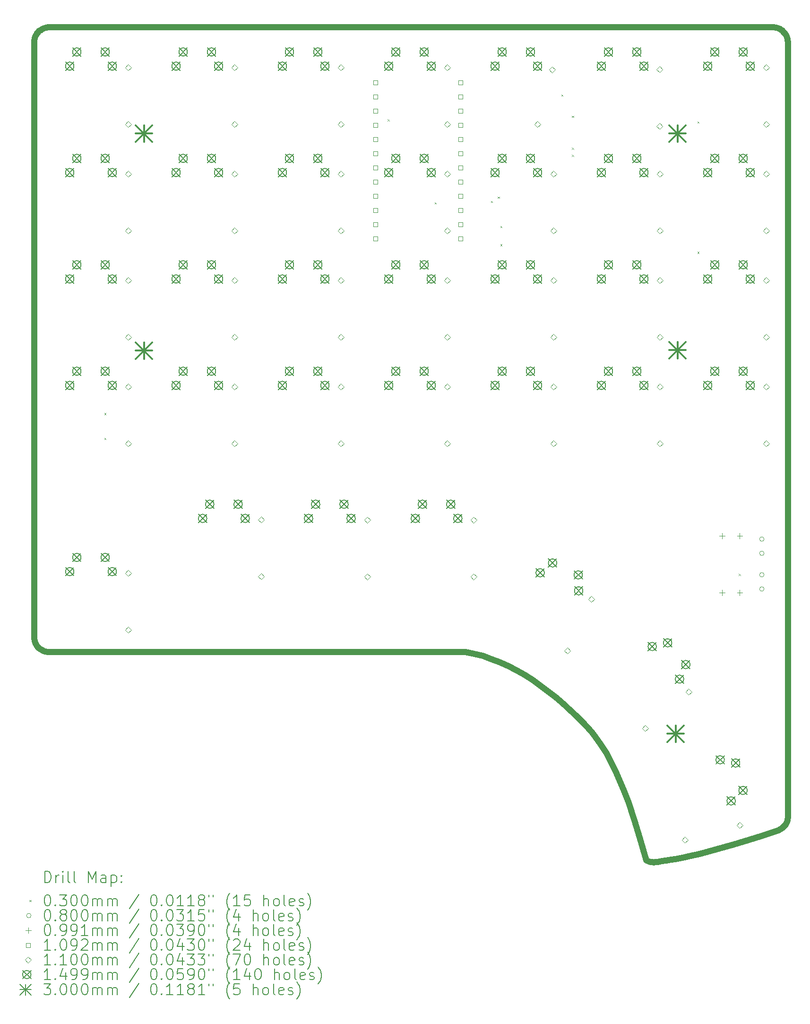
<source format=gbr>
%TF.GenerationSoftware,KiCad,Pcbnew,7.0.1*%
%TF.CreationDate,2023-04-06T15:28:31+10:00*%
%TF.ProjectId,genesys,67656e65-7379-4732-9e6b-696361645f70,rev?*%
%TF.SameCoordinates,Original*%
%TF.FileFunction,Drillmap*%
%TF.FilePolarity,Positive*%
%FSLAX45Y45*%
G04 Gerber Fmt 4.5, Leading zero omitted, Abs format (unit mm)*
G04 Created by KiCad (PCBNEW 7.0.1) date 2023-04-06 15:28:31*
%MOMM*%
%LPD*%
G01*
G04 APERTURE LIST*
%ADD10C,1.085540*%
%ADD11C,0.200000*%
%ADD12C,0.030000*%
%ADD13C,0.080000*%
%ADD14C,0.099060*%
%ADD15C,0.109220*%
%ADD16C,0.110000*%
%ADD17C,0.149860*%
%ADD18C,0.300000*%
G04 APERTURE END LIST*
D10*
X3187916Y-2146084D02*
X3187917Y-2146084D01*
X3174140Y-2146430D02*
X3187916Y-2146084D01*
X3160550Y-2147457D02*
X3174140Y-2146430D01*
X3147161Y-2149149D02*
X3160550Y-2147457D01*
X3133992Y-2151488D02*
X3147161Y-2149149D01*
X3121057Y-2154459D02*
X3133992Y-2151488D01*
X3108373Y-2158045D02*
X3121057Y-2154459D01*
X3095958Y-2162229D02*
X3108373Y-2158045D01*
X3083827Y-2166995D02*
X3095958Y-2162229D01*
X3071997Y-2172327D02*
X3083827Y-2166995D01*
X3060485Y-2178207D02*
X3071997Y-2172327D01*
X3049307Y-2184620D02*
X3060485Y-2178207D01*
X3038479Y-2191549D02*
X3049307Y-2184620D01*
X3028019Y-2198976D02*
X3038479Y-2191549D01*
X3017942Y-2206887D02*
X3028019Y-2198976D01*
X3008266Y-2215264D02*
X3017942Y-2206887D01*
X2999006Y-2224090D02*
X3008266Y-2215264D01*
X2990180Y-2233350D02*
X2999006Y-2224090D01*
X2981803Y-2243027D02*
X2990180Y-2233350D01*
X2973892Y-2253103D02*
X2981803Y-2243027D01*
X2966464Y-2263564D02*
X2973892Y-2253103D01*
X2959536Y-2274391D02*
X2966464Y-2263564D01*
X2953123Y-2285569D02*
X2959536Y-2274391D01*
X2947243Y-2297081D02*
X2953123Y-2285569D01*
X2941911Y-2308911D02*
X2947243Y-2297081D01*
X2937145Y-2321042D02*
X2941911Y-2308911D01*
X2932961Y-2333457D02*
X2937145Y-2321042D01*
X2929375Y-2346141D02*
X2932961Y-2333457D01*
X2926404Y-2359076D02*
X2929375Y-2346141D01*
X2924065Y-2372246D02*
X2926404Y-2359076D01*
X2922373Y-2385634D02*
X2924065Y-2372246D01*
X2921346Y-2399224D02*
X2922373Y-2385634D01*
X2921000Y-2413000D02*
X2921346Y-2399224D01*
X2921000Y-13060855D02*
X2921000Y-2413000D01*
X2921346Y-13074630D02*
X2921000Y-13060855D01*
X2922373Y-13088221D02*
X2921346Y-13074630D01*
X2924065Y-13101609D02*
X2922373Y-13088221D01*
X2926404Y-13114779D02*
X2924065Y-13101609D01*
X2929375Y-13127714D02*
X2926404Y-13114779D01*
X2932961Y-13140397D02*
X2929375Y-13127714D01*
X2937145Y-13152812D02*
X2932961Y-13140397D01*
X2941911Y-13164943D02*
X2937145Y-13152812D01*
X2947243Y-13176773D02*
X2941911Y-13164943D01*
X2953123Y-13188285D02*
X2947243Y-13176773D01*
X2959536Y-13199463D02*
X2953123Y-13188285D01*
X2966464Y-13210291D02*
X2959536Y-13199463D01*
X2973892Y-13220751D02*
X2966464Y-13210291D01*
X2981803Y-13230828D02*
X2973892Y-13220751D01*
X2990180Y-13240504D02*
X2981803Y-13230828D01*
X2999006Y-13249764D02*
X2990180Y-13240504D01*
X3008266Y-13258591D02*
X2999006Y-13249764D01*
X3017942Y-13266968D02*
X3008266Y-13258591D01*
X3028019Y-13274878D02*
X3017942Y-13266968D01*
X3038479Y-13282306D02*
X3028019Y-13274878D01*
X3049307Y-13289235D02*
X3038479Y-13282306D01*
X3060485Y-13295647D02*
X3049307Y-13289235D01*
X3071997Y-13301528D02*
X3060485Y-13295647D01*
X3083827Y-13306859D02*
X3071997Y-13301528D01*
X3095958Y-13311625D02*
X3083827Y-13306859D01*
X3108373Y-13315810D02*
X3095958Y-13311625D01*
X3121057Y-13319396D02*
X3108373Y-13315810D01*
X3133992Y-13322367D02*
X3121057Y-13319396D01*
X3147161Y-13324706D02*
X3133992Y-13322367D01*
X3160550Y-13326398D02*
X3147161Y-13324706D01*
X3174140Y-13327425D02*
X3160550Y-13326398D01*
X3187916Y-13327771D02*
X3174140Y-13327425D01*
X10644424Y-13327771D02*
X3187916Y-13327771D01*
X10722921Y-13341660D02*
X10644424Y-13327771D01*
X10801261Y-13358366D02*
X10722921Y-13341660D01*
X10957298Y-13399857D02*
X10801261Y-13358366D01*
X11112194Y-13451509D02*
X10957298Y-13399857D01*
X11265609Y-13512588D02*
X11112194Y-13451509D01*
X11417202Y-13582359D02*
X11265609Y-13512588D01*
X11566631Y-13660090D02*
X11417202Y-13582359D01*
X11713557Y-13745044D02*
X11566631Y-13660090D01*
X11857639Y-13836489D02*
X11713557Y-13745044D01*
X11998536Y-13933691D02*
X11857639Y-13836489D01*
X12135906Y-14035913D02*
X11998536Y-13933691D01*
X12269410Y-14142424D02*
X12135906Y-14035913D01*
X12398707Y-14252488D02*
X12269410Y-14142424D01*
X12523456Y-14365371D02*
X12398707Y-14252488D01*
X12643316Y-14480339D02*
X12523456Y-14365371D01*
X12757946Y-14596658D02*
X12643316Y-14480339D01*
X12867006Y-14713594D02*
X12757946Y-14596658D01*
X12921191Y-14776194D02*
X12867006Y-14713594D01*
X12973928Y-14842746D02*
X12921191Y-14776194D01*
X13075060Y-14986401D02*
X12973928Y-14842746D01*
X13170409Y-15141945D02*
X13075060Y-14986401D01*
X13259979Y-15306762D02*
X13170409Y-15141945D01*
X13343778Y-15478239D02*
X13259979Y-15306762D01*
X13421810Y-15653759D02*
X13343778Y-15478239D01*
X13494082Y-15830710D02*
X13421810Y-15653759D01*
X13560599Y-16006476D02*
X13494082Y-15830710D01*
X13676392Y-16343996D02*
X13560599Y-16006476D01*
X13769235Y-16645400D02*
X13676392Y-16343996D01*
X13886256Y-17056199D02*
X13769235Y-16645400D01*
X13896427Y-17062486D02*
X13886256Y-17056199D01*
X13906841Y-17068068D02*
X13896427Y-17062486D01*
X13917487Y-17072976D02*
X13906841Y-17068068D01*
X13928353Y-17077240D02*
X13917487Y-17072976D01*
X13939425Y-17080890D02*
X13928353Y-17077240D01*
X13950693Y-17083955D02*
X13939425Y-17080890D01*
X13973763Y-17088451D02*
X13950693Y-17083955D01*
X13997465Y-17090966D02*
X13973763Y-17088451D01*
X14021700Y-17091740D02*
X13997465Y-17090966D01*
X14046370Y-17091011D02*
X14021700Y-17091740D01*
X14071376Y-17089018D02*
X14046370Y-17091011D01*
X14096619Y-17085999D02*
X14071376Y-17089018D01*
X14122001Y-17082193D02*
X14096619Y-17085999D01*
X14172788Y-17073175D02*
X14122001Y-17082193D01*
X14222949Y-17063874D02*
X14172788Y-17073175D01*
X14247548Y-17059714D02*
X14222949Y-17063874D01*
X14271695Y-17056199D02*
X14247548Y-17059714D01*
X14398992Y-17036760D02*
X14271695Y-17056199D01*
X14537554Y-17010645D02*
X14398992Y-17036760D01*
X14684695Y-16978948D02*
X14537554Y-17010645D01*
X14837727Y-16942765D02*
X14684695Y-16978948D01*
X15150710Y-16861312D02*
X14837727Y-16942765D01*
X15455004Y-16775041D02*
X15150710Y-16861312D01*
X15729105Y-16692704D02*
X15455004Y-16775041D01*
X15951513Y-16623054D02*
X15729105Y-16692704D01*
X16155241Y-16556831D02*
X15951513Y-16623054D01*
X16181315Y-16547627D02*
X16155241Y-16556831D01*
X16206914Y-16537783D02*
X16181315Y-16547627D01*
X16231872Y-16527224D02*
X16206914Y-16537783D01*
X16256022Y-16515872D02*
X16231872Y-16527224D01*
X16279197Y-16503651D02*
X16256022Y-16515872D01*
X16301231Y-16490484D02*
X16279197Y-16503651D01*
X16321958Y-16476294D02*
X16301231Y-16490484D01*
X16331779Y-16468791D02*
X16321958Y-16476294D01*
X16341210Y-16461005D02*
X16331779Y-16468791D01*
X16350231Y-16452924D02*
X16341210Y-16461005D01*
X16358821Y-16444539D02*
X16350231Y-16452924D01*
X16366960Y-16435842D02*
X16358821Y-16444539D01*
X16374625Y-16426822D02*
X16366960Y-16435842D01*
X16381797Y-16417469D02*
X16374625Y-16426822D01*
X16388455Y-16407775D02*
X16381797Y-16417469D01*
X16394577Y-16397729D02*
X16388455Y-16407775D01*
X16400143Y-16387321D02*
X16394577Y-16397729D01*
X16405133Y-16376544D02*
X16400143Y-16387321D01*
X16409524Y-16365386D02*
X16405133Y-16376544D01*
X16413298Y-16353838D02*
X16409524Y-16365386D01*
X16416432Y-16341890D02*
X16413298Y-16353838D01*
X16418905Y-16329534D02*
X16416432Y-16341890D01*
X16420698Y-16316759D02*
X16418905Y-16329534D01*
X16421789Y-16303556D02*
X16420698Y-16316759D01*
X16422157Y-16289915D02*
X16421789Y-16303556D01*
X16422157Y-2413000D02*
X16422157Y-16289915D01*
X16421811Y-2399224D02*
X16422157Y-2413000D01*
X16420784Y-2385634D02*
X16421811Y-2399224D01*
X16419093Y-2372245D02*
X16420784Y-2385634D01*
X16416753Y-2359076D02*
X16419093Y-2372245D01*
X16413782Y-2346141D02*
X16416753Y-2359076D01*
X16410197Y-2333457D02*
X16413782Y-2346141D01*
X16406012Y-2321042D02*
X16410197Y-2333457D01*
X16401246Y-2308911D02*
X16406012Y-2321042D01*
X16395915Y-2297081D02*
X16401246Y-2308911D01*
X16390034Y-2285569D02*
X16395915Y-2297081D01*
X16383622Y-2274391D02*
X16390034Y-2285569D01*
X16376693Y-2263564D02*
X16383622Y-2274391D01*
X16369265Y-2253103D02*
X16376693Y-2263564D01*
X16361355Y-2243027D02*
X16369265Y-2253103D01*
X16352978Y-2233350D02*
X16361355Y-2243027D01*
X16344151Y-2224090D02*
X16352978Y-2233350D01*
X16334891Y-2215264D02*
X16344151Y-2224090D01*
X16325215Y-2206887D02*
X16334891Y-2215264D01*
X16315138Y-2198976D02*
X16325215Y-2206887D01*
X16304678Y-2191548D02*
X16315138Y-2198976D01*
X16293850Y-2184620D02*
X16304678Y-2191548D01*
X16282672Y-2178207D02*
X16293850Y-2184620D01*
X16271160Y-2172327D02*
X16282672Y-2178207D01*
X16259330Y-2166995D02*
X16271160Y-2172327D01*
X16247199Y-2162229D02*
X16259330Y-2166995D01*
X16234784Y-2158045D02*
X16247199Y-2162229D01*
X16222101Y-2154459D02*
X16234784Y-2158045D01*
X16209166Y-2151488D02*
X16222101Y-2154459D01*
X16195996Y-2149149D02*
X16209166Y-2151488D01*
X16182608Y-2147457D02*
X16195996Y-2149149D01*
X16169017Y-2146430D02*
X16182608Y-2147457D01*
X16155241Y-2146084D02*
X16169017Y-2146430D01*
X3187917Y-2146084D02*
X16155241Y-2146084D01*
D11*
D12*
X4181000Y-9052500D02*
X4211000Y-9082500D01*
X4211000Y-9052500D02*
X4181000Y-9082500D01*
X4181000Y-9497000D02*
X4211000Y-9527000D01*
X4211000Y-9497000D02*
X4181000Y-9527000D01*
X9256000Y-3795000D02*
X9286000Y-3825000D01*
X9286000Y-3795000D02*
X9256000Y-3825000D01*
X10097500Y-5281000D02*
X10127500Y-5311000D01*
X10127500Y-5281000D02*
X10097500Y-5311000D01*
X11106050Y-5256000D02*
X11136050Y-5286000D01*
X11136050Y-5256000D02*
X11106050Y-5286000D01*
X11229500Y-5179000D02*
X11259500Y-5209000D01*
X11259500Y-5179000D02*
X11229500Y-5209000D01*
X11273500Y-6030000D02*
X11303500Y-6060000D01*
X11303500Y-6030000D02*
X11273500Y-6060000D01*
X11274500Y-5706000D02*
X11304500Y-5736000D01*
X11304500Y-5706000D02*
X11274500Y-5736000D01*
X12367500Y-3350500D02*
X12397500Y-3380500D01*
X12397500Y-3350500D02*
X12367500Y-3380500D01*
X12558000Y-3731500D02*
X12588000Y-3761500D01*
X12588000Y-3731500D02*
X12558000Y-3761500D01*
X12558000Y-4303000D02*
X12588000Y-4333000D01*
X12588000Y-4303000D02*
X12558000Y-4333000D01*
X12558000Y-4430000D02*
X12588000Y-4460000D01*
X12588000Y-4430000D02*
X12558000Y-4460000D01*
X14805000Y-3835000D02*
X14835000Y-3865000D01*
X14835000Y-3835000D02*
X14805000Y-3865000D01*
X14805000Y-6165000D02*
X14835000Y-6195000D01*
X14835000Y-6165000D02*
X14805000Y-6195000D01*
X15545000Y-11935000D02*
X15575000Y-11965000D01*
X15575000Y-11935000D02*
X15545000Y-11965000D01*
D13*
X16000000Y-11310000D02*
G75*
G03*
X16000000Y-11310000I-40000J0D01*
G01*
X16000000Y-11564000D02*
G75*
G03*
X16000000Y-11564000I-40000J0D01*
G01*
X16000000Y-11951000D02*
G75*
G03*
X16000000Y-11951000I-40000J0D01*
G01*
X16000000Y-12205000D02*
G75*
G03*
X16000000Y-12205000I-40000J0D01*
G01*
D14*
X15250000Y-11204470D02*
X15250000Y-11303530D01*
X15200470Y-11254000D02*
X15299530Y-11254000D01*
X15250000Y-12220470D02*
X15250000Y-12319530D01*
X15200470Y-12270000D02*
X15299530Y-12270000D01*
X15565000Y-11204470D02*
X15565000Y-11303530D01*
X15515470Y-11254000D02*
X15614530Y-11254000D01*
X15565000Y-12220470D02*
X15565000Y-12319530D01*
X15515470Y-12270000D02*
X15614530Y-12270000D01*
D15*
X9078256Y-3176290D02*
X9078256Y-3099059D01*
X9001025Y-3099059D01*
X9001025Y-3176290D01*
X9078256Y-3176290D01*
X9078256Y-3430290D02*
X9078256Y-3353059D01*
X9001025Y-3353059D01*
X9001025Y-3430290D01*
X9078256Y-3430290D01*
X9078256Y-3684290D02*
X9078256Y-3607059D01*
X9001025Y-3607059D01*
X9001025Y-3684290D01*
X9078256Y-3684290D01*
X9078256Y-3938290D02*
X9078256Y-3861059D01*
X9001025Y-3861059D01*
X9001025Y-3938290D01*
X9078256Y-3938290D01*
X9078256Y-4192290D02*
X9078256Y-4115059D01*
X9001025Y-4115059D01*
X9001025Y-4192290D01*
X9078256Y-4192290D01*
X9078256Y-4446291D02*
X9078256Y-4369060D01*
X9001025Y-4369060D01*
X9001025Y-4446291D01*
X9078256Y-4446291D01*
X9078256Y-4700291D02*
X9078256Y-4623060D01*
X9001025Y-4623060D01*
X9001025Y-4700291D01*
X9078256Y-4700291D01*
X9078256Y-4954291D02*
X9078256Y-4877060D01*
X9001025Y-4877060D01*
X9001025Y-4954291D01*
X9078256Y-4954291D01*
X9078256Y-5208291D02*
X9078256Y-5131060D01*
X9001025Y-5131060D01*
X9001025Y-5208291D01*
X9078256Y-5208291D01*
X9078256Y-5462291D02*
X9078256Y-5385060D01*
X9001025Y-5385060D01*
X9001025Y-5462291D01*
X9078256Y-5462291D01*
X9078256Y-5716290D02*
X9078256Y-5639059D01*
X9001025Y-5639059D01*
X9001025Y-5716290D01*
X9078256Y-5716290D01*
X9078256Y-5970290D02*
X9078256Y-5893059D01*
X9001025Y-5893059D01*
X9001025Y-5970290D01*
X9078256Y-5970290D01*
X10602256Y-3176290D02*
X10602256Y-3099059D01*
X10525025Y-3099059D01*
X10525025Y-3176290D01*
X10602256Y-3176290D01*
X10602256Y-3430290D02*
X10602256Y-3353059D01*
X10525025Y-3353059D01*
X10525025Y-3430290D01*
X10602256Y-3430290D01*
X10602256Y-3684290D02*
X10602256Y-3607059D01*
X10525025Y-3607059D01*
X10525025Y-3684290D01*
X10602256Y-3684290D01*
X10602256Y-3938290D02*
X10602256Y-3861059D01*
X10525025Y-3861059D01*
X10525025Y-3938290D01*
X10602256Y-3938290D01*
X10602256Y-4192290D02*
X10602256Y-4115059D01*
X10525025Y-4115059D01*
X10525025Y-4192290D01*
X10602256Y-4192290D01*
X10602256Y-4446291D02*
X10602256Y-4369060D01*
X10525025Y-4369060D01*
X10525025Y-4446291D01*
X10602256Y-4446291D01*
X10602256Y-4700291D02*
X10602256Y-4623060D01*
X10525025Y-4623060D01*
X10525025Y-4700291D01*
X10602256Y-4700291D01*
X10602256Y-4954291D02*
X10602256Y-4877060D01*
X10525025Y-4877060D01*
X10525025Y-4954291D01*
X10602256Y-4954291D01*
X10602256Y-5208291D02*
X10602256Y-5131060D01*
X10525025Y-5131060D01*
X10525025Y-5208291D01*
X10602256Y-5208291D01*
X10602256Y-5462291D02*
X10602256Y-5385060D01*
X10525025Y-5385060D01*
X10525025Y-5462291D01*
X10602256Y-5462291D01*
X10602256Y-5716290D02*
X10602256Y-5639059D01*
X10525025Y-5639059D01*
X10525025Y-5716290D01*
X10602256Y-5716290D01*
X10602256Y-5970290D02*
X10602256Y-5893059D01*
X10525025Y-5893059D01*
X10525025Y-5970290D01*
X10602256Y-5970290D01*
D16*
X4606000Y-2926500D02*
X4661000Y-2871500D01*
X4606000Y-2816500D01*
X4551000Y-2871500D01*
X4606000Y-2926500D01*
X4606000Y-3942500D02*
X4661000Y-3887500D01*
X4606000Y-3832500D01*
X4551000Y-3887500D01*
X4606000Y-3942500D01*
X4606000Y-4831500D02*
X4661000Y-4776500D01*
X4606000Y-4721500D01*
X4551000Y-4776500D01*
X4606000Y-4831500D01*
X4606000Y-5847500D02*
X4661000Y-5792500D01*
X4606000Y-5737500D01*
X4551000Y-5792500D01*
X4606000Y-5847500D01*
X4606000Y-6736500D02*
X4661000Y-6681500D01*
X4606000Y-6626500D01*
X4551000Y-6681500D01*
X4606000Y-6736500D01*
X4606000Y-7752500D02*
X4661000Y-7697500D01*
X4606000Y-7642500D01*
X4551000Y-7697500D01*
X4606000Y-7752500D01*
X4606000Y-8641500D02*
X4661000Y-8586500D01*
X4606000Y-8531500D01*
X4551000Y-8586500D01*
X4606000Y-8641500D01*
X4606000Y-9657500D02*
X4661000Y-9602500D01*
X4606000Y-9547500D01*
X4551000Y-9602500D01*
X4606000Y-9657500D01*
X4606000Y-11975250D02*
X4661000Y-11920250D01*
X4606000Y-11865250D01*
X4551000Y-11920250D01*
X4606000Y-11975250D01*
X4606000Y-12991250D02*
X4661000Y-12936250D01*
X4606000Y-12881250D01*
X4551000Y-12936250D01*
X4606000Y-12991250D01*
X6511000Y-2926500D02*
X6566000Y-2871500D01*
X6511000Y-2816500D01*
X6456000Y-2871500D01*
X6511000Y-2926500D01*
X6511000Y-3942500D02*
X6566000Y-3887500D01*
X6511000Y-3832500D01*
X6456000Y-3887500D01*
X6511000Y-3942500D01*
X6511000Y-4831500D02*
X6566000Y-4776500D01*
X6511000Y-4721500D01*
X6456000Y-4776500D01*
X6511000Y-4831500D01*
X6511000Y-5847500D02*
X6566000Y-5792500D01*
X6511000Y-5737500D01*
X6456000Y-5792500D01*
X6511000Y-5847500D01*
X6511000Y-6736500D02*
X6566000Y-6681500D01*
X6511000Y-6626500D01*
X6456000Y-6681500D01*
X6511000Y-6736500D01*
X6511000Y-7752500D02*
X6566000Y-7697500D01*
X6511000Y-7642500D01*
X6456000Y-7697500D01*
X6511000Y-7752500D01*
X6511000Y-8641500D02*
X6566000Y-8586500D01*
X6511000Y-8531500D01*
X6456000Y-8586500D01*
X6511000Y-8641500D01*
X6511000Y-9657500D02*
X6566000Y-9602500D01*
X6511000Y-9547500D01*
X6456000Y-9602500D01*
X6511000Y-9657500D01*
X6989500Y-11018000D02*
X7044500Y-10963000D01*
X6989500Y-10908000D01*
X6934500Y-10963000D01*
X6989500Y-11018000D01*
X6989500Y-12034000D02*
X7044500Y-11979000D01*
X6989500Y-11924000D01*
X6934500Y-11979000D01*
X6989500Y-12034000D01*
X8416000Y-2926500D02*
X8471000Y-2871500D01*
X8416000Y-2816500D01*
X8361000Y-2871500D01*
X8416000Y-2926500D01*
X8416000Y-3942500D02*
X8471000Y-3887500D01*
X8416000Y-3832500D01*
X8361000Y-3887500D01*
X8416000Y-3942500D01*
X8416000Y-4831500D02*
X8471000Y-4776500D01*
X8416000Y-4721500D01*
X8361000Y-4776500D01*
X8416000Y-4831500D01*
X8416000Y-5847500D02*
X8471000Y-5792500D01*
X8416000Y-5737500D01*
X8361000Y-5792500D01*
X8416000Y-5847500D01*
X8416000Y-6736500D02*
X8471000Y-6681500D01*
X8416000Y-6626500D01*
X8361000Y-6681500D01*
X8416000Y-6736500D01*
X8416000Y-7752500D02*
X8471000Y-7697500D01*
X8416000Y-7642500D01*
X8361000Y-7697500D01*
X8416000Y-7752500D01*
X8416000Y-8641500D02*
X8471000Y-8586500D01*
X8416000Y-8531500D01*
X8361000Y-8586500D01*
X8416000Y-8641500D01*
X8416000Y-9657500D02*
X8471000Y-9602500D01*
X8416000Y-9547500D01*
X8361000Y-9602500D01*
X8416000Y-9657500D01*
X8892250Y-11022750D02*
X8947250Y-10967750D01*
X8892250Y-10912750D01*
X8837250Y-10967750D01*
X8892250Y-11022750D01*
X8892250Y-12038750D02*
X8947250Y-11983750D01*
X8892250Y-11928750D01*
X8837250Y-11983750D01*
X8892250Y-12038750D01*
X10321000Y-2926500D02*
X10376000Y-2871500D01*
X10321000Y-2816500D01*
X10266000Y-2871500D01*
X10321000Y-2926500D01*
X10321000Y-3942500D02*
X10376000Y-3887500D01*
X10321000Y-3832500D01*
X10266000Y-3887500D01*
X10321000Y-3942500D01*
X10321000Y-4831500D02*
X10376000Y-4776500D01*
X10321000Y-4721500D01*
X10266000Y-4776500D01*
X10321000Y-4831500D01*
X10321000Y-5847500D02*
X10376000Y-5792500D01*
X10321000Y-5737500D01*
X10266000Y-5792500D01*
X10321000Y-5847500D01*
X10321000Y-6736500D02*
X10376000Y-6681500D01*
X10321000Y-6626500D01*
X10266000Y-6681500D01*
X10321000Y-6736500D01*
X10321000Y-7752500D02*
X10376000Y-7697500D01*
X10321000Y-7642500D01*
X10266000Y-7697500D01*
X10321000Y-7752500D01*
X10321000Y-8641500D02*
X10376000Y-8586500D01*
X10321000Y-8531500D01*
X10266000Y-8586500D01*
X10321000Y-8641500D01*
X10321000Y-9657500D02*
X10376000Y-9602500D01*
X10321000Y-9547500D01*
X10266000Y-9602500D01*
X10321000Y-9657500D01*
X10797250Y-11022750D02*
X10852250Y-10967750D01*
X10797250Y-10912750D01*
X10742250Y-10967750D01*
X10797250Y-11022750D01*
X10797250Y-12038750D02*
X10852250Y-11983750D01*
X10797250Y-11928750D01*
X10742250Y-11983750D01*
X10797250Y-12038750D01*
X11938000Y-3942500D02*
X11993000Y-3887500D01*
X11938000Y-3832500D01*
X11883000Y-3887500D01*
X11938000Y-3942500D01*
X12200960Y-2961119D02*
X12255960Y-2906119D01*
X12200960Y-2851119D01*
X12145960Y-2906119D01*
X12200960Y-2961119D01*
X12226000Y-4831500D02*
X12281000Y-4776500D01*
X12226000Y-4721500D01*
X12171000Y-4776500D01*
X12226000Y-4831500D01*
X12226000Y-5847500D02*
X12281000Y-5792500D01*
X12226000Y-5737500D01*
X12171000Y-5792500D01*
X12226000Y-5847500D01*
X12226000Y-6736500D02*
X12281000Y-6681500D01*
X12226000Y-6626500D01*
X12171000Y-6681500D01*
X12226000Y-6736500D01*
X12226000Y-7752500D02*
X12281000Y-7697500D01*
X12226000Y-7642500D01*
X12171000Y-7697500D01*
X12226000Y-7752500D01*
X12226000Y-8641500D02*
X12281000Y-8586500D01*
X12226000Y-8531500D01*
X12171000Y-8586500D01*
X12226000Y-8641500D01*
X12226000Y-9657500D02*
X12281000Y-9602500D01*
X12226000Y-9547500D01*
X12171000Y-9602500D01*
X12226000Y-9657500D01*
X12476317Y-13363154D02*
X12531317Y-13308154D01*
X12476317Y-13253154D01*
X12421317Y-13308154D01*
X12476317Y-13363154D01*
X12905698Y-12442345D02*
X12960698Y-12387345D01*
X12905698Y-12332345D01*
X12850698Y-12387345D01*
X12905698Y-12442345D01*
X13869381Y-14754156D02*
X13924381Y-14699156D01*
X13869381Y-14644156D01*
X13814381Y-14699156D01*
X13869381Y-14754156D01*
X14130000Y-2958690D02*
X14185000Y-2903690D01*
X14130000Y-2848690D01*
X14075000Y-2903690D01*
X14130000Y-2958690D01*
X14130000Y-3974690D02*
X14185000Y-3919690D01*
X14130000Y-3864690D01*
X14075000Y-3919690D01*
X14130000Y-3974690D01*
X14131000Y-4831500D02*
X14186000Y-4776500D01*
X14131000Y-4721500D01*
X14076000Y-4776500D01*
X14131000Y-4831500D01*
X14131000Y-5847500D02*
X14186000Y-5792500D01*
X14131000Y-5737500D01*
X14076000Y-5792500D01*
X14131000Y-5847500D01*
X14131000Y-6736500D02*
X14186000Y-6681500D01*
X14131000Y-6626500D01*
X14076000Y-6681500D01*
X14131000Y-6736500D01*
X14131000Y-7752500D02*
X14186000Y-7697500D01*
X14131000Y-7642500D01*
X14076000Y-7697500D01*
X14131000Y-7752500D01*
X14131000Y-8641500D02*
X14186000Y-8586500D01*
X14131000Y-8531500D01*
X14076000Y-8586500D01*
X14131000Y-8641500D01*
X14131000Y-9657500D02*
X14186000Y-9602500D01*
X14131000Y-9547500D01*
X14076000Y-9602500D01*
X14131000Y-9657500D01*
X14581119Y-16751460D02*
X14636119Y-16696460D01*
X14581119Y-16641460D01*
X14526119Y-16696460D01*
X14581119Y-16751460D01*
X14647682Y-14101084D02*
X14702682Y-14046084D01*
X14647682Y-13991084D01*
X14592682Y-14046084D01*
X14647682Y-14101084D01*
X15562500Y-16488500D02*
X15617500Y-16433500D01*
X15562500Y-16378500D01*
X15507500Y-16433500D01*
X15562500Y-16488500D01*
X16036000Y-2926500D02*
X16091000Y-2871500D01*
X16036000Y-2816500D01*
X15981000Y-2871500D01*
X16036000Y-2926500D01*
X16036000Y-3942500D02*
X16091000Y-3887500D01*
X16036000Y-3832500D01*
X15981000Y-3887500D01*
X16036000Y-3942500D01*
X16036000Y-4831500D02*
X16091000Y-4776500D01*
X16036000Y-4721500D01*
X15981000Y-4776500D01*
X16036000Y-4831500D01*
X16036000Y-5847500D02*
X16091000Y-5792500D01*
X16036000Y-5737500D01*
X15981000Y-5792500D01*
X16036000Y-5847500D01*
X16036000Y-6736500D02*
X16091000Y-6681500D01*
X16036000Y-6626500D01*
X15981000Y-6681500D01*
X16036000Y-6736500D01*
X16036000Y-7752500D02*
X16091000Y-7697500D01*
X16036000Y-7642500D01*
X15981000Y-7697500D01*
X16036000Y-7752500D01*
X16036000Y-8641500D02*
X16091000Y-8586500D01*
X16036000Y-8531500D01*
X15981000Y-8586500D01*
X16036000Y-8641500D01*
X16036000Y-9657500D02*
X16091000Y-9602500D01*
X16036000Y-9547500D01*
X15981000Y-9602500D01*
X16036000Y-9657500D01*
D17*
X3486070Y-2769570D02*
X3635930Y-2919430D01*
X3635930Y-2769570D02*
X3486070Y-2919430D01*
X3635930Y-2844500D02*
G75*
G03*
X3635930Y-2844500I-74930J0D01*
G01*
X3486070Y-4674570D02*
X3635930Y-4824430D01*
X3635930Y-4674570D02*
X3486070Y-4824430D01*
X3635930Y-4749500D02*
G75*
G03*
X3635930Y-4749500I-74930J0D01*
G01*
X3486070Y-6579570D02*
X3635930Y-6729430D01*
X3635930Y-6579570D02*
X3486070Y-6729430D01*
X3635930Y-6654500D02*
G75*
G03*
X3635930Y-6654500I-74930J0D01*
G01*
X3486070Y-8484570D02*
X3635930Y-8634430D01*
X3635930Y-8484570D02*
X3486070Y-8634430D01*
X3635930Y-8559500D02*
G75*
G03*
X3635930Y-8559500I-74930J0D01*
G01*
X3486070Y-11818320D02*
X3635930Y-11968180D01*
X3635930Y-11818320D02*
X3486070Y-11968180D01*
X3635930Y-11893250D02*
G75*
G03*
X3635930Y-11893250I-74930J0D01*
G01*
X3613070Y-2515570D02*
X3762930Y-2665430D01*
X3762930Y-2515570D02*
X3613070Y-2665430D01*
X3762930Y-2590500D02*
G75*
G03*
X3762930Y-2590500I-74930J0D01*
G01*
X3613070Y-4420570D02*
X3762930Y-4570430D01*
X3762930Y-4420570D02*
X3613070Y-4570430D01*
X3762930Y-4495500D02*
G75*
G03*
X3762930Y-4495500I-74930J0D01*
G01*
X3613070Y-6325570D02*
X3762930Y-6475430D01*
X3762930Y-6325570D02*
X3613070Y-6475430D01*
X3762930Y-6400500D02*
G75*
G03*
X3762930Y-6400500I-74930J0D01*
G01*
X3613070Y-8230570D02*
X3762930Y-8380430D01*
X3762930Y-8230570D02*
X3613070Y-8380430D01*
X3762930Y-8305500D02*
G75*
G03*
X3762930Y-8305500I-74930J0D01*
G01*
X3613070Y-11564320D02*
X3762930Y-11714180D01*
X3762930Y-11564320D02*
X3613070Y-11714180D01*
X3762930Y-11639250D02*
G75*
G03*
X3762930Y-11639250I-74930J0D01*
G01*
X4121070Y-2515570D02*
X4270930Y-2665430D01*
X4270930Y-2515570D02*
X4121070Y-2665430D01*
X4270930Y-2590500D02*
G75*
G03*
X4270930Y-2590500I-74930J0D01*
G01*
X4121070Y-4420570D02*
X4270930Y-4570430D01*
X4270930Y-4420570D02*
X4121070Y-4570430D01*
X4270930Y-4495500D02*
G75*
G03*
X4270930Y-4495500I-74930J0D01*
G01*
X4121070Y-6325570D02*
X4270930Y-6475430D01*
X4270930Y-6325570D02*
X4121070Y-6475430D01*
X4270930Y-6400500D02*
G75*
G03*
X4270930Y-6400500I-74930J0D01*
G01*
X4121070Y-8230570D02*
X4270930Y-8380430D01*
X4270930Y-8230570D02*
X4121070Y-8380430D01*
X4270930Y-8305500D02*
G75*
G03*
X4270930Y-8305500I-74930J0D01*
G01*
X4121070Y-11564320D02*
X4270930Y-11714180D01*
X4270930Y-11564320D02*
X4121070Y-11714180D01*
X4270930Y-11639250D02*
G75*
G03*
X4270930Y-11639250I-74930J0D01*
G01*
X4248070Y-2769570D02*
X4397930Y-2919430D01*
X4397930Y-2769570D02*
X4248070Y-2919430D01*
X4397930Y-2844500D02*
G75*
G03*
X4397930Y-2844500I-74930J0D01*
G01*
X4248070Y-4674570D02*
X4397930Y-4824430D01*
X4397930Y-4674570D02*
X4248070Y-4824430D01*
X4397930Y-4749500D02*
G75*
G03*
X4397930Y-4749500I-74930J0D01*
G01*
X4248070Y-6579570D02*
X4397930Y-6729430D01*
X4397930Y-6579570D02*
X4248070Y-6729430D01*
X4397930Y-6654500D02*
G75*
G03*
X4397930Y-6654500I-74930J0D01*
G01*
X4248070Y-8484570D02*
X4397930Y-8634430D01*
X4397930Y-8484570D02*
X4248070Y-8634430D01*
X4397930Y-8559500D02*
G75*
G03*
X4397930Y-8559500I-74930J0D01*
G01*
X4248070Y-11818320D02*
X4397930Y-11968180D01*
X4397930Y-11818320D02*
X4248070Y-11968180D01*
X4397930Y-11893250D02*
G75*
G03*
X4397930Y-11893250I-74930J0D01*
G01*
X5391070Y-2769570D02*
X5540930Y-2919430D01*
X5540930Y-2769570D02*
X5391070Y-2919430D01*
X5540930Y-2844500D02*
G75*
G03*
X5540930Y-2844500I-74930J0D01*
G01*
X5391070Y-4674570D02*
X5540930Y-4824430D01*
X5540930Y-4674570D02*
X5391070Y-4824430D01*
X5540930Y-4749500D02*
G75*
G03*
X5540930Y-4749500I-74930J0D01*
G01*
X5391070Y-6579570D02*
X5540930Y-6729430D01*
X5540930Y-6579570D02*
X5391070Y-6729430D01*
X5540930Y-6654500D02*
G75*
G03*
X5540930Y-6654500I-74930J0D01*
G01*
X5391070Y-8484570D02*
X5540930Y-8634430D01*
X5540930Y-8484570D02*
X5391070Y-8634430D01*
X5540930Y-8559500D02*
G75*
G03*
X5540930Y-8559500I-74930J0D01*
G01*
X5518070Y-2515570D02*
X5667930Y-2665430D01*
X5667930Y-2515570D02*
X5518070Y-2665430D01*
X5667930Y-2590500D02*
G75*
G03*
X5667930Y-2590500I-74930J0D01*
G01*
X5518070Y-4420570D02*
X5667930Y-4570430D01*
X5667930Y-4420570D02*
X5518070Y-4570430D01*
X5667930Y-4495500D02*
G75*
G03*
X5667930Y-4495500I-74930J0D01*
G01*
X5518070Y-6325570D02*
X5667930Y-6475430D01*
X5667930Y-6325570D02*
X5518070Y-6475430D01*
X5667930Y-6400500D02*
G75*
G03*
X5667930Y-6400500I-74930J0D01*
G01*
X5518070Y-8230570D02*
X5667930Y-8380430D01*
X5667930Y-8230570D02*
X5518070Y-8380430D01*
X5667930Y-8305500D02*
G75*
G03*
X5667930Y-8305500I-74930J0D01*
G01*
X5867320Y-10865820D02*
X6017180Y-11015680D01*
X6017180Y-10865820D02*
X5867320Y-11015680D01*
X6017180Y-10940750D02*
G75*
G03*
X6017180Y-10940750I-74930J0D01*
G01*
X5994320Y-10611820D02*
X6144180Y-10761680D01*
X6144180Y-10611820D02*
X5994320Y-10761680D01*
X6144180Y-10686750D02*
G75*
G03*
X6144180Y-10686750I-74930J0D01*
G01*
X6026070Y-2515570D02*
X6175930Y-2665430D01*
X6175930Y-2515570D02*
X6026070Y-2665430D01*
X6175930Y-2590500D02*
G75*
G03*
X6175930Y-2590500I-74930J0D01*
G01*
X6026070Y-4420570D02*
X6175930Y-4570430D01*
X6175930Y-4420570D02*
X6026070Y-4570430D01*
X6175930Y-4495500D02*
G75*
G03*
X6175930Y-4495500I-74930J0D01*
G01*
X6026070Y-6325570D02*
X6175930Y-6475430D01*
X6175930Y-6325570D02*
X6026070Y-6475430D01*
X6175930Y-6400500D02*
G75*
G03*
X6175930Y-6400500I-74930J0D01*
G01*
X6026070Y-8230570D02*
X6175930Y-8380430D01*
X6175930Y-8230570D02*
X6026070Y-8380430D01*
X6175930Y-8305500D02*
G75*
G03*
X6175930Y-8305500I-74930J0D01*
G01*
X6153070Y-2769570D02*
X6302930Y-2919430D01*
X6302930Y-2769570D02*
X6153070Y-2919430D01*
X6302930Y-2844500D02*
G75*
G03*
X6302930Y-2844500I-74930J0D01*
G01*
X6153070Y-4674570D02*
X6302930Y-4824430D01*
X6302930Y-4674570D02*
X6153070Y-4824430D01*
X6302930Y-4749500D02*
G75*
G03*
X6302930Y-4749500I-74930J0D01*
G01*
X6153070Y-6579570D02*
X6302930Y-6729430D01*
X6302930Y-6579570D02*
X6153070Y-6729430D01*
X6302930Y-6654500D02*
G75*
G03*
X6302930Y-6654500I-74930J0D01*
G01*
X6153070Y-8484570D02*
X6302930Y-8634430D01*
X6302930Y-8484570D02*
X6153070Y-8634430D01*
X6302930Y-8559500D02*
G75*
G03*
X6302930Y-8559500I-74930J0D01*
G01*
X6502320Y-10611820D02*
X6652180Y-10761680D01*
X6652180Y-10611820D02*
X6502320Y-10761680D01*
X6652180Y-10686750D02*
G75*
G03*
X6652180Y-10686750I-74930J0D01*
G01*
X6629320Y-10865820D02*
X6779180Y-11015680D01*
X6779180Y-10865820D02*
X6629320Y-11015680D01*
X6779180Y-10940750D02*
G75*
G03*
X6779180Y-10940750I-74930J0D01*
G01*
X7296070Y-2769570D02*
X7445930Y-2919430D01*
X7445930Y-2769570D02*
X7296070Y-2919430D01*
X7445930Y-2844500D02*
G75*
G03*
X7445930Y-2844500I-74930J0D01*
G01*
X7296070Y-4674570D02*
X7445930Y-4824430D01*
X7445930Y-4674570D02*
X7296070Y-4824430D01*
X7445930Y-4749500D02*
G75*
G03*
X7445930Y-4749500I-74930J0D01*
G01*
X7296070Y-6579570D02*
X7445930Y-6729430D01*
X7445930Y-6579570D02*
X7296070Y-6729430D01*
X7445930Y-6654500D02*
G75*
G03*
X7445930Y-6654500I-74930J0D01*
G01*
X7296070Y-8484570D02*
X7445930Y-8634430D01*
X7445930Y-8484570D02*
X7296070Y-8634430D01*
X7445930Y-8559500D02*
G75*
G03*
X7445930Y-8559500I-74930J0D01*
G01*
X7423070Y-2515570D02*
X7572930Y-2665430D01*
X7572930Y-2515570D02*
X7423070Y-2665430D01*
X7572930Y-2590500D02*
G75*
G03*
X7572930Y-2590500I-74930J0D01*
G01*
X7423070Y-4420570D02*
X7572930Y-4570430D01*
X7572930Y-4420570D02*
X7423070Y-4570430D01*
X7572930Y-4495500D02*
G75*
G03*
X7572930Y-4495500I-74930J0D01*
G01*
X7423070Y-6325570D02*
X7572930Y-6475430D01*
X7572930Y-6325570D02*
X7423070Y-6475430D01*
X7572930Y-6400500D02*
G75*
G03*
X7572930Y-6400500I-74930J0D01*
G01*
X7423070Y-8230570D02*
X7572930Y-8380430D01*
X7572930Y-8230570D02*
X7423070Y-8380430D01*
X7572930Y-8305500D02*
G75*
G03*
X7572930Y-8305500I-74930J0D01*
G01*
X7764570Y-10865820D02*
X7914430Y-11015680D01*
X7914430Y-10865820D02*
X7764570Y-11015680D01*
X7914430Y-10940750D02*
G75*
G03*
X7914430Y-10940750I-74930J0D01*
G01*
X7891570Y-10611820D02*
X8041430Y-10761680D01*
X8041430Y-10611820D02*
X7891570Y-10761680D01*
X8041430Y-10686750D02*
G75*
G03*
X8041430Y-10686750I-74930J0D01*
G01*
X7931070Y-2515570D02*
X8080930Y-2665430D01*
X8080930Y-2515570D02*
X7931070Y-2665430D01*
X8080930Y-2590500D02*
G75*
G03*
X8080930Y-2590500I-74930J0D01*
G01*
X7931070Y-4420570D02*
X8080930Y-4570430D01*
X8080930Y-4420570D02*
X7931070Y-4570430D01*
X8080930Y-4495500D02*
G75*
G03*
X8080930Y-4495500I-74930J0D01*
G01*
X7931070Y-6325570D02*
X8080930Y-6475430D01*
X8080930Y-6325570D02*
X7931070Y-6475430D01*
X8080930Y-6400500D02*
G75*
G03*
X8080930Y-6400500I-74930J0D01*
G01*
X7931070Y-8230570D02*
X8080930Y-8380430D01*
X8080930Y-8230570D02*
X7931070Y-8380430D01*
X8080930Y-8305500D02*
G75*
G03*
X8080930Y-8305500I-74930J0D01*
G01*
X8058070Y-2769570D02*
X8207930Y-2919430D01*
X8207930Y-2769570D02*
X8058070Y-2919430D01*
X8207930Y-2844500D02*
G75*
G03*
X8207930Y-2844500I-74930J0D01*
G01*
X8058070Y-4674570D02*
X8207930Y-4824430D01*
X8207930Y-4674570D02*
X8058070Y-4824430D01*
X8207930Y-4749500D02*
G75*
G03*
X8207930Y-4749500I-74930J0D01*
G01*
X8058070Y-6579570D02*
X8207930Y-6729430D01*
X8207930Y-6579570D02*
X8058070Y-6729430D01*
X8207930Y-6654500D02*
G75*
G03*
X8207930Y-6654500I-74930J0D01*
G01*
X8058070Y-8484570D02*
X8207930Y-8634430D01*
X8207930Y-8484570D02*
X8058070Y-8634430D01*
X8207930Y-8559500D02*
G75*
G03*
X8207930Y-8559500I-74930J0D01*
G01*
X8399570Y-10611820D02*
X8549430Y-10761680D01*
X8549430Y-10611820D02*
X8399570Y-10761680D01*
X8549430Y-10686750D02*
G75*
G03*
X8549430Y-10686750I-74930J0D01*
G01*
X8526570Y-10865820D02*
X8676430Y-11015680D01*
X8676430Y-10865820D02*
X8526570Y-11015680D01*
X8676430Y-10940750D02*
G75*
G03*
X8676430Y-10940750I-74930J0D01*
G01*
X9201070Y-2769570D02*
X9350930Y-2919430D01*
X9350930Y-2769570D02*
X9201070Y-2919430D01*
X9350930Y-2844500D02*
G75*
G03*
X9350930Y-2844500I-74930J0D01*
G01*
X9201070Y-4674570D02*
X9350930Y-4824430D01*
X9350930Y-4674570D02*
X9201070Y-4824430D01*
X9350930Y-4749500D02*
G75*
G03*
X9350930Y-4749500I-74930J0D01*
G01*
X9201070Y-6579570D02*
X9350930Y-6729430D01*
X9350930Y-6579570D02*
X9201070Y-6729430D01*
X9350930Y-6654500D02*
G75*
G03*
X9350930Y-6654500I-74930J0D01*
G01*
X9201070Y-8484570D02*
X9350930Y-8634430D01*
X9350930Y-8484570D02*
X9201070Y-8634430D01*
X9350930Y-8559500D02*
G75*
G03*
X9350930Y-8559500I-74930J0D01*
G01*
X9328070Y-2515570D02*
X9477930Y-2665430D01*
X9477930Y-2515570D02*
X9328070Y-2665430D01*
X9477930Y-2590500D02*
G75*
G03*
X9477930Y-2590500I-74930J0D01*
G01*
X9328070Y-4420570D02*
X9477930Y-4570430D01*
X9477930Y-4420570D02*
X9328070Y-4570430D01*
X9477930Y-4495500D02*
G75*
G03*
X9477930Y-4495500I-74930J0D01*
G01*
X9328070Y-6325570D02*
X9477930Y-6475430D01*
X9477930Y-6325570D02*
X9328070Y-6475430D01*
X9477930Y-6400500D02*
G75*
G03*
X9477930Y-6400500I-74930J0D01*
G01*
X9328070Y-8230570D02*
X9477930Y-8380430D01*
X9477930Y-8230570D02*
X9328070Y-8380430D01*
X9477930Y-8305500D02*
G75*
G03*
X9477930Y-8305500I-74930J0D01*
G01*
X9677320Y-10865820D02*
X9827180Y-11015680D01*
X9827180Y-10865820D02*
X9677320Y-11015680D01*
X9827180Y-10940750D02*
G75*
G03*
X9827180Y-10940750I-74930J0D01*
G01*
X9804320Y-10611820D02*
X9954180Y-10761680D01*
X9954180Y-10611820D02*
X9804320Y-10761680D01*
X9954180Y-10686750D02*
G75*
G03*
X9954180Y-10686750I-74930J0D01*
G01*
X9836070Y-2515570D02*
X9985930Y-2665430D01*
X9985930Y-2515570D02*
X9836070Y-2665430D01*
X9985930Y-2590500D02*
G75*
G03*
X9985930Y-2590500I-74930J0D01*
G01*
X9836070Y-4420570D02*
X9985930Y-4570430D01*
X9985930Y-4420570D02*
X9836070Y-4570430D01*
X9985930Y-4495500D02*
G75*
G03*
X9985930Y-4495500I-74930J0D01*
G01*
X9836070Y-6325570D02*
X9985930Y-6475430D01*
X9985930Y-6325570D02*
X9836070Y-6475430D01*
X9985930Y-6400500D02*
G75*
G03*
X9985930Y-6400500I-74930J0D01*
G01*
X9836070Y-8230570D02*
X9985930Y-8380430D01*
X9985930Y-8230570D02*
X9836070Y-8380430D01*
X9985930Y-8305500D02*
G75*
G03*
X9985930Y-8305500I-74930J0D01*
G01*
X9963070Y-2769570D02*
X10112930Y-2919430D01*
X10112930Y-2769570D02*
X9963070Y-2919430D01*
X10112930Y-2844500D02*
G75*
G03*
X10112930Y-2844500I-74930J0D01*
G01*
X9963070Y-4674570D02*
X10112930Y-4824430D01*
X10112930Y-4674570D02*
X9963070Y-4824430D01*
X10112930Y-4749500D02*
G75*
G03*
X10112930Y-4749500I-74930J0D01*
G01*
X9963070Y-6579570D02*
X10112930Y-6729430D01*
X10112930Y-6579570D02*
X9963070Y-6729430D01*
X10112930Y-6654500D02*
G75*
G03*
X10112930Y-6654500I-74930J0D01*
G01*
X9963070Y-8484570D02*
X10112930Y-8634430D01*
X10112930Y-8484570D02*
X9963070Y-8634430D01*
X10112930Y-8559500D02*
G75*
G03*
X10112930Y-8559500I-74930J0D01*
G01*
X10312320Y-10611820D02*
X10462180Y-10761680D01*
X10462180Y-10611820D02*
X10312320Y-10761680D01*
X10462180Y-10686750D02*
G75*
G03*
X10462180Y-10686750I-74930J0D01*
G01*
X10439320Y-10865820D02*
X10589180Y-11015680D01*
X10589180Y-10865820D02*
X10439320Y-11015680D01*
X10589180Y-10940750D02*
G75*
G03*
X10589180Y-10940750I-74930J0D01*
G01*
X11106070Y-2769570D02*
X11255930Y-2919430D01*
X11255930Y-2769570D02*
X11106070Y-2919430D01*
X11255930Y-2844500D02*
G75*
G03*
X11255930Y-2844500I-74930J0D01*
G01*
X11106070Y-4674570D02*
X11255930Y-4824430D01*
X11255930Y-4674570D02*
X11106070Y-4824430D01*
X11255930Y-4749500D02*
G75*
G03*
X11255930Y-4749500I-74930J0D01*
G01*
X11106070Y-6579570D02*
X11255930Y-6729430D01*
X11255930Y-6579570D02*
X11106070Y-6729430D01*
X11255930Y-6654500D02*
G75*
G03*
X11255930Y-6654500I-74930J0D01*
G01*
X11106070Y-8484570D02*
X11255930Y-8634430D01*
X11255930Y-8484570D02*
X11106070Y-8634430D01*
X11255930Y-8559500D02*
G75*
G03*
X11255930Y-8559500I-74930J0D01*
G01*
X11233070Y-2515570D02*
X11382930Y-2665430D01*
X11382930Y-2515570D02*
X11233070Y-2665430D01*
X11382930Y-2590500D02*
G75*
G03*
X11382930Y-2590500I-74930J0D01*
G01*
X11233070Y-4420570D02*
X11382930Y-4570430D01*
X11382930Y-4420570D02*
X11233070Y-4570430D01*
X11382930Y-4495500D02*
G75*
G03*
X11382930Y-4495500I-74930J0D01*
G01*
X11233070Y-6325570D02*
X11382930Y-6475430D01*
X11382930Y-6325570D02*
X11233070Y-6475430D01*
X11382930Y-6400500D02*
G75*
G03*
X11382930Y-6400500I-74930J0D01*
G01*
X11233070Y-8230570D02*
X11382930Y-8380430D01*
X11382930Y-8230570D02*
X11233070Y-8380430D01*
X11382930Y-8305500D02*
G75*
G03*
X11382930Y-8305500I-74930J0D01*
G01*
X11741070Y-2515570D02*
X11890930Y-2665430D01*
X11890930Y-2515570D02*
X11741070Y-2665430D01*
X11890930Y-2590500D02*
G75*
G03*
X11890930Y-2590500I-74930J0D01*
G01*
X11741070Y-4420570D02*
X11890930Y-4570430D01*
X11890930Y-4420570D02*
X11741070Y-4570430D01*
X11890930Y-4495500D02*
G75*
G03*
X11890930Y-4495500I-74930J0D01*
G01*
X11741070Y-6325570D02*
X11890930Y-6475430D01*
X11890930Y-6325570D02*
X11741070Y-6475430D01*
X11890930Y-6400500D02*
G75*
G03*
X11890930Y-6400500I-74930J0D01*
G01*
X11741070Y-8230570D02*
X11890930Y-8380430D01*
X11890930Y-8230570D02*
X11741070Y-8380430D01*
X11890930Y-8305500D02*
G75*
G03*
X11890930Y-8305500I-74930J0D01*
G01*
X11868070Y-2769570D02*
X12017930Y-2919430D01*
X12017930Y-2769570D02*
X11868070Y-2919430D01*
X12017930Y-2844500D02*
G75*
G03*
X12017930Y-2844500I-74930J0D01*
G01*
X11868070Y-4674570D02*
X12017930Y-4824430D01*
X12017930Y-4674570D02*
X11868070Y-4824430D01*
X12017930Y-4749500D02*
G75*
G03*
X12017930Y-4749500I-74930J0D01*
G01*
X11868070Y-6579570D02*
X12017930Y-6729430D01*
X12017930Y-6579570D02*
X11868070Y-6729430D01*
X12017930Y-6654500D02*
G75*
G03*
X12017930Y-6654500I-74930J0D01*
G01*
X11868070Y-8484570D02*
X12017930Y-8634430D01*
X12017930Y-8484570D02*
X11868070Y-8634430D01*
X12017930Y-8559500D02*
G75*
G03*
X12017930Y-8559500I-74930J0D01*
G01*
X11913634Y-11839372D02*
X12063494Y-11989232D01*
X12063494Y-11839372D02*
X11913634Y-11989232D01*
X12063494Y-11914302D02*
G75*
G03*
X12063494Y-11914302I-74930J0D01*
G01*
X12136080Y-11662843D02*
X12285940Y-11812703D01*
X12285940Y-11662843D02*
X12136080Y-11812703D01*
X12285940Y-11737773D02*
G75*
G03*
X12285940Y-11737773I-74930J0D01*
G01*
X12596485Y-11877533D02*
X12746345Y-12027393D01*
X12746345Y-11877533D02*
X12596485Y-12027393D01*
X12746345Y-11952463D02*
G75*
G03*
X12746345Y-11952463I-74930J0D01*
G01*
X12604241Y-12161407D02*
X12754101Y-12311267D01*
X12754101Y-12161407D02*
X12604241Y-12311267D01*
X12754101Y-12236337D02*
G75*
G03*
X12754101Y-12236337I-74930J0D01*
G01*
X13011070Y-2769570D02*
X13160930Y-2919430D01*
X13160930Y-2769570D02*
X13011070Y-2919430D01*
X13160930Y-2844500D02*
G75*
G03*
X13160930Y-2844500I-74930J0D01*
G01*
X13011070Y-4674570D02*
X13160930Y-4824430D01*
X13160930Y-4674570D02*
X13011070Y-4824430D01*
X13160930Y-4749500D02*
G75*
G03*
X13160930Y-4749500I-74930J0D01*
G01*
X13011070Y-6579570D02*
X13160930Y-6729430D01*
X13160930Y-6579570D02*
X13011070Y-6729430D01*
X13160930Y-6654500D02*
G75*
G03*
X13160930Y-6654500I-74930J0D01*
G01*
X13011070Y-8484570D02*
X13160930Y-8634430D01*
X13160930Y-8484570D02*
X13011070Y-8634430D01*
X13160930Y-8559500D02*
G75*
G03*
X13160930Y-8559500I-74930J0D01*
G01*
X13138070Y-2515570D02*
X13287930Y-2665430D01*
X13287930Y-2515570D02*
X13138070Y-2665430D01*
X13287930Y-2590500D02*
G75*
G03*
X13287930Y-2590500I-74930J0D01*
G01*
X13138070Y-4420570D02*
X13287930Y-4570430D01*
X13287930Y-4420570D02*
X13138070Y-4570430D01*
X13287930Y-4495500D02*
G75*
G03*
X13287930Y-4495500I-74930J0D01*
G01*
X13138070Y-6325570D02*
X13287930Y-6475430D01*
X13287930Y-6325570D02*
X13138070Y-6475430D01*
X13287930Y-6400500D02*
G75*
G03*
X13287930Y-6400500I-74930J0D01*
G01*
X13138070Y-8230570D02*
X13287930Y-8380430D01*
X13287930Y-8230570D02*
X13138070Y-8380430D01*
X13287930Y-8305500D02*
G75*
G03*
X13287930Y-8305500I-74930J0D01*
G01*
X13646070Y-2515570D02*
X13795930Y-2665430D01*
X13795930Y-2515570D02*
X13646070Y-2665430D01*
X13795930Y-2590500D02*
G75*
G03*
X13795930Y-2590500I-74930J0D01*
G01*
X13646070Y-4420570D02*
X13795930Y-4570430D01*
X13795930Y-4420570D02*
X13646070Y-4570430D01*
X13795930Y-4495500D02*
G75*
G03*
X13795930Y-4495500I-74930J0D01*
G01*
X13646070Y-6325570D02*
X13795930Y-6475430D01*
X13795930Y-6325570D02*
X13646070Y-6475430D01*
X13795930Y-6400500D02*
G75*
G03*
X13795930Y-6400500I-74930J0D01*
G01*
X13646070Y-8230570D02*
X13795930Y-8380430D01*
X13795930Y-8230570D02*
X13646070Y-8380430D01*
X13795930Y-8305500D02*
G75*
G03*
X13795930Y-8305500I-74930J0D01*
G01*
X13773070Y-2769570D02*
X13922930Y-2919430D01*
X13922930Y-2769570D02*
X13773070Y-2919430D01*
X13922930Y-2844500D02*
G75*
G03*
X13922930Y-2844500I-74930J0D01*
G01*
X13773070Y-4674570D02*
X13922930Y-4824430D01*
X13922930Y-4674570D02*
X13773070Y-4824430D01*
X13922930Y-4749500D02*
G75*
G03*
X13922930Y-4749500I-74930J0D01*
G01*
X13773070Y-6579570D02*
X13922930Y-6729430D01*
X13922930Y-6579570D02*
X13773070Y-6729430D01*
X13922930Y-6654500D02*
G75*
G03*
X13922930Y-6654500I-74930J0D01*
G01*
X13773070Y-8484570D02*
X13922930Y-8634430D01*
X13922930Y-8484570D02*
X13773070Y-8634430D01*
X13922930Y-8559500D02*
G75*
G03*
X13922930Y-8559500I-74930J0D01*
G01*
X13921266Y-13158844D02*
X14071126Y-13308704D01*
X14071126Y-13158844D02*
X13921266Y-13308704D01*
X14071126Y-13233774D02*
G75*
G03*
X14071126Y-13233774I-74930J0D01*
G01*
X14197475Y-13092864D02*
X14347335Y-13242724D01*
X14347335Y-13092864D02*
X14197475Y-13242724D01*
X14347335Y-13167794D02*
G75*
G03*
X14347335Y-13167794I-74930J0D01*
G01*
X14411070Y-13742570D02*
X14560930Y-13892430D01*
X14560930Y-13742570D02*
X14411070Y-13892430D01*
X14560930Y-13817500D02*
G75*
G03*
X14560930Y-13817500I-74930J0D01*
G01*
X14524011Y-13482014D02*
X14673871Y-13631874D01*
X14673871Y-13482014D02*
X14524011Y-13631874D01*
X14673871Y-13556944D02*
G75*
G03*
X14673871Y-13556944I-74930J0D01*
G01*
X14916070Y-2769570D02*
X15065930Y-2919430D01*
X15065930Y-2769570D02*
X14916070Y-2919430D01*
X15065930Y-2844500D02*
G75*
G03*
X15065930Y-2844500I-74930J0D01*
G01*
X14916070Y-4674570D02*
X15065930Y-4824430D01*
X15065930Y-4674570D02*
X14916070Y-4824430D01*
X15065930Y-4749500D02*
G75*
G03*
X15065930Y-4749500I-74930J0D01*
G01*
X14916070Y-6579570D02*
X15065930Y-6729430D01*
X15065930Y-6579570D02*
X14916070Y-6729430D01*
X15065930Y-6654500D02*
G75*
G03*
X15065930Y-6654500I-74930J0D01*
G01*
X14916070Y-8484570D02*
X15065930Y-8634430D01*
X15065930Y-8484570D02*
X14916070Y-8634430D01*
X15065930Y-8559500D02*
G75*
G03*
X15065930Y-8559500I-74930J0D01*
G01*
X15043070Y-2515570D02*
X15192930Y-2665430D01*
X15192930Y-2515570D02*
X15043070Y-2665430D01*
X15192930Y-2590500D02*
G75*
G03*
X15192930Y-2590500I-74930J0D01*
G01*
X15043070Y-4420570D02*
X15192930Y-4570430D01*
X15192930Y-4420570D02*
X15043070Y-4570430D01*
X15192930Y-4495500D02*
G75*
G03*
X15192930Y-4495500I-74930J0D01*
G01*
X15043070Y-6325570D02*
X15192930Y-6475430D01*
X15192930Y-6325570D02*
X15043070Y-6475430D01*
X15192930Y-6400500D02*
G75*
G03*
X15192930Y-6400500I-74930J0D01*
G01*
X15043070Y-8230570D02*
X15192930Y-8380430D01*
X15192930Y-8230570D02*
X15043070Y-8380430D01*
X15192930Y-8305500D02*
G75*
G03*
X15192930Y-8305500I-74930J0D01*
G01*
X15138328Y-15186834D02*
X15288188Y-15336694D01*
X15288188Y-15186834D02*
X15138328Y-15336694D01*
X15288188Y-15261764D02*
G75*
G03*
X15288188Y-15261764I-74930J0D01*
G01*
X15335548Y-15922870D02*
X15485408Y-16072730D01*
X15485408Y-15922870D02*
X15335548Y-16072730D01*
X15485408Y-15997800D02*
G75*
G03*
X15485408Y-15997800I-74930J0D01*
G01*
X15416543Y-15243767D02*
X15566403Y-15393627D01*
X15566403Y-15243767D02*
X15416543Y-15393627D01*
X15566403Y-15318697D02*
G75*
G03*
X15566403Y-15318697I-74930J0D01*
G01*
X15548023Y-15734457D02*
X15697883Y-15884317D01*
X15697883Y-15734457D02*
X15548023Y-15884317D01*
X15697883Y-15809387D02*
G75*
G03*
X15697883Y-15809387I-74930J0D01*
G01*
X15551070Y-2515570D02*
X15700930Y-2665430D01*
X15700930Y-2515570D02*
X15551070Y-2665430D01*
X15700930Y-2590500D02*
G75*
G03*
X15700930Y-2590500I-74930J0D01*
G01*
X15551070Y-4420570D02*
X15700930Y-4570430D01*
X15700930Y-4420570D02*
X15551070Y-4570430D01*
X15700930Y-4495500D02*
G75*
G03*
X15700930Y-4495500I-74930J0D01*
G01*
X15551070Y-6325570D02*
X15700930Y-6475430D01*
X15700930Y-6325570D02*
X15551070Y-6475430D01*
X15700930Y-6400500D02*
G75*
G03*
X15700930Y-6400500I-74930J0D01*
G01*
X15551070Y-8230570D02*
X15700930Y-8380430D01*
X15700930Y-8230570D02*
X15551070Y-8380430D01*
X15700930Y-8305500D02*
G75*
G03*
X15700930Y-8305500I-74930J0D01*
G01*
X15678070Y-2769570D02*
X15827930Y-2919430D01*
X15827930Y-2769570D02*
X15678070Y-2919430D01*
X15827930Y-2844500D02*
G75*
G03*
X15827930Y-2844500I-74930J0D01*
G01*
X15678070Y-4674570D02*
X15827930Y-4824430D01*
X15827930Y-4674570D02*
X15678070Y-4824430D01*
X15827930Y-4749500D02*
G75*
G03*
X15827930Y-4749500I-74930J0D01*
G01*
X15678070Y-6579570D02*
X15827930Y-6729430D01*
X15827930Y-6579570D02*
X15678070Y-6729430D01*
X15827930Y-6654500D02*
G75*
G03*
X15827930Y-6654500I-74930J0D01*
G01*
X15678070Y-8484570D02*
X15827930Y-8634430D01*
X15827930Y-8484570D02*
X15678070Y-8634430D01*
X15827930Y-8559500D02*
G75*
G03*
X15827930Y-8559500I-74930J0D01*
G01*
D18*
X4739500Y-3902500D02*
X5039500Y-4202500D01*
X5039500Y-3902500D02*
X4739500Y-4202500D01*
X4889500Y-3902500D02*
X4889500Y-4202500D01*
X4739500Y-4052500D02*
X5039500Y-4052500D01*
X4739500Y-7787500D02*
X5039500Y-8087500D01*
X5039500Y-7787500D02*
X4739500Y-8087500D01*
X4889500Y-7787500D02*
X4889500Y-8087500D01*
X4739500Y-7937500D02*
X5039500Y-7937500D01*
X14264500Y-14645500D02*
X14564500Y-14945500D01*
X14564500Y-14645500D02*
X14264500Y-14945500D01*
X14414500Y-14645500D02*
X14414500Y-14945500D01*
X14264500Y-14795500D02*
X14564500Y-14795500D01*
X14300000Y-3902500D02*
X14600000Y-4202500D01*
X14600000Y-3902500D02*
X14300000Y-4202500D01*
X14450000Y-3902500D02*
X14450000Y-4202500D01*
X14300000Y-4052500D02*
X14600000Y-4052500D01*
X14300000Y-7780000D02*
X14600000Y-8080000D01*
X14600000Y-7780000D02*
X14300000Y-8080000D01*
X14450000Y-7780000D02*
X14450000Y-8080000D01*
X14300000Y-7930000D02*
X14600000Y-7930000D01*
D11*
X3114342Y-17458541D02*
X3114342Y-17258541D01*
X3114342Y-17258541D02*
X3161961Y-17258541D01*
X3161961Y-17258541D02*
X3190532Y-17268065D01*
X3190532Y-17268065D02*
X3209580Y-17287112D01*
X3209580Y-17287112D02*
X3219104Y-17306160D01*
X3219104Y-17306160D02*
X3228628Y-17344255D01*
X3228628Y-17344255D02*
X3228628Y-17372826D01*
X3228628Y-17372826D02*
X3219104Y-17410922D01*
X3219104Y-17410922D02*
X3209580Y-17429969D01*
X3209580Y-17429969D02*
X3190532Y-17449017D01*
X3190532Y-17449017D02*
X3161961Y-17458541D01*
X3161961Y-17458541D02*
X3114342Y-17458541D01*
X3314342Y-17458541D02*
X3314342Y-17325207D01*
X3314342Y-17363303D02*
X3323866Y-17344255D01*
X3323866Y-17344255D02*
X3333390Y-17334731D01*
X3333390Y-17334731D02*
X3352437Y-17325207D01*
X3352437Y-17325207D02*
X3371485Y-17325207D01*
X3438151Y-17458541D02*
X3438151Y-17325207D01*
X3438151Y-17258541D02*
X3428628Y-17268065D01*
X3428628Y-17268065D02*
X3438151Y-17277588D01*
X3438151Y-17277588D02*
X3447675Y-17268065D01*
X3447675Y-17268065D02*
X3438151Y-17258541D01*
X3438151Y-17258541D02*
X3438151Y-17277588D01*
X3561961Y-17458541D02*
X3542913Y-17449017D01*
X3542913Y-17449017D02*
X3533390Y-17429969D01*
X3533390Y-17429969D02*
X3533390Y-17258541D01*
X3666723Y-17458541D02*
X3647675Y-17449017D01*
X3647675Y-17449017D02*
X3638151Y-17429969D01*
X3638151Y-17429969D02*
X3638151Y-17258541D01*
X3895294Y-17458541D02*
X3895294Y-17258541D01*
X3895294Y-17258541D02*
X3961961Y-17401398D01*
X3961961Y-17401398D02*
X4028628Y-17258541D01*
X4028628Y-17258541D02*
X4028628Y-17458541D01*
X4209580Y-17458541D02*
X4209580Y-17353779D01*
X4209580Y-17353779D02*
X4200056Y-17334731D01*
X4200056Y-17334731D02*
X4181009Y-17325207D01*
X4181009Y-17325207D02*
X4142913Y-17325207D01*
X4142913Y-17325207D02*
X4123866Y-17334731D01*
X4209580Y-17449017D02*
X4190532Y-17458541D01*
X4190532Y-17458541D02*
X4142913Y-17458541D01*
X4142913Y-17458541D02*
X4123866Y-17449017D01*
X4123866Y-17449017D02*
X4114342Y-17429969D01*
X4114342Y-17429969D02*
X4114342Y-17410922D01*
X4114342Y-17410922D02*
X4123866Y-17391874D01*
X4123866Y-17391874D02*
X4142913Y-17382350D01*
X4142913Y-17382350D02*
X4190532Y-17382350D01*
X4190532Y-17382350D02*
X4209580Y-17372826D01*
X4304818Y-17325207D02*
X4304818Y-17525207D01*
X4304818Y-17334731D02*
X4323866Y-17325207D01*
X4323866Y-17325207D02*
X4361961Y-17325207D01*
X4361961Y-17325207D02*
X4381009Y-17334731D01*
X4381009Y-17334731D02*
X4390533Y-17344255D01*
X4390533Y-17344255D02*
X4400056Y-17363303D01*
X4400056Y-17363303D02*
X4400056Y-17420445D01*
X4400056Y-17420445D02*
X4390533Y-17439493D01*
X4390533Y-17439493D02*
X4381009Y-17449017D01*
X4381009Y-17449017D02*
X4361961Y-17458541D01*
X4361961Y-17458541D02*
X4323866Y-17458541D01*
X4323866Y-17458541D02*
X4304818Y-17449017D01*
X4485771Y-17439493D02*
X4495294Y-17449017D01*
X4495294Y-17449017D02*
X4485771Y-17458541D01*
X4485771Y-17458541D02*
X4476247Y-17449017D01*
X4476247Y-17449017D02*
X4485771Y-17439493D01*
X4485771Y-17439493D02*
X4485771Y-17458541D01*
X4485771Y-17334731D02*
X4495294Y-17344255D01*
X4495294Y-17344255D02*
X4485771Y-17353779D01*
X4485771Y-17353779D02*
X4476247Y-17344255D01*
X4476247Y-17344255D02*
X4485771Y-17334731D01*
X4485771Y-17334731D02*
X4485771Y-17353779D01*
D12*
X2836723Y-17771017D02*
X2866723Y-17801017D01*
X2866723Y-17771017D02*
X2836723Y-17801017D01*
D11*
X3152437Y-17678541D02*
X3171485Y-17678541D01*
X3171485Y-17678541D02*
X3190532Y-17688065D01*
X3190532Y-17688065D02*
X3200056Y-17697588D01*
X3200056Y-17697588D02*
X3209580Y-17716636D01*
X3209580Y-17716636D02*
X3219104Y-17754731D01*
X3219104Y-17754731D02*
X3219104Y-17802350D01*
X3219104Y-17802350D02*
X3209580Y-17840445D01*
X3209580Y-17840445D02*
X3200056Y-17859493D01*
X3200056Y-17859493D02*
X3190532Y-17869017D01*
X3190532Y-17869017D02*
X3171485Y-17878541D01*
X3171485Y-17878541D02*
X3152437Y-17878541D01*
X3152437Y-17878541D02*
X3133390Y-17869017D01*
X3133390Y-17869017D02*
X3123866Y-17859493D01*
X3123866Y-17859493D02*
X3114342Y-17840445D01*
X3114342Y-17840445D02*
X3104818Y-17802350D01*
X3104818Y-17802350D02*
X3104818Y-17754731D01*
X3104818Y-17754731D02*
X3114342Y-17716636D01*
X3114342Y-17716636D02*
X3123866Y-17697588D01*
X3123866Y-17697588D02*
X3133390Y-17688065D01*
X3133390Y-17688065D02*
X3152437Y-17678541D01*
X3304818Y-17859493D02*
X3314342Y-17869017D01*
X3314342Y-17869017D02*
X3304818Y-17878541D01*
X3304818Y-17878541D02*
X3295294Y-17869017D01*
X3295294Y-17869017D02*
X3304818Y-17859493D01*
X3304818Y-17859493D02*
X3304818Y-17878541D01*
X3381009Y-17678541D02*
X3504818Y-17678541D01*
X3504818Y-17678541D02*
X3438151Y-17754731D01*
X3438151Y-17754731D02*
X3466723Y-17754731D01*
X3466723Y-17754731D02*
X3485771Y-17764255D01*
X3485771Y-17764255D02*
X3495294Y-17773779D01*
X3495294Y-17773779D02*
X3504818Y-17792826D01*
X3504818Y-17792826D02*
X3504818Y-17840445D01*
X3504818Y-17840445D02*
X3495294Y-17859493D01*
X3495294Y-17859493D02*
X3485771Y-17869017D01*
X3485771Y-17869017D02*
X3466723Y-17878541D01*
X3466723Y-17878541D02*
X3409580Y-17878541D01*
X3409580Y-17878541D02*
X3390532Y-17869017D01*
X3390532Y-17869017D02*
X3381009Y-17859493D01*
X3628628Y-17678541D02*
X3647675Y-17678541D01*
X3647675Y-17678541D02*
X3666723Y-17688065D01*
X3666723Y-17688065D02*
X3676247Y-17697588D01*
X3676247Y-17697588D02*
X3685771Y-17716636D01*
X3685771Y-17716636D02*
X3695294Y-17754731D01*
X3695294Y-17754731D02*
X3695294Y-17802350D01*
X3695294Y-17802350D02*
X3685771Y-17840445D01*
X3685771Y-17840445D02*
X3676247Y-17859493D01*
X3676247Y-17859493D02*
X3666723Y-17869017D01*
X3666723Y-17869017D02*
X3647675Y-17878541D01*
X3647675Y-17878541D02*
X3628628Y-17878541D01*
X3628628Y-17878541D02*
X3609580Y-17869017D01*
X3609580Y-17869017D02*
X3600056Y-17859493D01*
X3600056Y-17859493D02*
X3590532Y-17840445D01*
X3590532Y-17840445D02*
X3581009Y-17802350D01*
X3581009Y-17802350D02*
X3581009Y-17754731D01*
X3581009Y-17754731D02*
X3590532Y-17716636D01*
X3590532Y-17716636D02*
X3600056Y-17697588D01*
X3600056Y-17697588D02*
X3609580Y-17688065D01*
X3609580Y-17688065D02*
X3628628Y-17678541D01*
X3819104Y-17678541D02*
X3838152Y-17678541D01*
X3838152Y-17678541D02*
X3857199Y-17688065D01*
X3857199Y-17688065D02*
X3866723Y-17697588D01*
X3866723Y-17697588D02*
X3876247Y-17716636D01*
X3876247Y-17716636D02*
X3885771Y-17754731D01*
X3885771Y-17754731D02*
X3885771Y-17802350D01*
X3885771Y-17802350D02*
X3876247Y-17840445D01*
X3876247Y-17840445D02*
X3866723Y-17859493D01*
X3866723Y-17859493D02*
X3857199Y-17869017D01*
X3857199Y-17869017D02*
X3838152Y-17878541D01*
X3838152Y-17878541D02*
X3819104Y-17878541D01*
X3819104Y-17878541D02*
X3800056Y-17869017D01*
X3800056Y-17869017D02*
X3790532Y-17859493D01*
X3790532Y-17859493D02*
X3781009Y-17840445D01*
X3781009Y-17840445D02*
X3771485Y-17802350D01*
X3771485Y-17802350D02*
X3771485Y-17754731D01*
X3771485Y-17754731D02*
X3781009Y-17716636D01*
X3781009Y-17716636D02*
X3790532Y-17697588D01*
X3790532Y-17697588D02*
X3800056Y-17688065D01*
X3800056Y-17688065D02*
X3819104Y-17678541D01*
X3971485Y-17878541D02*
X3971485Y-17745207D01*
X3971485Y-17764255D02*
X3981009Y-17754731D01*
X3981009Y-17754731D02*
X4000056Y-17745207D01*
X4000056Y-17745207D02*
X4028628Y-17745207D01*
X4028628Y-17745207D02*
X4047675Y-17754731D01*
X4047675Y-17754731D02*
X4057199Y-17773779D01*
X4057199Y-17773779D02*
X4057199Y-17878541D01*
X4057199Y-17773779D02*
X4066723Y-17754731D01*
X4066723Y-17754731D02*
X4085771Y-17745207D01*
X4085771Y-17745207D02*
X4114342Y-17745207D01*
X4114342Y-17745207D02*
X4133390Y-17754731D01*
X4133390Y-17754731D02*
X4142913Y-17773779D01*
X4142913Y-17773779D02*
X4142913Y-17878541D01*
X4238152Y-17878541D02*
X4238152Y-17745207D01*
X4238152Y-17764255D02*
X4247675Y-17754731D01*
X4247675Y-17754731D02*
X4266723Y-17745207D01*
X4266723Y-17745207D02*
X4295295Y-17745207D01*
X4295295Y-17745207D02*
X4314342Y-17754731D01*
X4314342Y-17754731D02*
X4323866Y-17773779D01*
X4323866Y-17773779D02*
X4323866Y-17878541D01*
X4323866Y-17773779D02*
X4333390Y-17754731D01*
X4333390Y-17754731D02*
X4352437Y-17745207D01*
X4352437Y-17745207D02*
X4381009Y-17745207D01*
X4381009Y-17745207D02*
X4400056Y-17754731D01*
X4400056Y-17754731D02*
X4409580Y-17773779D01*
X4409580Y-17773779D02*
X4409580Y-17878541D01*
X4800056Y-17669017D02*
X4628628Y-17926160D01*
X5057199Y-17678541D02*
X5076247Y-17678541D01*
X5076247Y-17678541D02*
X5095295Y-17688065D01*
X5095295Y-17688065D02*
X5104818Y-17697588D01*
X5104818Y-17697588D02*
X5114342Y-17716636D01*
X5114342Y-17716636D02*
X5123866Y-17754731D01*
X5123866Y-17754731D02*
X5123866Y-17802350D01*
X5123866Y-17802350D02*
X5114342Y-17840445D01*
X5114342Y-17840445D02*
X5104818Y-17859493D01*
X5104818Y-17859493D02*
X5095295Y-17869017D01*
X5095295Y-17869017D02*
X5076247Y-17878541D01*
X5076247Y-17878541D02*
X5057199Y-17878541D01*
X5057199Y-17878541D02*
X5038152Y-17869017D01*
X5038152Y-17869017D02*
X5028628Y-17859493D01*
X5028628Y-17859493D02*
X5019104Y-17840445D01*
X5019104Y-17840445D02*
X5009580Y-17802350D01*
X5009580Y-17802350D02*
X5009580Y-17754731D01*
X5009580Y-17754731D02*
X5019104Y-17716636D01*
X5019104Y-17716636D02*
X5028628Y-17697588D01*
X5028628Y-17697588D02*
X5038152Y-17688065D01*
X5038152Y-17688065D02*
X5057199Y-17678541D01*
X5209580Y-17859493D02*
X5219104Y-17869017D01*
X5219104Y-17869017D02*
X5209580Y-17878541D01*
X5209580Y-17878541D02*
X5200057Y-17869017D01*
X5200057Y-17869017D02*
X5209580Y-17859493D01*
X5209580Y-17859493D02*
X5209580Y-17878541D01*
X5342914Y-17678541D02*
X5361961Y-17678541D01*
X5361961Y-17678541D02*
X5381009Y-17688065D01*
X5381009Y-17688065D02*
X5390533Y-17697588D01*
X5390533Y-17697588D02*
X5400057Y-17716636D01*
X5400057Y-17716636D02*
X5409580Y-17754731D01*
X5409580Y-17754731D02*
X5409580Y-17802350D01*
X5409580Y-17802350D02*
X5400057Y-17840445D01*
X5400057Y-17840445D02*
X5390533Y-17859493D01*
X5390533Y-17859493D02*
X5381009Y-17869017D01*
X5381009Y-17869017D02*
X5361961Y-17878541D01*
X5361961Y-17878541D02*
X5342914Y-17878541D01*
X5342914Y-17878541D02*
X5323866Y-17869017D01*
X5323866Y-17869017D02*
X5314342Y-17859493D01*
X5314342Y-17859493D02*
X5304818Y-17840445D01*
X5304818Y-17840445D02*
X5295295Y-17802350D01*
X5295295Y-17802350D02*
X5295295Y-17754731D01*
X5295295Y-17754731D02*
X5304818Y-17716636D01*
X5304818Y-17716636D02*
X5314342Y-17697588D01*
X5314342Y-17697588D02*
X5323866Y-17688065D01*
X5323866Y-17688065D02*
X5342914Y-17678541D01*
X5600056Y-17878541D02*
X5485771Y-17878541D01*
X5542914Y-17878541D02*
X5542914Y-17678541D01*
X5542914Y-17678541D02*
X5523866Y-17707112D01*
X5523866Y-17707112D02*
X5504818Y-17726160D01*
X5504818Y-17726160D02*
X5485771Y-17735684D01*
X5790533Y-17878541D02*
X5676247Y-17878541D01*
X5733390Y-17878541D02*
X5733390Y-17678541D01*
X5733390Y-17678541D02*
X5714342Y-17707112D01*
X5714342Y-17707112D02*
X5695295Y-17726160D01*
X5695295Y-17726160D02*
X5676247Y-17735684D01*
X5904818Y-17764255D02*
X5885771Y-17754731D01*
X5885771Y-17754731D02*
X5876247Y-17745207D01*
X5876247Y-17745207D02*
X5866723Y-17726160D01*
X5866723Y-17726160D02*
X5866723Y-17716636D01*
X5866723Y-17716636D02*
X5876247Y-17697588D01*
X5876247Y-17697588D02*
X5885771Y-17688065D01*
X5885771Y-17688065D02*
X5904818Y-17678541D01*
X5904818Y-17678541D02*
X5942914Y-17678541D01*
X5942914Y-17678541D02*
X5961961Y-17688065D01*
X5961961Y-17688065D02*
X5971485Y-17697588D01*
X5971485Y-17697588D02*
X5981009Y-17716636D01*
X5981009Y-17716636D02*
X5981009Y-17726160D01*
X5981009Y-17726160D02*
X5971485Y-17745207D01*
X5971485Y-17745207D02*
X5961961Y-17754731D01*
X5961961Y-17754731D02*
X5942914Y-17764255D01*
X5942914Y-17764255D02*
X5904818Y-17764255D01*
X5904818Y-17764255D02*
X5885771Y-17773779D01*
X5885771Y-17773779D02*
X5876247Y-17783303D01*
X5876247Y-17783303D02*
X5866723Y-17802350D01*
X5866723Y-17802350D02*
X5866723Y-17840445D01*
X5866723Y-17840445D02*
X5876247Y-17859493D01*
X5876247Y-17859493D02*
X5885771Y-17869017D01*
X5885771Y-17869017D02*
X5904818Y-17878541D01*
X5904818Y-17878541D02*
X5942914Y-17878541D01*
X5942914Y-17878541D02*
X5961961Y-17869017D01*
X5961961Y-17869017D02*
X5971485Y-17859493D01*
X5971485Y-17859493D02*
X5981009Y-17840445D01*
X5981009Y-17840445D02*
X5981009Y-17802350D01*
X5981009Y-17802350D02*
X5971485Y-17783303D01*
X5971485Y-17783303D02*
X5961961Y-17773779D01*
X5961961Y-17773779D02*
X5942914Y-17764255D01*
X6057199Y-17678541D02*
X6057199Y-17716636D01*
X6133390Y-17678541D02*
X6133390Y-17716636D01*
X6428628Y-17954731D02*
X6419104Y-17945207D01*
X6419104Y-17945207D02*
X6400057Y-17916636D01*
X6400057Y-17916636D02*
X6390533Y-17897588D01*
X6390533Y-17897588D02*
X6381009Y-17869017D01*
X6381009Y-17869017D02*
X6371485Y-17821398D01*
X6371485Y-17821398D02*
X6371485Y-17783303D01*
X6371485Y-17783303D02*
X6381009Y-17735684D01*
X6381009Y-17735684D02*
X6390533Y-17707112D01*
X6390533Y-17707112D02*
X6400057Y-17688065D01*
X6400057Y-17688065D02*
X6419104Y-17659493D01*
X6419104Y-17659493D02*
X6428628Y-17649969D01*
X6609580Y-17878541D02*
X6495295Y-17878541D01*
X6552437Y-17878541D02*
X6552437Y-17678541D01*
X6552437Y-17678541D02*
X6533390Y-17707112D01*
X6533390Y-17707112D02*
X6514342Y-17726160D01*
X6514342Y-17726160D02*
X6495295Y-17735684D01*
X6790533Y-17678541D02*
X6695295Y-17678541D01*
X6695295Y-17678541D02*
X6685771Y-17773779D01*
X6685771Y-17773779D02*
X6695295Y-17764255D01*
X6695295Y-17764255D02*
X6714342Y-17754731D01*
X6714342Y-17754731D02*
X6761961Y-17754731D01*
X6761961Y-17754731D02*
X6781009Y-17764255D01*
X6781009Y-17764255D02*
X6790533Y-17773779D01*
X6790533Y-17773779D02*
X6800057Y-17792826D01*
X6800057Y-17792826D02*
X6800057Y-17840445D01*
X6800057Y-17840445D02*
X6790533Y-17859493D01*
X6790533Y-17859493D02*
X6781009Y-17869017D01*
X6781009Y-17869017D02*
X6761961Y-17878541D01*
X6761961Y-17878541D02*
X6714342Y-17878541D01*
X6714342Y-17878541D02*
X6695295Y-17869017D01*
X6695295Y-17869017D02*
X6685771Y-17859493D01*
X7038152Y-17878541D02*
X7038152Y-17678541D01*
X7123866Y-17878541D02*
X7123866Y-17773779D01*
X7123866Y-17773779D02*
X7114342Y-17754731D01*
X7114342Y-17754731D02*
X7095295Y-17745207D01*
X7095295Y-17745207D02*
X7066723Y-17745207D01*
X7066723Y-17745207D02*
X7047676Y-17754731D01*
X7047676Y-17754731D02*
X7038152Y-17764255D01*
X7247676Y-17878541D02*
X7228628Y-17869017D01*
X7228628Y-17869017D02*
X7219104Y-17859493D01*
X7219104Y-17859493D02*
X7209580Y-17840445D01*
X7209580Y-17840445D02*
X7209580Y-17783303D01*
X7209580Y-17783303D02*
X7219104Y-17764255D01*
X7219104Y-17764255D02*
X7228628Y-17754731D01*
X7228628Y-17754731D02*
X7247676Y-17745207D01*
X7247676Y-17745207D02*
X7276247Y-17745207D01*
X7276247Y-17745207D02*
X7295295Y-17754731D01*
X7295295Y-17754731D02*
X7304819Y-17764255D01*
X7304819Y-17764255D02*
X7314342Y-17783303D01*
X7314342Y-17783303D02*
X7314342Y-17840445D01*
X7314342Y-17840445D02*
X7304819Y-17859493D01*
X7304819Y-17859493D02*
X7295295Y-17869017D01*
X7295295Y-17869017D02*
X7276247Y-17878541D01*
X7276247Y-17878541D02*
X7247676Y-17878541D01*
X7428628Y-17878541D02*
X7409580Y-17869017D01*
X7409580Y-17869017D02*
X7400057Y-17849969D01*
X7400057Y-17849969D02*
X7400057Y-17678541D01*
X7581009Y-17869017D02*
X7561961Y-17878541D01*
X7561961Y-17878541D02*
X7523866Y-17878541D01*
X7523866Y-17878541D02*
X7504819Y-17869017D01*
X7504819Y-17869017D02*
X7495295Y-17849969D01*
X7495295Y-17849969D02*
X7495295Y-17773779D01*
X7495295Y-17773779D02*
X7504819Y-17754731D01*
X7504819Y-17754731D02*
X7523866Y-17745207D01*
X7523866Y-17745207D02*
X7561961Y-17745207D01*
X7561961Y-17745207D02*
X7581009Y-17754731D01*
X7581009Y-17754731D02*
X7590533Y-17773779D01*
X7590533Y-17773779D02*
X7590533Y-17792826D01*
X7590533Y-17792826D02*
X7495295Y-17811874D01*
X7666723Y-17869017D02*
X7685771Y-17878541D01*
X7685771Y-17878541D02*
X7723866Y-17878541D01*
X7723866Y-17878541D02*
X7742914Y-17869017D01*
X7742914Y-17869017D02*
X7752438Y-17849969D01*
X7752438Y-17849969D02*
X7752438Y-17840445D01*
X7752438Y-17840445D02*
X7742914Y-17821398D01*
X7742914Y-17821398D02*
X7723866Y-17811874D01*
X7723866Y-17811874D02*
X7695295Y-17811874D01*
X7695295Y-17811874D02*
X7676247Y-17802350D01*
X7676247Y-17802350D02*
X7666723Y-17783303D01*
X7666723Y-17783303D02*
X7666723Y-17773779D01*
X7666723Y-17773779D02*
X7676247Y-17754731D01*
X7676247Y-17754731D02*
X7695295Y-17745207D01*
X7695295Y-17745207D02*
X7723866Y-17745207D01*
X7723866Y-17745207D02*
X7742914Y-17754731D01*
X7819104Y-17954731D02*
X7828628Y-17945207D01*
X7828628Y-17945207D02*
X7847676Y-17916636D01*
X7847676Y-17916636D02*
X7857200Y-17897588D01*
X7857200Y-17897588D02*
X7866723Y-17869017D01*
X7866723Y-17869017D02*
X7876247Y-17821398D01*
X7876247Y-17821398D02*
X7876247Y-17783303D01*
X7876247Y-17783303D02*
X7866723Y-17735684D01*
X7866723Y-17735684D02*
X7857200Y-17707112D01*
X7857200Y-17707112D02*
X7847676Y-17688065D01*
X7847676Y-17688065D02*
X7828628Y-17659493D01*
X7828628Y-17659493D02*
X7819104Y-17649969D01*
D13*
X2866723Y-18050017D02*
G75*
G03*
X2866723Y-18050017I-40000J0D01*
G01*
D11*
X3152437Y-17942541D02*
X3171485Y-17942541D01*
X3171485Y-17942541D02*
X3190532Y-17952065D01*
X3190532Y-17952065D02*
X3200056Y-17961588D01*
X3200056Y-17961588D02*
X3209580Y-17980636D01*
X3209580Y-17980636D02*
X3219104Y-18018731D01*
X3219104Y-18018731D02*
X3219104Y-18066350D01*
X3219104Y-18066350D02*
X3209580Y-18104445D01*
X3209580Y-18104445D02*
X3200056Y-18123493D01*
X3200056Y-18123493D02*
X3190532Y-18133017D01*
X3190532Y-18133017D02*
X3171485Y-18142541D01*
X3171485Y-18142541D02*
X3152437Y-18142541D01*
X3152437Y-18142541D02*
X3133390Y-18133017D01*
X3133390Y-18133017D02*
X3123866Y-18123493D01*
X3123866Y-18123493D02*
X3114342Y-18104445D01*
X3114342Y-18104445D02*
X3104818Y-18066350D01*
X3104818Y-18066350D02*
X3104818Y-18018731D01*
X3104818Y-18018731D02*
X3114342Y-17980636D01*
X3114342Y-17980636D02*
X3123866Y-17961588D01*
X3123866Y-17961588D02*
X3133390Y-17952065D01*
X3133390Y-17952065D02*
X3152437Y-17942541D01*
X3304818Y-18123493D02*
X3314342Y-18133017D01*
X3314342Y-18133017D02*
X3304818Y-18142541D01*
X3304818Y-18142541D02*
X3295294Y-18133017D01*
X3295294Y-18133017D02*
X3304818Y-18123493D01*
X3304818Y-18123493D02*
X3304818Y-18142541D01*
X3428628Y-18028255D02*
X3409580Y-18018731D01*
X3409580Y-18018731D02*
X3400056Y-18009207D01*
X3400056Y-18009207D02*
X3390532Y-17990160D01*
X3390532Y-17990160D02*
X3390532Y-17980636D01*
X3390532Y-17980636D02*
X3400056Y-17961588D01*
X3400056Y-17961588D02*
X3409580Y-17952065D01*
X3409580Y-17952065D02*
X3428628Y-17942541D01*
X3428628Y-17942541D02*
X3466723Y-17942541D01*
X3466723Y-17942541D02*
X3485771Y-17952065D01*
X3485771Y-17952065D02*
X3495294Y-17961588D01*
X3495294Y-17961588D02*
X3504818Y-17980636D01*
X3504818Y-17980636D02*
X3504818Y-17990160D01*
X3504818Y-17990160D02*
X3495294Y-18009207D01*
X3495294Y-18009207D02*
X3485771Y-18018731D01*
X3485771Y-18018731D02*
X3466723Y-18028255D01*
X3466723Y-18028255D02*
X3428628Y-18028255D01*
X3428628Y-18028255D02*
X3409580Y-18037779D01*
X3409580Y-18037779D02*
X3400056Y-18047303D01*
X3400056Y-18047303D02*
X3390532Y-18066350D01*
X3390532Y-18066350D02*
X3390532Y-18104445D01*
X3390532Y-18104445D02*
X3400056Y-18123493D01*
X3400056Y-18123493D02*
X3409580Y-18133017D01*
X3409580Y-18133017D02*
X3428628Y-18142541D01*
X3428628Y-18142541D02*
X3466723Y-18142541D01*
X3466723Y-18142541D02*
X3485771Y-18133017D01*
X3485771Y-18133017D02*
X3495294Y-18123493D01*
X3495294Y-18123493D02*
X3504818Y-18104445D01*
X3504818Y-18104445D02*
X3504818Y-18066350D01*
X3504818Y-18066350D02*
X3495294Y-18047303D01*
X3495294Y-18047303D02*
X3485771Y-18037779D01*
X3485771Y-18037779D02*
X3466723Y-18028255D01*
X3628628Y-17942541D02*
X3647675Y-17942541D01*
X3647675Y-17942541D02*
X3666723Y-17952065D01*
X3666723Y-17952065D02*
X3676247Y-17961588D01*
X3676247Y-17961588D02*
X3685771Y-17980636D01*
X3685771Y-17980636D02*
X3695294Y-18018731D01*
X3695294Y-18018731D02*
X3695294Y-18066350D01*
X3695294Y-18066350D02*
X3685771Y-18104445D01*
X3685771Y-18104445D02*
X3676247Y-18123493D01*
X3676247Y-18123493D02*
X3666723Y-18133017D01*
X3666723Y-18133017D02*
X3647675Y-18142541D01*
X3647675Y-18142541D02*
X3628628Y-18142541D01*
X3628628Y-18142541D02*
X3609580Y-18133017D01*
X3609580Y-18133017D02*
X3600056Y-18123493D01*
X3600056Y-18123493D02*
X3590532Y-18104445D01*
X3590532Y-18104445D02*
X3581009Y-18066350D01*
X3581009Y-18066350D02*
X3581009Y-18018731D01*
X3581009Y-18018731D02*
X3590532Y-17980636D01*
X3590532Y-17980636D02*
X3600056Y-17961588D01*
X3600056Y-17961588D02*
X3609580Y-17952065D01*
X3609580Y-17952065D02*
X3628628Y-17942541D01*
X3819104Y-17942541D02*
X3838152Y-17942541D01*
X3838152Y-17942541D02*
X3857199Y-17952065D01*
X3857199Y-17952065D02*
X3866723Y-17961588D01*
X3866723Y-17961588D02*
X3876247Y-17980636D01*
X3876247Y-17980636D02*
X3885771Y-18018731D01*
X3885771Y-18018731D02*
X3885771Y-18066350D01*
X3885771Y-18066350D02*
X3876247Y-18104445D01*
X3876247Y-18104445D02*
X3866723Y-18123493D01*
X3866723Y-18123493D02*
X3857199Y-18133017D01*
X3857199Y-18133017D02*
X3838152Y-18142541D01*
X3838152Y-18142541D02*
X3819104Y-18142541D01*
X3819104Y-18142541D02*
X3800056Y-18133017D01*
X3800056Y-18133017D02*
X3790532Y-18123493D01*
X3790532Y-18123493D02*
X3781009Y-18104445D01*
X3781009Y-18104445D02*
X3771485Y-18066350D01*
X3771485Y-18066350D02*
X3771485Y-18018731D01*
X3771485Y-18018731D02*
X3781009Y-17980636D01*
X3781009Y-17980636D02*
X3790532Y-17961588D01*
X3790532Y-17961588D02*
X3800056Y-17952065D01*
X3800056Y-17952065D02*
X3819104Y-17942541D01*
X3971485Y-18142541D02*
X3971485Y-18009207D01*
X3971485Y-18028255D02*
X3981009Y-18018731D01*
X3981009Y-18018731D02*
X4000056Y-18009207D01*
X4000056Y-18009207D02*
X4028628Y-18009207D01*
X4028628Y-18009207D02*
X4047675Y-18018731D01*
X4047675Y-18018731D02*
X4057199Y-18037779D01*
X4057199Y-18037779D02*
X4057199Y-18142541D01*
X4057199Y-18037779D02*
X4066723Y-18018731D01*
X4066723Y-18018731D02*
X4085771Y-18009207D01*
X4085771Y-18009207D02*
X4114342Y-18009207D01*
X4114342Y-18009207D02*
X4133390Y-18018731D01*
X4133390Y-18018731D02*
X4142913Y-18037779D01*
X4142913Y-18037779D02*
X4142913Y-18142541D01*
X4238152Y-18142541D02*
X4238152Y-18009207D01*
X4238152Y-18028255D02*
X4247675Y-18018731D01*
X4247675Y-18018731D02*
X4266723Y-18009207D01*
X4266723Y-18009207D02*
X4295295Y-18009207D01*
X4295295Y-18009207D02*
X4314342Y-18018731D01*
X4314342Y-18018731D02*
X4323866Y-18037779D01*
X4323866Y-18037779D02*
X4323866Y-18142541D01*
X4323866Y-18037779D02*
X4333390Y-18018731D01*
X4333390Y-18018731D02*
X4352437Y-18009207D01*
X4352437Y-18009207D02*
X4381009Y-18009207D01*
X4381009Y-18009207D02*
X4400056Y-18018731D01*
X4400056Y-18018731D02*
X4409580Y-18037779D01*
X4409580Y-18037779D02*
X4409580Y-18142541D01*
X4800056Y-17933017D02*
X4628628Y-18190160D01*
X5057199Y-17942541D02*
X5076247Y-17942541D01*
X5076247Y-17942541D02*
X5095295Y-17952065D01*
X5095295Y-17952065D02*
X5104818Y-17961588D01*
X5104818Y-17961588D02*
X5114342Y-17980636D01*
X5114342Y-17980636D02*
X5123866Y-18018731D01*
X5123866Y-18018731D02*
X5123866Y-18066350D01*
X5123866Y-18066350D02*
X5114342Y-18104445D01*
X5114342Y-18104445D02*
X5104818Y-18123493D01*
X5104818Y-18123493D02*
X5095295Y-18133017D01*
X5095295Y-18133017D02*
X5076247Y-18142541D01*
X5076247Y-18142541D02*
X5057199Y-18142541D01*
X5057199Y-18142541D02*
X5038152Y-18133017D01*
X5038152Y-18133017D02*
X5028628Y-18123493D01*
X5028628Y-18123493D02*
X5019104Y-18104445D01*
X5019104Y-18104445D02*
X5009580Y-18066350D01*
X5009580Y-18066350D02*
X5009580Y-18018731D01*
X5009580Y-18018731D02*
X5019104Y-17980636D01*
X5019104Y-17980636D02*
X5028628Y-17961588D01*
X5028628Y-17961588D02*
X5038152Y-17952065D01*
X5038152Y-17952065D02*
X5057199Y-17942541D01*
X5209580Y-18123493D02*
X5219104Y-18133017D01*
X5219104Y-18133017D02*
X5209580Y-18142541D01*
X5209580Y-18142541D02*
X5200057Y-18133017D01*
X5200057Y-18133017D02*
X5209580Y-18123493D01*
X5209580Y-18123493D02*
X5209580Y-18142541D01*
X5342914Y-17942541D02*
X5361961Y-17942541D01*
X5361961Y-17942541D02*
X5381009Y-17952065D01*
X5381009Y-17952065D02*
X5390533Y-17961588D01*
X5390533Y-17961588D02*
X5400057Y-17980636D01*
X5400057Y-17980636D02*
X5409580Y-18018731D01*
X5409580Y-18018731D02*
X5409580Y-18066350D01*
X5409580Y-18066350D02*
X5400057Y-18104445D01*
X5400057Y-18104445D02*
X5390533Y-18123493D01*
X5390533Y-18123493D02*
X5381009Y-18133017D01*
X5381009Y-18133017D02*
X5361961Y-18142541D01*
X5361961Y-18142541D02*
X5342914Y-18142541D01*
X5342914Y-18142541D02*
X5323866Y-18133017D01*
X5323866Y-18133017D02*
X5314342Y-18123493D01*
X5314342Y-18123493D02*
X5304818Y-18104445D01*
X5304818Y-18104445D02*
X5295295Y-18066350D01*
X5295295Y-18066350D02*
X5295295Y-18018731D01*
X5295295Y-18018731D02*
X5304818Y-17980636D01*
X5304818Y-17980636D02*
X5314342Y-17961588D01*
X5314342Y-17961588D02*
X5323866Y-17952065D01*
X5323866Y-17952065D02*
X5342914Y-17942541D01*
X5476247Y-17942541D02*
X5600056Y-17942541D01*
X5600056Y-17942541D02*
X5533390Y-18018731D01*
X5533390Y-18018731D02*
X5561961Y-18018731D01*
X5561961Y-18018731D02*
X5581009Y-18028255D01*
X5581009Y-18028255D02*
X5590533Y-18037779D01*
X5590533Y-18037779D02*
X5600056Y-18056826D01*
X5600056Y-18056826D02*
X5600056Y-18104445D01*
X5600056Y-18104445D02*
X5590533Y-18123493D01*
X5590533Y-18123493D02*
X5581009Y-18133017D01*
X5581009Y-18133017D02*
X5561961Y-18142541D01*
X5561961Y-18142541D02*
X5504818Y-18142541D01*
X5504818Y-18142541D02*
X5485771Y-18133017D01*
X5485771Y-18133017D02*
X5476247Y-18123493D01*
X5790533Y-18142541D02*
X5676247Y-18142541D01*
X5733390Y-18142541D02*
X5733390Y-17942541D01*
X5733390Y-17942541D02*
X5714342Y-17971112D01*
X5714342Y-17971112D02*
X5695295Y-17990160D01*
X5695295Y-17990160D02*
X5676247Y-17999684D01*
X5971485Y-17942541D02*
X5876247Y-17942541D01*
X5876247Y-17942541D02*
X5866723Y-18037779D01*
X5866723Y-18037779D02*
X5876247Y-18028255D01*
X5876247Y-18028255D02*
X5895295Y-18018731D01*
X5895295Y-18018731D02*
X5942914Y-18018731D01*
X5942914Y-18018731D02*
X5961961Y-18028255D01*
X5961961Y-18028255D02*
X5971485Y-18037779D01*
X5971485Y-18037779D02*
X5981009Y-18056826D01*
X5981009Y-18056826D02*
X5981009Y-18104445D01*
X5981009Y-18104445D02*
X5971485Y-18123493D01*
X5971485Y-18123493D02*
X5961961Y-18133017D01*
X5961961Y-18133017D02*
X5942914Y-18142541D01*
X5942914Y-18142541D02*
X5895295Y-18142541D01*
X5895295Y-18142541D02*
X5876247Y-18133017D01*
X5876247Y-18133017D02*
X5866723Y-18123493D01*
X6057199Y-17942541D02*
X6057199Y-17980636D01*
X6133390Y-17942541D02*
X6133390Y-17980636D01*
X6428628Y-18218731D02*
X6419104Y-18209207D01*
X6419104Y-18209207D02*
X6400057Y-18180636D01*
X6400057Y-18180636D02*
X6390533Y-18161588D01*
X6390533Y-18161588D02*
X6381009Y-18133017D01*
X6381009Y-18133017D02*
X6371485Y-18085398D01*
X6371485Y-18085398D02*
X6371485Y-18047303D01*
X6371485Y-18047303D02*
X6381009Y-17999684D01*
X6381009Y-17999684D02*
X6390533Y-17971112D01*
X6390533Y-17971112D02*
X6400057Y-17952065D01*
X6400057Y-17952065D02*
X6419104Y-17923493D01*
X6419104Y-17923493D02*
X6428628Y-17913969D01*
X6590533Y-18009207D02*
X6590533Y-18142541D01*
X6542914Y-17933017D02*
X6495295Y-18075874D01*
X6495295Y-18075874D02*
X6619104Y-18075874D01*
X6847676Y-18142541D02*
X6847676Y-17942541D01*
X6933390Y-18142541D02*
X6933390Y-18037779D01*
X6933390Y-18037779D02*
X6923866Y-18018731D01*
X6923866Y-18018731D02*
X6904819Y-18009207D01*
X6904819Y-18009207D02*
X6876247Y-18009207D01*
X6876247Y-18009207D02*
X6857199Y-18018731D01*
X6857199Y-18018731D02*
X6847676Y-18028255D01*
X7057199Y-18142541D02*
X7038152Y-18133017D01*
X7038152Y-18133017D02*
X7028628Y-18123493D01*
X7028628Y-18123493D02*
X7019104Y-18104445D01*
X7019104Y-18104445D02*
X7019104Y-18047303D01*
X7019104Y-18047303D02*
X7028628Y-18028255D01*
X7028628Y-18028255D02*
X7038152Y-18018731D01*
X7038152Y-18018731D02*
X7057199Y-18009207D01*
X7057199Y-18009207D02*
X7085771Y-18009207D01*
X7085771Y-18009207D02*
X7104819Y-18018731D01*
X7104819Y-18018731D02*
X7114342Y-18028255D01*
X7114342Y-18028255D02*
X7123866Y-18047303D01*
X7123866Y-18047303D02*
X7123866Y-18104445D01*
X7123866Y-18104445D02*
X7114342Y-18123493D01*
X7114342Y-18123493D02*
X7104819Y-18133017D01*
X7104819Y-18133017D02*
X7085771Y-18142541D01*
X7085771Y-18142541D02*
X7057199Y-18142541D01*
X7238152Y-18142541D02*
X7219104Y-18133017D01*
X7219104Y-18133017D02*
X7209580Y-18113969D01*
X7209580Y-18113969D02*
X7209580Y-17942541D01*
X7390533Y-18133017D02*
X7371485Y-18142541D01*
X7371485Y-18142541D02*
X7333390Y-18142541D01*
X7333390Y-18142541D02*
X7314342Y-18133017D01*
X7314342Y-18133017D02*
X7304819Y-18113969D01*
X7304819Y-18113969D02*
X7304819Y-18037779D01*
X7304819Y-18037779D02*
X7314342Y-18018731D01*
X7314342Y-18018731D02*
X7333390Y-18009207D01*
X7333390Y-18009207D02*
X7371485Y-18009207D01*
X7371485Y-18009207D02*
X7390533Y-18018731D01*
X7390533Y-18018731D02*
X7400057Y-18037779D01*
X7400057Y-18037779D02*
X7400057Y-18056826D01*
X7400057Y-18056826D02*
X7304819Y-18075874D01*
X7476247Y-18133017D02*
X7495295Y-18142541D01*
X7495295Y-18142541D02*
X7533390Y-18142541D01*
X7533390Y-18142541D02*
X7552438Y-18133017D01*
X7552438Y-18133017D02*
X7561961Y-18113969D01*
X7561961Y-18113969D02*
X7561961Y-18104445D01*
X7561961Y-18104445D02*
X7552438Y-18085398D01*
X7552438Y-18085398D02*
X7533390Y-18075874D01*
X7533390Y-18075874D02*
X7504819Y-18075874D01*
X7504819Y-18075874D02*
X7485771Y-18066350D01*
X7485771Y-18066350D02*
X7476247Y-18047303D01*
X7476247Y-18047303D02*
X7476247Y-18037779D01*
X7476247Y-18037779D02*
X7485771Y-18018731D01*
X7485771Y-18018731D02*
X7504819Y-18009207D01*
X7504819Y-18009207D02*
X7533390Y-18009207D01*
X7533390Y-18009207D02*
X7552438Y-18018731D01*
X7628628Y-18218731D02*
X7638152Y-18209207D01*
X7638152Y-18209207D02*
X7657200Y-18180636D01*
X7657200Y-18180636D02*
X7666723Y-18161588D01*
X7666723Y-18161588D02*
X7676247Y-18133017D01*
X7676247Y-18133017D02*
X7685771Y-18085398D01*
X7685771Y-18085398D02*
X7685771Y-18047303D01*
X7685771Y-18047303D02*
X7676247Y-17999684D01*
X7676247Y-17999684D02*
X7666723Y-17971112D01*
X7666723Y-17971112D02*
X7657200Y-17952065D01*
X7657200Y-17952065D02*
X7638152Y-17923493D01*
X7638152Y-17923493D02*
X7628628Y-17913969D01*
D14*
X2817193Y-18264487D02*
X2817193Y-18363547D01*
X2767663Y-18314017D02*
X2866723Y-18314017D01*
D11*
X3152437Y-18206541D02*
X3171485Y-18206541D01*
X3171485Y-18206541D02*
X3190532Y-18216065D01*
X3190532Y-18216065D02*
X3200056Y-18225588D01*
X3200056Y-18225588D02*
X3209580Y-18244636D01*
X3209580Y-18244636D02*
X3219104Y-18282731D01*
X3219104Y-18282731D02*
X3219104Y-18330350D01*
X3219104Y-18330350D02*
X3209580Y-18368445D01*
X3209580Y-18368445D02*
X3200056Y-18387493D01*
X3200056Y-18387493D02*
X3190532Y-18397017D01*
X3190532Y-18397017D02*
X3171485Y-18406541D01*
X3171485Y-18406541D02*
X3152437Y-18406541D01*
X3152437Y-18406541D02*
X3133390Y-18397017D01*
X3133390Y-18397017D02*
X3123866Y-18387493D01*
X3123866Y-18387493D02*
X3114342Y-18368445D01*
X3114342Y-18368445D02*
X3104818Y-18330350D01*
X3104818Y-18330350D02*
X3104818Y-18282731D01*
X3104818Y-18282731D02*
X3114342Y-18244636D01*
X3114342Y-18244636D02*
X3123866Y-18225588D01*
X3123866Y-18225588D02*
X3133390Y-18216065D01*
X3133390Y-18216065D02*
X3152437Y-18206541D01*
X3304818Y-18387493D02*
X3314342Y-18397017D01*
X3314342Y-18397017D02*
X3304818Y-18406541D01*
X3304818Y-18406541D02*
X3295294Y-18397017D01*
X3295294Y-18397017D02*
X3304818Y-18387493D01*
X3304818Y-18387493D02*
X3304818Y-18406541D01*
X3409580Y-18406541D02*
X3447675Y-18406541D01*
X3447675Y-18406541D02*
X3466723Y-18397017D01*
X3466723Y-18397017D02*
X3476247Y-18387493D01*
X3476247Y-18387493D02*
X3495294Y-18358922D01*
X3495294Y-18358922D02*
X3504818Y-18320826D01*
X3504818Y-18320826D02*
X3504818Y-18244636D01*
X3504818Y-18244636D02*
X3495294Y-18225588D01*
X3495294Y-18225588D02*
X3485771Y-18216065D01*
X3485771Y-18216065D02*
X3466723Y-18206541D01*
X3466723Y-18206541D02*
X3428628Y-18206541D01*
X3428628Y-18206541D02*
X3409580Y-18216065D01*
X3409580Y-18216065D02*
X3400056Y-18225588D01*
X3400056Y-18225588D02*
X3390532Y-18244636D01*
X3390532Y-18244636D02*
X3390532Y-18292255D01*
X3390532Y-18292255D02*
X3400056Y-18311303D01*
X3400056Y-18311303D02*
X3409580Y-18320826D01*
X3409580Y-18320826D02*
X3428628Y-18330350D01*
X3428628Y-18330350D02*
X3466723Y-18330350D01*
X3466723Y-18330350D02*
X3485771Y-18320826D01*
X3485771Y-18320826D02*
X3495294Y-18311303D01*
X3495294Y-18311303D02*
X3504818Y-18292255D01*
X3600056Y-18406541D02*
X3638151Y-18406541D01*
X3638151Y-18406541D02*
X3657199Y-18397017D01*
X3657199Y-18397017D02*
X3666723Y-18387493D01*
X3666723Y-18387493D02*
X3685771Y-18358922D01*
X3685771Y-18358922D02*
X3695294Y-18320826D01*
X3695294Y-18320826D02*
X3695294Y-18244636D01*
X3695294Y-18244636D02*
X3685771Y-18225588D01*
X3685771Y-18225588D02*
X3676247Y-18216065D01*
X3676247Y-18216065D02*
X3657199Y-18206541D01*
X3657199Y-18206541D02*
X3619104Y-18206541D01*
X3619104Y-18206541D02*
X3600056Y-18216065D01*
X3600056Y-18216065D02*
X3590532Y-18225588D01*
X3590532Y-18225588D02*
X3581009Y-18244636D01*
X3581009Y-18244636D02*
X3581009Y-18292255D01*
X3581009Y-18292255D02*
X3590532Y-18311303D01*
X3590532Y-18311303D02*
X3600056Y-18320826D01*
X3600056Y-18320826D02*
X3619104Y-18330350D01*
X3619104Y-18330350D02*
X3657199Y-18330350D01*
X3657199Y-18330350D02*
X3676247Y-18320826D01*
X3676247Y-18320826D02*
X3685771Y-18311303D01*
X3685771Y-18311303D02*
X3695294Y-18292255D01*
X3885771Y-18406541D02*
X3771485Y-18406541D01*
X3828628Y-18406541D02*
X3828628Y-18206541D01*
X3828628Y-18206541D02*
X3809580Y-18235112D01*
X3809580Y-18235112D02*
X3790532Y-18254160D01*
X3790532Y-18254160D02*
X3771485Y-18263684D01*
X3971485Y-18406541D02*
X3971485Y-18273207D01*
X3971485Y-18292255D02*
X3981009Y-18282731D01*
X3981009Y-18282731D02*
X4000056Y-18273207D01*
X4000056Y-18273207D02*
X4028628Y-18273207D01*
X4028628Y-18273207D02*
X4047675Y-18282731D01*
X4047675Y-18282731D02*
X4057199Y-18301779D01*
X4057199Y-18301779D02*
X4057199Y-18406541D01*
X4057199Y-18301779D02*
X4066723Y-18282731D01*
X4066723Y-18282731D02*
X4085771Y-18273207D01*
X4085771Y-18273207D02*
X4114342Y-18273207D01*
X4114342Y-18273207D02*
X4133390Y-18282731D01*
X4133390Y-18282731D02*
X4142913Y-18301779D01*
X4142913Y-18301779D02*
X4142913Y-18406541D01*
X4238152Y-18406541D02*
X4238152Y-18273207D01*
X4238152Y-18292255D02*
X4247675Y-18282731D01*
X4247675Y-18282731D02*
X4266723Y-18273207D01*
X4266723Y-18273207D02*
X4295295Y-18273207D01*
X4295295Y-18273207D02*
X4314342Y-18282731D01*
X4314342Y-18282731D02*
X4323866Y-18301779D01*
X4323866Y-18301779D02*
X4323866Y-18406541D01*
X4323866Y-18301779D02*
X4333390Y-18282731D01*
X4333390Y-18282731D02*
X4352437Y-18273207D01*
X4352437Y-18273207D02*
X4381009Y-18273207D01*
X4381009Y-18273207D02*
X4400056Y-18282731D01*
X4400056Y-18282731D02*
X4409580Y-18301779D01*
X4409580Y-18301779D02*
X4409580Y-18406541D01*
X4800056Y-18197017D02*
X4628628Y-18454160D01*
X5057199Y-18206541D02*
X5076247Y-18206541D01*
X5076247Y-18206541D02*
X5095295Y-18216065D01*
X5095295Y-18216065D02*
X5104818Y-18225588D01*
X5104818Y-18225588D02*
X5114342Y-18244636D01*
X5114342Y-18244636D02*
X5123866Y-18282731D01*
X5123866Y-18282731D02*
X5123866Y-18330350D01*
X5123866Y-18330350D02*
X5114342Y-18368445D01*
X5114342Y-18368445D02*
X5104818Y-18387493D01*
X5104818Y-18387493D02*
X5095295Y-18397017D01*
X5095295Y-18397017D02*
X5076247Y-18406541D01*
X5076247Y-18406541D02*
X5057199Y-18406541D01*
X5057199Y-18406541D02*
X5038152Y-18397017D01*
X5038152Y-18397017D02*
X5028628Y-18387493D01*
X5028628Y-18387493D02*
X5019104Y-18368445D01*
X5019104Y-18368445D02*
X5009580Y-18330350D01*
X5009580Y-18330350D02*
X5009580Y-18282731D01*
X5009580Y-18282731D02*
X5019104Y-18244636D01*
X5019104Y-18244636D02*
X5028628Y-18225588D01*
X5028628Y-18225588D02*
X5038152Y-18216065D01*
X5038152Y-18216065D02*
X5057199Y-18206541D01*
X5209580Y-18387493D02*
X5219104Y-18397017D01*
X5219104Y-18397017D02*
X5209580Y-18406541D01*
X5209580Y-18406541D02*
X5200057Y-18397017D01*
X5200057Y-18397017D02*
X5209580Y-18387493D01*
X5209580Y-18387493D02*
X5209580Y-18406541D01*
X5342914Y-18206541D02*
X5361961Y-18206541D01*
X5361961Y-18206541D02*
X5381009Y-18216065D01*
X5381009Y-18216065D02*
X5390533Y-18225588D01*
X5390533Y-18225588D02*
X5400057Y-18244636D01*
X5400057Y-18244636D02*
X5409580Y-18282731D01*
X5409580Y-18282731D02*
X5409580Y-18330350D01*
X5409580Y-18330350D02*
X5400057Y-18368445D01*
X5400057Y-18368445D02*
X5390533Y-18387493D01*
X5390533Y-18387493D02*
X5381009Y-18397017D01*
X5381009Y-18397017D02*
X5361961Y-18406541D01*
X5361961Y-18406541D02*
X5342914Y-18406541D01*
X5342914Y-18406541D02*
X5323866Y-18397017D01*
X5323866Y-18397017D02*
X5314342Y-18387493D01*
X5314342Y-18387493D02*
X5304818Y-18368445D01*
X5304818Y-18368445D02*
X5295295Y-18330350D01*
X5295295Y-18330350D02*
X5295295Y-18282731D01*
X5295295Y-18282731D02*
X5304818Y-18244636D01*
X5304818Y-18244636D02*
X5314342Y-18225588D01*
X5314342Y-18225588D02*
X5323866Y-18216065D01*
X5323866Y-18216065D02*
X5342914Y-18206541D01*
X5476247Y-18206541D02*
X5600056Y-18206541D01*
X5600056Y-18206541D02*
X5533390Y-18282731D01*
X5533390Y-18282731D02*
X5561961Y-18282731D01*
X5561961Y-18282731D02*
X5581009Y-18292255D01*
X5581009Y-18292255D02*
X5590533Y-18301779D01*
X5590533Y-18301779D02*
X5600056Y-18320826D01*
X5600056Y-18320826D02*
X5600056Y-18368445D01*
X5600056Y-18368445D02*
X5590533Y-18387493D01*
X5590533Y-18387493D02*
X5581009Y-18397017D01*
X5581009Y-18397017D02*
X5561961Y-18406541D01*
X5561961Y-18406541D02*
X5504818Y-18406541D01*
X5504818Y-18406541D02*
X5485771Y-18397017D01*
X5485771Y-18397017D02*
X5476247Y-18387493D01*
X5695295Y-18406541D02*
X5733390Y-18406541D01*
X5733390Y-18406541D02*
X5752437Y-18397017D01*
X5752437Y-18397017D02*
X5761961Y-18387493D01*
X5761961Y-18387493D02*
X5781009Y-18358922D01*
X5781009Y-18358922D02*
X5790533Y-18320826D01*
X5790533Y-18320826D02*
X5790533Y-18244636D01*
X5790533Y-18244636D02*
X5781009Y-18225588D01*
X5781009Y-18225588D02*
X5771485Y-18216065D01*
X5771485Y-18216065D02*
X5752437Y-18206541D01*
X5752437Y-18206541D02*
X5714342Y-18206541D01*
X5714342Y-18206541D02*
X5695295Y-18216065D01*
X5695295Y-18216065D02*
X5685771Y-18225588D01*
X5685771Y-18225588D02*
X5676247Y-18244636D01*
X5676247Y-18244636D02*
X5676247Y-18292255D01*
X5676247Y-18292255D02*
X5685771Y-18311303D01*
X5685771Y-18311303D02*
X5695295Y-18320826D01*
X5695295Y-18320826D02*
X5714342Y-18330350D01*
X5714342Y-18330350D02*
X5752437Y-18330350D01*
X5752437Y-18330350D02*
X5771485Y-18320826D01*
X5771485Y-18320826D02*
X5781009Y-18311303D01*
X5781009Y-18311303D02*
X5790533Y-18292255D01*
X5914342Y-18206541D02*
X5933390Y-18206541D01*
X5933390Y-18206541D02*
X5952437Y-18216065D01*
X5952437Y-18216065D02*
X5961961Y-18225588D01*
X5961961Y-18225588D02*
X5971485Y-18244636D01*
X5971485Y-18244636D02*
X5981009Y-18282731D01*
X5981009Y-18282731D02*
X5981009Y-18330350D01*
X5981009Y-18330350D02*
X5971485Y-18368445D01*
X5971485Y-18368445D02*
X5961961Y-18387493D01*
X5961961Y-18387493D02*
X5952437Y-18397017D01*
X5952437Y-18397017D02*
X5933390Y-18406541D01*
X5933390Y-18406541D02*
X5914342Y-18406541D01*
X5914342Y-18406541D02*
X5895295Y-18397017D01*
X5895295Y-18397017D02*
X5885771Y-18387493D01*
X5885771Y-18387493D02*
X5876247Y-18368445D01*
X5876247Y-18368445D02*
X5866723Y-18330350D01*
X5866723Y-18330350D02*
X5866723Y-18282731D01*
X5866723Y-18282731D02*
X5876247Y-18244636D01*
X5876247Y-18244636D02*
X5885771Y-18225588D01*
X5885771Y-18225588D02*
X5895295Y-18216065D01*
X5895295Y-18216065D02*
X5914342Y-18206541D01*
X6057199Y-18206541D02*
X6057199Y-18244636D01*
X6133390Y-18206541D02*
X6133390Y-18244636D01*
X6428628Y-18482731D02*
X6419104Y-18473207D01*
X6419104Y-18473207D02*
X6400057Y-18444636D01*
X6400057Y-18444636D02*
X6390533Y-18425588D01*
X6390533Y-18425588D02*
X6381009Y-18397017D01*
X6381009Y-18397017D02*
X6371485Y-18349398D01*
X6371485Y-18349398D02*
X6371485Y-18311303D01*
X6371485Y-18311303D02*
X6381009Y-18263684D01*
X6381009Y-18263684D02*
X6390533Y-18235112D01*
X6390533Y-18235112D02*
X6400057Y-18216065D01*
X6400057Y-18216065D02*
X6419104Y-18187493D01*
X6419104Y-18187493D02*
X6428628Y-18177969D01*
X6590533Y-18273207D02*
X6590533Y-18406541D01*
X6542914Y-18197017D02*
X6495295Y-18339874D01*
X6495295Y-18339874D02*
X6619104Y-18339874D01*
X6847676Y-18406541D02*
X6847676Y-18206541D01*
X6933390Y-18406541D02*
X6933390Y-18301779D01*
X6933390Y-18301779D02*
X6923866Y-18282731D01*
X6923866Y-18282731D02*
X6904819Y-18273207D01*
X6904819Y-18273207D02*
X6876247Y-18273207D01*
X6876247Y-18273207D02*
X6857199Y-18282731D01*
X6857199Y-18282731D02*
X6847676Y-18292255D01*
X7057199Y-18406541D02*
X7038152Y-18397017D01*
X7038152Y-18397017D02*
X7028628Y-18387493D01*
X7028628Y-18387493D02*
X7019104Y-18368445D01*
X7019104Y-18368445D02*
X7019104Y-18311303D01*
X7019104Y-18311303D02*
X7028628Y-18292255D01*
X7028628Y-18292255D02*
X7038152Y-18282731D01*
X7038152Y-18282731D02*
X7057199Y-18273207D01*
X7057199Y-18273207D02*
X7085771Y-18273207D01*
X7085771Y-18273207D02*
X7104819Y-18282731D01*
X7104819Y-18282731D02*
X7114342Y-18292255D01*
X7114342Y-18292255D02*
X7123866Y-18311303D01*
X7123866Y-18311303D02*
X7123866Y-18368445D01*
X7123866Y-18368445D02*
X7114342Y-18387493D01*
X7114342Y-18387493D02*
X7104819Y-18397017D01*
X7104819Y-18397017D02*
X7085771Y-18406541D01*
X7085771Y-18406541D02*
X7057199Y-18406541D01*
X7238152Y-18406541D02*
X7219104Y-18397017D01*
X7219104Y-18397017D02*
X7209580Y-18377969D01*
X7209580Y-18377969D02*
X7209580Y-18206541D01*
X7390533Y-18397017D02*
X7371485Y-18406541D01*
X7371485Y-18406541D02*
X7333390Y-18406541D01*
X7333390Y-18406541D02*
X7314342Y-18397017D01*
X7314342Y-18397017D02*
X7304819Y-18377969D01*
X7304819Y-18377969D02*
X7304819Y-18301779D01*
X7304819Y-18301779D02*
X7314342Y-18282731D01*
X7314342Y-18282731D02*
X7333390Y-18273207D01*
X7333390Y-18273207D02*
X7371485Y-18273207D01*
X7371485Y-18273207D02*
X7390533Y-18282731D01*
X7390533Y-18282731D02*
X7400057Y-18301779D01*
X7400057Y-18301779D02*
X7400057Y-18320826D01*
X7400057Y-18320826D02*
X7304819Y-18339874D01*
X7476247Y-18397017D02*
X7495295Y-18406541D01*
X7495295Y-18406541D02*
X7533390Y-18406541D01*
X7533390Y-18406541D02*
X7552438Y-18397017D01*
X7552438Y-18397017D02*
X7561961Y-18377969D01*
X7561961Y-18377969D02*
X7561961Y-18368445D01*
X7561961Y-18368445D02*
X7552438Y-18349398D01*
X7552438Y-18349398D02*
X7533390Y-18339874D01*
X7533390Y-18339874D02*
X7504819Y-18339874D01*
X7504819Y-18339874D02*
X7485771Y-18330350D01*
X7485771Y-18330350D02*
X7476247Y-18311303D01*
X7476247Y-18311303D02*
X7476247Y-18301779D01*
X7476247Y-18301779D02*
X7485771Y-18282731D01*
X7485771Y-18282731D02*
X7504819Y-18273207D01*
X7504819Y-18273207D02*
X7533390Y-18273207D01*
X7533390Y-18273207D02*
X7552438Y-18282731D01*
X7628628Y-18482731D02*
X7638152Y-18473207D01*
X7638152Y-18473207D02*
X7657200Y-18444636D01*
X7657200Y-18444636D02*
X7666723Y-18425588D01*
X7666723Y-18425588D02*
X7676247Y-18397017D01*
X7676247Y-18397017D02*
X7685771Y-18349398D01*
X7685771Y-18349398D02*
X7685771Y-18311303D01*
X7685771Y-18311303D02*
X7676247Y-18263684D01*
X7676247Y-18263684D02*
X7666723Y-18235112D01*
X7666723Y-18235112D02*
X7657200Y-18216065D01*
X7657200Y-18216065D02*
X7638152Y-18187493D01*
X7638152Y-18187493D02*
X7628628Y-18177969D01*
D15*
X2850728Y-18616632D02*
X2850728Y-18539401D01*
X2773498Y-18539401D01*
X2773498Y-18616632D01*
X2850728Y-18616632D01*
D11*
X3219104Y-18670541D02*
X3104818Y-18670541D01*
X3161961Y-18670541D02*
X3161961Y-18470541D01*
X3161961Y-18470541D02*
X3142913Y-18499112D01*
X3142913Y-18499112D02*
X3123866Y-18518160D01*
X3123866Y-18518160D02*
X3104818Y-18527684D01*
X3304818Y-18651493D02*
X3314342Y-18661017D01*
X3314342Y-18661017D02*
X3304818Y-18670541D01*
X3304818Y-18670541D02*
X3295294Y-18661017D01*
X3295294Y-18661017D02*
X3304818Y-18651493D01*
X3304818Y-18651493D02*
X3304818Y-18670541D01*
X3438151Y-18470541D02*
X3457199Y-18470541D01*
X3457199Y-18470541D02*
X3476247Y-18480065D01*
X3476247Y-18480065D02*
X3485771Y-18489588D01*
X3485771Y-18489588D02*
X3495294Y-18508636D01*
X3495294Y-18508636D02*
X3504818Y-18546731D01*
X3504818Y-18546731D02*
X3504818Y-18594350D01*
X3504818Y-18594350D02*
X3495294Y-18632445D01*
X3495294Y-18632445D02*
X3485771Y-18651493D01*
X3485771Y-18651493D02*
X3476247Y-18661017D01*
X3476247Y-18661017D02*
X3457199Y-18670541D01*
X3457199Y-18670541D02*
X3438151Y-18670541D01*
X3438151Y-18670541D02*
X3419104Y-18661017D01*
X3419104Y-18661017D02*
X3409580Y-18651493D01*
X3409580Y-18651493D02*
X3400056Y-18632445D01*
X3400056Y-18632445D02*
X3390532Y-18594350D01*
X3390532Y-18594350D02*
X3390532Y-18546731D01*
X3390532Y-18546731D02*
X3400056Y-18508636D01*
X3400056Y-18508636D02*
X3409580Y-18489588D01*
X3409580Y-18489588D02*
X3419104Y-18480065D01*
X3419104Y-18480065D02*
X3438151Y-18470541D01*
X3600056Y-18670541D02*
X3638151Y-18670541D01*
X3638151Y-18670541D02*
X3657199Y-18661017D01*
X3657199Y-18661017D02*
X3666723Y-18651493D01*
X3666723Y-18651493D02*
X3685771Y-18622922D01*
X3685771Y-18622922D02*
X3695294Y-18584826D01*
X3695294Y-18584826D02*
X3695294Y-18508636D01*
X3695294Y-18508636D02*
X3685771Y-18489588D01*
X3685771Y-18489588D02*
X3676247Y-18480065D01*
X3676247Y-18480065D02*
X3657199Y-18470541D01*
X3657199Y-18470541D02*
X3619104Y-18470541D01*
X3619104Y-18470541D02*
X3600056Y-18480065D01*
X3600056Y-18480065D02*
X3590532Y-18489588D01*
X3590532Y-18489588D02*
X3581009Y-18508636D01*
X3581009Y-18508636D02*
X3581009Y-18556255D01*
X3581009Y-18556255D02*
X3590532Y-18575303D01*
X3590532Y-18575303D02*
X3600056Y-18584826D01*
X3600056Y-18584826D02*
X3619104Y-18594350D01*
X3619104Y-18594350D02*
X3657199Y-18594350D01*
X3657199Y-18594350D02*
X3676247Y-18584826D01*
X3676247Y-18584826D02*
X3685771Y-18575303D01*
X3685771Y-18575303D02*
X3695294Y-18556255D01*
X3771485Y-18489588D02*
X3781009Y-18480065D01*
X3781009Y-18480065D02*
X3800056Y-18470541D01*
X3800056Y-18470541D02*
X3847675Y-18470541D01*
X3847675Y-18470541D02*
X3866723Y-18480065D01*
X3866723Y-18480065D02*
X3876247Y-18489588D01*
X3876247Y-18489588D02*
X3885771Y-18508636D01*
X3885771Y-18508636D02*
X3885771Y-18527684D01*
X3885771Y-18527684D02*
X3876247Y-18556255D01*
X3876247Y-18556255D02*
X3761961Y-18670541D01*
X3761961Y-18670541D02*
X3885771Y-18670541D01*
X3971485Y-18670541D02*
X3971485Y-18537207D01*
X3971485Y-18556255D02*
X3981009Y-18546731D01*
X3981009Y-18546731D02*
X4000056Y-18537207D01*
X4000056Y-18537207D02*
X4028628Y-18537207D01*
X4028628Y-18537207D02*
X4047675Y-18546731D01*
X4047675Y-18546731D02*
X4057199Y-18565779D01*
X4057199Y-18565779D02*
X4057199Y-18670541D01*
X4057199Y-18565779D02*
X4066723Y-18546731D01*
X4066723Y-18546731D02*
X4085771Y-18537207D01*
X4085771Y-18537207D02*
X4114342Y-18537207D01*
X4114342Y-18537207D02*
X4133390Y-18546731D01*
X4133390Y-18546731D02*
X4142913Y-18565779D01*
X4142913Y-18565779D02*
X4142913Y-18670541D01*
X4238152Y-18670541D02*
X4238152Y-18537207D01*
X4238152Y-18556255D02*
X4247675Y-18546731D01*
X4247675Y-18546731D02*
X4266723Y-18537207D01*
X4266723Y-18537207D02*
X4295295Y-18537207D01*
X4295295Y-18537207D02*
X4314342Y-18546731D01*
X4314342Y-18546731D02*
X4323866Y-18565779D01*
X4323866Y-18565779D02*
X4323866Y-18670541D01*
X4323866Y-18565779D02*
X4333390Y-18546731D01*
X4333390Y-18546731D02*
X4352437Y-18537207D01*
X4352437Y-18537207D02*
X4381009Y-18537207D01*
X4381009Y-18537207D02*
X4400056Y-18546731D01*
X4400056Y-18546731D02*
X4409580Y-18565779D01*
X4409580Y-18565779D02*
X4409580Y-18670541D01*
X4800056Y-18461017D02*
X4628628Y-18718160D01*
X5057199Y-18470541D02*
X5076247Y-18470541D01*
X5076247Y-18470541D02*
X5095295Y-18480065D01*
X5095295Y-18480065D02*
X5104818Y-18489588D01*
X5104818Y-18489588D02*
X5114342Y-18508636D01*
X5114342Y-18508636D02*
X5123866Y-18546731D01*
X5123866Y-18546731D02*
X5123866Y-18594350D01*
X5123866Y-18594350D02*
X5114342Y-18632445D01*
X5114342Y-18632445D02*
X5104818Y-18651493D01*
X5104818Y-18651493D02*
X5095295Y-18661017D01*
X5095295Y-18661017D02*
X5076247Y-18670541D01*
X5076247Y-18670541D02*
X5057199Y-18670541D01*
X5057199Y-18670541D02*
X5038152Y-18661017D01*
X5038152Y-18661017D02*
X5028628Y-18651493D01*
X5028628Y-18651493D02*
X5019104Y-18632445D01*
X5019104Y-18632445D02*
X5009580Y-18594350D01*
X5009580Y-18594350D02*
X5009580Y-18546731D01*
X5009580Y-18546731D02*
X5019104Y-18508636D01*
X5019104Y-18508636D02*
X5028628Y-18489588D01*
X5028628Y-18489588D02*
X5038152Y-18480065D01*
X5038152Y-18480065D02*
X5057199Y-18470541D01*
X5209580Y-18651493D02*
X5219104Y-18661017D01*
X5219104Y-18661017D02*
X5209580Y-18670541D01*
X5209580Y-18670541D02*
X5200057Y-18661017D01*
X5200057Y-18661017D02*
X5209580Y-18651493D01*
X5209580Y-18651493D02*
X5209580Y-18670541D01*
X5342914Y-18470541D02*
X5361961Y-18470541D01*
X5361961Y-18470541D02*
X5381009Y-18480065D01*
X5381009Y-18480065D02*
X5390533Y-18489588D01*
X5390533Y-18489588D02*
X5400057Y-18508636D01*
X5400057Y-18508636D02*
X5409580Y-18546731D01*
X5409580Y-18546731D02*
X5409580Y-18594350D01*
X5409580Y-18594350D02*
X5400057Y-18632445D01*
X5400057Y-18632445D02*
X5390533Y-18651493D01*
X5390533Y-18651493D02*
X5381009Y-18661017D01*
X5381009Y-18661017D02*
X5361961Y-18670541D01*
X5361961Y-18670541D02*
X5342914Y-18670541D01*
X5342914Y-18670541D02*
X5323866Y-18661017D01*
X5323866Y-18661017D02*
X5314342Y-18651493D01*
X5314342Y-18651493D02*
X5304818Y-18632445D01*
X5304818Y-18632445D02*
X5295295Y-18594350D01*
X5295295Y-18594350D02*
X5295295Y-18546731D01*
X5295295Y-18546731D02*
X5304818Y-18508636D01*
X5304818Y-18508636D02*
X5314342Y-18489588D01*
X5314342Y-18489588D02*
X5323866Y-18480065D01*
X5323866Y-18480065D02*
X5342914Y-18470541D01*
X5581009Y-18537207D02*
X5581009Y-18670541D01*
X5533390Y-18461017D02*
X5485771Y-18603874D01*
X5485771Y-18603874D02*
X5609580Y-18603874D01*
X5666723Y-18470541D02*
X5790533Y-18470541D01*
X5790533Y-18470541D02*
X5723866Y-18546731D01*
X5723866Y-18546731D02*
X5752437Y-18546731D01*
X5752437Y-18546731D02*
X5771485Y-18556255D01*
X5771485Y-18556255D02*
X5781009Y-18565779D01*
X5781009Y-18565779D02*
X5790533Y-18584826D01*
X5790533Y-18584826D02*
X5790533Y-18632445D01*
X5790533Y-18632445D02*
X5781009Y-18651493D01*
X5781009Y-18651493D02*
X5771485Y-18661017D01*
X5771485Y-18661017D02*
X5752437Y-18670541D01*
X5752437Y-18670541D02*
X5695295Y-18670541D01*
X5695295Y-18670541D02*
X5676247Y-18661017D01*
X5676247Y-18661017D02*
X5666723Y-18651493D01*
X5914342Y-18470541D02*
X5933390Y-18470541D01*
X5933390Y-18470541D02*
X5952437Y-18480065D01*
X5952437Y-18480065D02*
X5961961Y-18489588D01*
X5961961Y-18489588D02*
X5971485Y-18508636D01*
X5971485Y-18508636D02*
X5981009Y-18546731D01*
X5981009Y-18546731D02*
X5981009Y-18594350D01*
X5981009Y-18594350D02*
X5971485Y-18632445D01*
X5971485Y-18632445D02*
X5961961Y-18651493D01*
X5961961Y-18651493D02*
X5952437Y-18661017D01*
X5952437Y-18661017D02*
X5933390Y-18670541D01*
X5933390Y-18670541D02*
X5914342Y-18670541D01*
X5914342Y-18670541D02*
X5895295Y-18661017D01*
X5895295Y-18661017D02*
X5885771Y-18651493D01*
X5885771Y-18651493D02*
X5876247Y-18632445D01*
X5876247Y-18632445D02*
X5866723Y-18594350D01*
X5866723Y-18594350D02*
X5866723Y-18546731D01*
X5866723Y-18546731D02*
X5876247Y-18508636D01*
X5876247Y-18508636D02*
X5885771Y-18489588D01*
X5885771Y-18489588D02*
X5895295Y-18480065D01*
X5895295Y-18480065D02*
X5914342Y-18470541D01*
X6057199Y-18470541D02*
X6057199Y-18508636D01*
X6133390Y-18470541D02*
X6133390Y-18508636D01*
X6428628Y-18746731D02*
X6419104Y-18737207D01*
X6419104Y-18737207D02*
X6400057Y-18708636D01*
X6400057Y-18708636D02*
X6390533Y-18689588D01*
X6390533Y-18689588D02*
X6381009Y-18661017D01*
X6381009Y-18661017D02*
X6371485Y-18613398D01*
X6371485Y-18613398D02*
X6371485Y-18575303D01*
X6371485Y-18575303D02*
X6381009Y-18527684D01*
X6381009Y-18527684D02*
X6390533Y-18499112D01*
X6390533Y-18499112D02*
X6400057Y-18480065D01*
X6400057Y-18480065D02*
X6419104Y-18451493D01*
X6419104Y-18451493D02*
X6428628Y-18441969D01*
X6495295Y-18489588D02*
X6504818Y-18480065D01*
X6504818Y-18480065D02*
X6523866Y-18470541D01*
X6523866Y-18470541D02*
X6571485Y-18470541D01*
X6571485Y-18470541D02*
X6590533Y-18480065D01*
X6590533Y-18480065D02*
X6600057Y-18489588D01*
X6600057Y-18489588D02*
X6609580Y-18508636D01*
X6609580Y-18508636D02*
X6609580Y-18527684D01*
X6609580Y-18527684D02*
X6600057Y-18556255D01*
X6600057Y-18556255D02*
X6485771Y-18670541D01*
X6485771Y-18670541D02*
X6609580Y-18670541D01*
X6781009Y-18537207D02*
X6781009Y-18670541D01*
X6733390Y-18461017D02*
X6685771Y-18603874D01*
X6685771Y-18603874D02*
X6809580Y-18603874D01*
X7038152Y-18670541D02*
X7038152Y-18470541D01*
X7123866Y-18670541D02*
X7123866Y-18565779D01*
X7123866Y-18565779D02*
X7114342Y-18546731D01*
X7114342Y-18546731D02*
X7095295Y-18537207D01*
X7095295Y-18537207D02*
X7066723Y-18537207D01*
X7066723Y-18537207D02*
X7047676Y-18546731D01*
X7047676Y-18546731D02*
X7038152Y-18556255D01*
X7247676Y-18670541D02*
X7228628Y-18661017D01*
X7228628Y-18661017D02*
X7219104Y-18651493D01*
X7219104Y-18651493D02*
X7209580Y-18632445D01*
X7209580Y-18632445D02*
X7209580Y-18575303D01*
X7209580Y-18575303D02*
X7219104Y-18556255D01*
X7219104Y-18556255D02*
X7228628Y-18546731D01*
X7228628Y-18546731D02*
X7247676Y-18537207D01*
X7247676Y-18537207D02*
X7276247Y-18537207D01*
X7276247Y-18537207D02*
X7295295Y-18546731D01*
X7295295Y-18546731D02*
X7304819Y-18556255D01*
X7304819Y-18556255D02*
X7314342Y-18575303D01*
X7314342Y-18575303D02*
X7314342Y-18632445D01*
X7314342Y-18632445D02*
X7304819Y-18651493D01*
X7304819Y-18651493D02*
X7295295Y-18661017D01*
X7295295Y-18661017D02*
X7276247Y-18670541D01*
X7276247Y-18670541D02*
X7247676Y-18670541D01*
X7428628Y-18670541D02*
X7409580Y-18661017D01*
X7409580Y-18661017D02*
X7400057Y-18641969D01*
X7400057Y-18641969D02*
X7400057Y-18470541D01*
X7581009Y-18661017D02*
X7561961Y-18670541D01*
X7561961Y-18670541D02*
X7523866Y-18670541D01*
X7523866Y-18670541D02*
X7504819Y-18661017D01*
X7504819Y-18661017D02*
X7495295Y-18641969D01*
X7495295Y-18641969D02*
X7495295Y-18565779D01*
X7495295Y-18565779D02*
X7504819Y-18546731D01*
X7504819Y-18546731D02*
X7523866Y-18537207D01*
X7523866Y-18537207D02*
X7561961Y-18537207D01*
X7561961Y-18537207D02*
X7581009Y-18546731D01*
X7581009Y-18546731D02*
X7590533Y-18565779D01*
X7590533Y-18565779D02*
X7590533Y-18584826D01*
X7590533Y-18584826D02*
X7495295Y-18603874D01*
X7666723Y-18661017D02*
X7685771Y-18670541D01*
X7685771Y-18670541D02*
X7723866Y-18670541D01*
X7723866Y-18670541D02*
X7742914Y-18661017D01*
X7742914Y-18661017D02*
X7752438Y-18641969D01*
X7752438Y-18641969D02*
X7752438Y-18632445D01*
X7752438Y-18632445D02*
X7742914Y-18613398D01*
X7742914Y-18613398D02*
X7723866Y-18603874D01*
X7723866Y-18603874D02*
X7695295Y-18603874D01*
X7695295Y-18603874D02*
X7676247Y-18594350D01*
X7676247Y-18594350D02*
X7666723Y-18575303D01*
X7666723Y-18575303D02*
X7666723Y-18565779D01*
X7666723Y-18565779D02*
X7676247Y-18546731D01*
X7676247Y-18546731D02*
X7695295Y-18537207D01*
X7695295Y-18537207D02*
X7723866Y-18537207D01*
X7723866Y-18537207D02*
X7742914Y-18546731D01*
X7819104Y-18746731D02*
X7828628Y-18737207D01*
X7828628Y-18737207D02*
X7847676Y-18708636D01*
X7847676Y-18708636D02*
X7857200Y-18689588D01*
X7857200Y-18689588D02*
X7866723Y-18661017D01*
X7866723Y-18661017D02*
X7876247Y-18613398D01*
X7876247Y-18613398D02*
X7876247Y-18575303D01*
X7876247Y-18575303D02*
X7866723Y-18527684D01*
X7866723Y-18527684D02*
X7857200Y-18499112D01*
X7857200Y-18499112D02*
X7847676Y-18480065D01*
X7847676Y-18480065D02*
X7828628Y-18451493D01*
X7828628Y-18451493D02*
X7819104Y-18441969D01*
D16*
X2811723Y-18897017D02*
X2866723Y-18842017D01*
X2811723Y-18787017D01*
X2756723Y-18842017D01*
X2811723Y-18897017D01*
D11*
X3219104Y-18934541D02*
X3104818Y-18934541D01*
X3161961Y-18934541D02*
X3161961Y-18734541D01*
X3161961Y-18734541D02*
X3142913Y-18763112D01*
X3142913Y-18763112D02*
X3123866Y-18782160D01*
X3123866Y-18782160D02*
X3104818Y-18791684D01*
X3304818Y-18915493D02*
X3314342Y-18925017D01*
X3314342Y-18925017D02*
X3304818Y-18934541D01*
X3304818Y-18934541D02*
X3295294Y-18925017D01*
X3295294Y-18925017D02*
X3304818Y-18915493D01*
X3304818Y-18915493D02*
X3304818Y-18934541D01*
X3504818Y-18934541D02*
X3390532Y-18934541D01*
X3447675Y-18934541D02*
X3447675Y-18734541D01*
X3447675Y-18734541D02*
X3428628Y-18763112D01*
X3428628Y-18763112D02*
X3409580Y-18782160D01*
X3409580Y-18782160D02*
X3390532Y-18791684D01*
X3628628Y-18734541D02*
X3647675Y-18734541D01*
X3647675Y-18734541D02*
X3666723Y-18744065D01*
X3666723Y-18744065D02*
X3676247Y-18753588D01*
X3676247Y-18753588D02*
X3685771Y-18772636D01*
X3685771Y-18772636D02*
X3695294Y-18810731D01*
X3695294Y-18810731D02*
X3695294Y-18858350D01*
X3695294Y-18858350D02*
X3685771Y-18896445D01*
X3685771Y-18896445D02*
X3676247Y-18915493D01*
X3676247Y-18915493D02*
X3666723Y-18925017D01*
X3666723Y-18925017D02*
X3647675Y-18934541D01*
X3647675Y-18934541D02*
X3628628Y-18934541D01*
X3628628Y-18934541D02*
X3609580Y-18925017D01*
X3609580Y-18925017D02*
X3600056Y-18915493D01*
X3600056Y-18915493D02*
X3590532Y-18896445D01*
X3590532Y-18896445D02*
X3581009Y-18858350D01*
X3581009Y-18858350D02*
X3581009Y-18810731D01*
X3581009Y-18810731D02*
X3590532Y-18772636D01*
X3590532Y-18772636D02*
X3600056Y-18753588D01*
X3600056Y-18753588D02*
X3609580Y-18744065D01*
X3609580Y-18744065D02*
X3628628Y-18734541D01*
X3819104Y-18734541D02*
X3838152Y-18734541D01*
X3838152Y-18734541D02*
X3857199Y-18744065D01*
X3857199Y-18744065D02*
X3866723Y-18753588D01*
X3866723Y-18753588D02*
X3876247Y-18772636D01*
X3876247Y-18772636D02*
X3885771Y-18810731D01*
X3885771Y-18810731D02*
X3885771Y-18858350D01*
X3885771Y-18858350D02*
X3876247Y-18896445D01*
X3876247Y-18896445D02*
X3866723Y-18915493D01*
X3866723Y-18915493D02*
X3857199Y-18925017D01*
X3857199Y-18925017D02*
X3838152Y-18934541D01*
X3838152Y-18934541D02*
X3819104Y-18934541D01*
X3819104Y-18934541D02*
X3800056Y-18925017D01*
X3800056Y-18925017D02*
X3790532Y-18915493D01*
X3790532Y-18915493D02*
X3781009Y-18896445D01*
X3781009Y-18896445D02*
X3771485Y-18858350D01*
X3771485Y-18858350D02*
X3771485Y-18810731D01*
X3771485Y-18810731D02*
X3781009Y-18772636D01*
X3781009Y-18772636D02*
X3790532Y-18753588D01*
X3790532Y-18753588D02*
X3800056Y-18744065D01*
X3800056Y-18744065D02*
X3819104Y-18734541D01*
X3971485Y-18934541D02*
X3971485Y-18801207D01*
X3971485Y-18820255D02*
X3981009Y-18810731D01*
X3981009Y-18810731D02*
X4000056Y-18801207D01*
X4000056Y-18801207D02*
X4028628Y-18801207D01*
X4028628Y-18801207D02*
X4047675Y-18810731D01*
X4047675Y-18810731D02*
X4057199Y-18829779D01*
X4057199Y-18829779D02*
X4057199Y-18934541D01*
X4057199Y-18829779D02*
X4066723Y-18810731D01*
X4066723Y-18810731D02*
X4085771Y-18801207D01*
X4085771Y-18801207D02*
X4114342Y-18801207D01*
X4114342Y-18801207D02*
X4133390Y-18810731D01*
X4133390Y-18810731D02*
X4142913Y-18829779D01*
X4142913Y-18829779D02*
X4142913Y-18934541D01*
X4238152Y-18934541D02*
X4238152Y-18801207D01*
X4238152Y-18820255D02*
X4247675Y-18810731D01*
X4247675Y-18810731D02*
X4266723Y-18801207D01*
X4266723Y-18801207D02*
X4295295Y-18801207D01*
X4295295Y-18801207D02*
X4314342Y-18810731D01*
X4314342Y-18810731D02*
X4323866Y-18829779D01*
X4323866Y-18829779D02*
X4323866Y-18934541D01*
X4323866Y-18829779D02*
X4333390Y-18810731D01*
X4333390Y-18810731D02*
X4352437Y-18801207D01*
X4352437Y-18801207D02*
X4381009Y-18801207D01*
X4381009Y-18801207D02*
X4400056Y-18810731D01*
X4400056Y-18810731D02*
X4409580Y-18829779D01*
X4409580Y-18829779D02*
X4409580Y-18934541D01*
X4800056Y-18725017D02*
X4628628Y-18982160D01*
X5057199Y-18734541D02*
X5076247Y-18734541D01*
X5076247Y-18734541D02*
X5095295Y-18744065D01*
X5095295Y-18744065D02*
X5104818Y-18753588D01*
X5104818Y-18753588D02*
X5114342Y-18772636D01*
X5114342Y-18772636D02*
X5123866Y-18810731D01*
X5123866Y-18810731D02*
X5123866Y-18858350D01*
X5123866Y-18858350D02*
X5114342Y-18896445D01*
X5114342Y-18896445D02*
X5104818Y-18915493D01*
X5104818Y-18915493D02*
X5095295Y-18925017D01*
X5095295Y-18925017D02*
X5076247Y-18934541D01*
X5076247Y-18934541D02*
X5057199Y-18934541D01*
X5057199Y-18934541D02*
X5038152Y-18925017D01*
X5038152Y-18925017D02*
X5028628Y-18915493D01*
X5028628Y-18915493D02*
X5019104Y-18896445D01*
X5019104Y-18896445D02*
X5009580Y-18858350D01*
X5009580Y-18858350D02*
X5009580Y-18810731D01*
X5009580Y-18810731D02*
X5019104Y-18772636D01*
X5019104Y-18772636D02*
X5028628Y-18753588D01*
X5028628Y-18753588D02*
X5038152Y-18744065D01*
X5038152Y-18744065D02*
X5057199Y-18734541D01*
X5209580Y-18915493D02*
X5219104Y-18925017D01*
X5219104Y-18925017D02*
X5209580Y-18934541D01*
X5209580Y-18934541D02*
X5200057Y-18925017D01*
X5200057Y-18925017D02*
X5209580Y-18915493D01*
X5209580Y-18915493D02*
X5209580Y-18934541D01*
X5342914Y-18734541D02*
X5361961Y-18734541D01*
X5361961Y-18734541D02*
X5381009Y-18744065D01*
X5381009Y-18744065D02*
X5390533Y-18753588D01*
X5390533Y-18753588D02*
X5400057Y-18772636D01*
X5400057Y-18772636D02*
X5409580Y-18810731D01*
X5409580Y-18810731D02*
X5409580Y-18858350D01*
X5409580Y-18858350D02*
X5400057Y-18896445D01*
X5400057Y-18896445D02*
X5390533Y-18915493D01*
X5390533Y-18915493D02*
X5381009Y-18925017D01*
X5381009Y-18925017D02*
X5361961Y-18934541D01*
X5361961Y-18934541D02*
X5342914Y-18934541D01*
X5342914Y-18934541D02*
X5323866Y-18925017D01*
X5323866Y-18925017D02*
X5314342Y-18915493D01*
X5314342Y-18915493D02*
X5304818Y-18896445D01*
X5304818Y-18896445D02*
X5295295Y-18858350D01*
X5295295Y-18858350D02*
X5295295Y-18810731D01*
X5295295Y-18810731D02*
X5304818Y-18772636D01*
X5304818Y-18772636D02*
X5314342Y-18753588D01*
X5314342Y-18753588D02*
X5323866Y-18744065D01*
X5323866Y-18744065D02*
X5342914Y-18734541D01*
X5581009Y-18801207D02*
X5581009Y-18934541D01*
X5533390Y-18725017D02*
X5485771Y-18867874D01*
X5485771Y-18867874D02*
X5609580Y-18867874D01*
X5666723Y-18734541D02*
X5790533Y-18734541D01*
X5790533Y-18734541D02*
X5723866Y-18810731D01*
X5723866Y-18810731D02*
X5752437Y-18810731D01*
X5752437Y-18810731D02*
X5771485Y-18820255D01*
X5771485Y-18820255D02*
X5781009Y-18829779D01*
X5781009Y-18829779D02*
X5790533Y-18848826D01*
X5790533Y-18848826D02*
X5790533Y-18896445D01*
X5790533Y-18896445D02*
X5781009Y-18915493D01*
X5781009Y-18915493D02*
X5771485Y-18925017D01*
X5771485Y-18925017D02*
X5752437Y-18934541D01*
X5752437Y-18934541D02*
X5695295Y-18934541D01*
X5695295Y-18934541D02*
X5676247Y-18925017D01*
X5676247Y-18925017D02*
X5666723Y-18915493D01*
X5857199Y-18734541D02*
X5981009Y-18734541D01*
X5981009Y-18734541D02*
X5914342Y-18810731D01*
X5914342Y-18810731D02*
X5942914Y-18810731D01*
X5942914Y-18810731D02*
X5961961Y-18820255D01*
X5961961Y-18820255D02*
X5971485Y-18829779D01*
X5971485Y-18829779D02*
X5981009Y-18848826D01*
X5981009Y-18848826D02*
X5981009Y-18896445D01*
X5981009Y-18896445D02*
X5971485Y-18915493D01*
X5971485Y-18915493D02*
X5961961Y-18925017D01*
X5961961Y-18925017D02*
X5942914Y-18934541D01*
X5942914Y-18934541D02*
X5885771Y-18934541D01*
X5885771Y-18934541D02*
X5866723Y-18925017D01*
X5866723Y-18925017D02*
X5857199Y-18915493D01*
X6057199Y-18734541D02*
X6057199Y-18772636D01*
X6133390Y-18734541D02*
X6133390Y-18772636D01*
X6428628Y-19010731D02*
X6419104Y-19001207D01*
X6419104Y-19001207D02*
X6400057Y-18972636D01*
X6400057Y-18972636D02*
X6390533Y-18953588D01*
X6390533Y-18953588D02*
X6381009Y-18925017D01*
X6381009Y-18925017D02*
X6371485Y-18877398D01*
X6371485Y-18877398D02*
X6371485Y-18839303D01*
X6371485Y-18839303D02*
X6381009Y-18791684D01*
X6381009Y-18791684D02*
X6390533Y-18763112D01*
X6390533Y-18763112D02*
X6400057Y-18744065D01*
X6400057Y-18744065D02*
X6419104Y-18715493D01*
X6419104Y-18715493D02*
X6428628Y-18705969D01*
X6485771Y-18734541D02*
X6619104Y-18734541D01*
X6619104Y-18734541D02*
X6533390Y-18934541D01*
X6733390Y-18734541D02*
X6752438Y-18734541D01*
X6752438Y-18734541D02*
X6771485Y-18744065D01*
X6771485Y-18744065D02*
X6781009Y-18753588D01*
X6781009Y-18753588D02*
X6790533Y-18772636D01*
X6790533Y-18772636D02*
X6800057Y-18810731D01*
X6800057Y-18810731D02*
X6800057Y-18858350D01*
X6800057Y-18858350D02*
X6790533Y-18896445D01*
X6790533Y-18896445D02*
X6781009Y-18915493D01*
X6781009Y-18915493D02*
X6771485Y-18925017D01*
X6771485Y-18925017D02*
X6752438Y-18934541D01*
X6752438Y-18934541D02*
X6733390Y-18934541D01*
X6733390Y-18934541D02*
X6714342Y-18925017D01*
X6714342Y-18925017D02*
X6704818Y-18915493D01*
X6704818Y-18915493D02*
X6695295Y-18896445D01*
X6695295Y-18896445D02*
X6685771Y-18858350D01*
X6685771Y-18858350D02*
X6685771Y-18810731D01*
X6685771Y-18810731D02*
X6695295Y-18772636D01*
X6695295Y-18772636D02*
X6704818Y-18753588D01*
X6704818Y-18753588D02*
X6714342Y-18744065D01*
X6714342Y-18744065D02*
X6733390Y-18734541D01*
X7038152Y-18934541D02*
X7038152Y-18734541D01*
X7123866Y-18934541D02*
X7123866Y-18829779D01*
X7123866Y-18829779D02*
X7114342Y-18810731D01*
X7114342Y-18810731D02*
X7095295Y-18801207D01*
X7095295Y-18801207D02*
X7066723Y-18801207D01*
X7066723Y-18801207D02*
X7047676Y-18810731D01*
X7047676Y-18810731D02*
X7038152Y-18820255D01*
X7247676Y-18934541D02*
X7228628Y-18925017D01*
X7228628Y-18925017D02*
X7219104Y-18915493D01*
X7219104Y-18915493D02*
X7209580Y-18896445D01*
X7209580Y-18896445D02*
X7209580Y-18839303D01*
X7209580Y-18839303D02*
X7219104Y-18820255D01*
X7219104Y-18820255D02*
X7228628Y-18810731D01*
X7228628Y-18810731D02*
X7247676Y-18801207D01*
X7247676Y-18801207D02*
X7276247Y-18801207D01*
X7276247Y-18801207D02*
X7295295Y-18810731D01*
X7295295Y-18810731D02*
X7304819Y-18820255D01*
X7304819Y-18820255D02*
X7314342Y-18839303D01*
X7314342Y-18839303D02*
X7314342Y-18896445D01*
X7314342Y-18896445D02*
X7304819Y-18915493D01*
X7304819Y-18915493D02*
X7295295Y-18925017D01*
X7295295Y-18925017D02*
X7276247Y-18934541D01*
X7276247Y-18934541D02*
X7247676Y-18934541D01*
X7428628Y-18934541D02*
X7409580Y-18925017D01*
X7409580Y-18925017D02*
X7400057Y-18905969D01*
X7400057Y-18905969D02*
X7400057Y-18734541D01*
X7581009Y-18925017D02*
X7561961Y-18934541D01*
X7561961Y-18934541D02*
X7523866Y-18934541D01*
X7523866Y-18934541D02*
X7504819Y-18925017D01*
X7504819Y-18925017D02*
X7495295Y-18905969D01*
X7495295Y-18905969D02*
X7495295Y-18829779D01*
X7495295Y-18829779D02*
X7504819Y-18810731D01*
X7504819Y-18810731D02*
X7523866Y-18801207D01*
X7523866Y-18801207D02*
X7561961Y-18801207D01*
X7561961Y-18801207D02*
X7581009Y-18810731D01*
X7581009Y-18810731D02*
X7590533Y-18829779D01*
X7590533Y-18829779D02*
X7590533Y-18848826D01*
X7590533Y-18848826D02*
X7495295Y-18867874D01*
X7666723Y-18925017D02*
X7685771Y-18934541D01*
X7685771Y-18934541D02*
X7723866Y-18934541D01*
X7723866Y-18934541D02*
X7742914Y-18925017D01*
X7742914Y-18925017D02*
X7752438Y-18905969D01*
X7752438Y-18905969D02*
X7752438Y-18896445D01*
X7752438Y-18896445D02*
X7742914Y-18877398D01*
X7742914Y-18877398D02*
X7723866Y-18867874D01*
X7723866Y-18867874D02*
X7695295Y-18867874D01*
X7695295Y-18867874D02*
X7676247Y-18858350D01*
X7676247Y-18858350D02*
X7666723Y-18839303D01*
X7666723Y-18839303D02*
X7666723Y-18829779D01*
X7666723Y-18829779D02*
X7676247Y-18810731D01*
X7676247Y-18810731D02*
X7695295Y-18801207D01*
X7695295Y-18801207D02*
X7723866Y-18801207D01*
X7723866Y-18801207D02*
X7742914Y-18810731D01*
X7819104Y-19010731D02*
X7828628Y-19001207D01*
X7828628Y-19001207D02*
X7847676Y-18972636D01*
X7847676Y-18972636D02*
X7857200Y-18953588D01*
X7857200Y-18953588D02*
X7866723Y-18925017D01*
X7866723Y-18925017D02*
X7876247Y-18877398D01*
X7876247Y-18877398D02*
X7876247Y-18839303D01*
X7876247Y-18839303D02*
X7866723Y-18791684D01*
X7866723Y-18791684D02*
X7857200Y-18763112D01*
X7857200Y-18763112D02*
X7847676Y-18744065D01*
X7847676Y-18744065D02*
X7828628Y-18715493D01*
X7828628Y-18715493D02*
X7819104Y-18705969D01*
D17*
X2716863Y-19031087D02*
X2866723Y-19180947D01*
X2866723Y-19031087D02*
X2716863Y-19180947D01*
X2866723Y-19106017D02*
G75*
G03*
X2866723Y-19106017I-74930J0D01*
G01*
D11*
X3219104Y-19198541D02*
X3104818Y-19198541D01*
X3161961Y-19198541D02*
X3161961Y-18998541D01*
X3161961Y-18998541D02*
X3142913Y-19027112D01*
X3142913Y-19027112D02*
X3123866Y-19046160D01*
X3123866Y-19046160D02*
X3104818Y-19055684D01*
X3304818Y-19179493D02*
X3314342Y-19189017D01*
X3314342Y-19189017D02*
X3304818Y-19198541D01*
X3304818Y-19198541D02*
X3295294Y-19189017D01*
X3295294Y-19189017D02*
X3304818Y-19179493D01*
X3304818Y-19179493D02*
X3304818Y-19198541D01*
X3485771Y-19065207D02*
X3485771Y-19198541D01*
X3438151Y-18989017D02*
X3390532Y-19131874D01*
X3390532Y-19131874D02*
X3514342Y-19131874D01*
X3600056Y-19198541D02*
X3638151Y-19198541D01*
X3638151Y-19198541D02*
X3657199Y-19189017D01*
X3657199Y-19189017D02*
X3666723Y-19179493D01*
X3666723Y-19179493D02*
X3685771Y-19150922D01*
X3685771Y-19150922D02*
X3695294Y-19112826D01*
X3695294Y-19112826D02*
X3695294Y-19036636D01*
X3695294Y-19036636D02*
X3685771Y-19017588D01*
X3685771Y-19017588D02*
X3676247Y-19008065D01*
X3676247Y-19008065D02*
X3657199Y-18998541D01*
X3657199Y-18998541D02*
X3619104Y-18998541D01*
X3619104Y-18998541D02*
X3600056Y-19008065D01*
X3600056Y-19008065D02*
X3590532Y-19017588D01*
X3590532Y-19017588D02*
X3581009Y-19036636D01*
X3581009Y-19036636D02*
X3581009Y-19084255D01*
X3581009Y-19084255D02*
X3590532Y-19103303D01*
X3590532Y-19103303D02*
X3600056Y-19112826D01*
X3600056Y-19112826D02*
X3619104Y-19122350D01*
X3619104Y-19122350D02*
X3657199Y-19122350D01*
X3657199Y-19122350D02*
X3676247Y-19112826D01*
X3676247Y-19112826D02*
X3685771Y-19103303D01*
X3685771Y-19103303D02*
X3695294Y-19084255D01*
X3790532Y-19198541D02*
X3828628Y-19198541D01*
X3828628Y-19198541D02*
X3847675Y-19189017D01*
X3847675Y-19189017D02*
X3857199Y-19179493D01*
X3857199Y-19179493D02*
X3876247Y-19150922D01*
X3876247Y-19150922D02*
X3885771Y-19112826D01*
X3885771Y-19112826D02*
X3885771Y-19036636D01*
X3885771Y-19036636D02*
X3876247Y-19017588D01*
X3876247Y-19017588D02*
X3866723Y-19008065D01*
X3866723Y-19008065D02*
X3847675Y-18998541D01*
X3847675Y-18998541D02*
X3809580Y-18998541D01*
X3809580Y-18998541D02*
X3790532Y-19008065D01*
X3790532Y-19008065D02*
X3781009Y-19017588D01*
X3781009Y-19017588D02*
X3771485Y-19036636D01*
X3771485Y-19036636D02*
X3771485Y-19084255D01*
X3771485Y-19084255D02*
X3781009Y-19103303D01*
X3781009Y-19103303D02*
X3790532Y-19112826D01*
X3790532Y-19112826D02*
X3809580Y-19122350D01*
X3809580Y-19122350D02*
X3847675Y-19122350D01*
X3847675Y-19122350D02*
X3866723Y-19112826D01*
X3866723Y-19112826D02*
X3876247Y-19103303D01*
X3876247Y-19103303D02*
X3885771Y-19084255D01*
X3971485Y-19198541D02*
X3971485Y-19065207D01*
X3971485Y-19084255D02*
X3981009Y-19074731D01*
X3981009Y-19074731D02*
X4000056Y-19065207D01*
X4000056Y-19065207D02*
X4028628Y-19065207D01*
X4028628Y-19065207D02*
X4047675Y-19074731D01*
X4047675Y-19074731D02*
X4057199Y-19093779D01*
X4057199Y-19093779D02*
X4057199Y-19198541D01*
X4057199Y-19093779D02*
X4066723Y-19074731D01*
X4066723Y-19074731D02*
X4085771Y-19065207D01*
X4085771Y-19065207D02*
X4114342Y-19065207D01*
X4114342Y-19065207D02*
X4133390Y-19074731D01*
X4133390Y-19074731D02*
X4142913Y-19093779D01*
X4142913Y-19093779D02*
X4142913Y-19198541D01*
X4238152Y-19198541D02*
X4238152Y-19065207D01*
X4238152Y-19084255D02*
X4247675Y-19074731D01*
X4247675Y-19074731D02*
X4266723Y-19065207D01*
X4266723Y-19065207D02*
X4295295Y-19065207D01*
X4295295Y-19065207D02*
X4314342Y-19074731D01*
X4314342Y-19074731D02*
X4323866Y-19093779D01*
X4323866Y-19093779D02*
X4323866Y-19198541D01*
X4323866Y-19093779D02*
X4333390Y-19074731D01*
X4333390Y-19074731D02*
X4352437Y-19065207D01*
X4352437Y-19065207D02*
X4381009Y-19065207D01*
X4381009Y-19065207D02*
X4400056Y-19074731D01*
X4400056Y-19074731D02*
X4409580Y-19093779D01*
X4409580Y-19093779D02*
X4409580Y-19198541D01*
X4800056Y-18989017D02*
X4628628Y-19246160D01*
X5057199Y-18998541D02*
X5076247Y-18998541D01*
X5076247Y-18998541D02*
X5095295Y-19008065D01*
X5095295Y-19008065D02*
X5104818Y-19017588D01*
X5104818Y-19017588D02*
X5114342Y-19036636D01*
X5114342Y-19036636D02*
X5123866Y-19074731D01*
X5123866Y-19074731D02*
X5123866Y-19122350D01*
X5123866Y-19122350D02*
X5114342Y-19160445D01*
X5114342Y-19160445D02*
X5104818Y-19179493D01*
X5104818Y-19179493D02*
X5095295Y-19189017D01*
X5095295Y-19189017D02*
X5076247Y-19198541D01*
X5076247Y-19198541D02*
X5057199Y-19198541D01*
X5057199Y-19198541D02*
X5038152Y-19189017D01*
X5038152Y-19189017D02*
X5028628Y-19179493D01*
X5028628Y-19179493D02*
X5019104Y-19160445D01*
X5019104Y-19160445D02*
X5009580Y-19122350D01*
X5009580Y-19122350D02*
X5009580Y-19074731D01*
X5009580Y-19074731D02*
X5019104Y-19036636D01*
X5019104Y-19036636D02*
X5028628Y-19017588D01*
X5028628Y-19017588D02*
X5038152Y-19008065D01*
X5038152Y-19008065D02*
X5057199Y-18998541D01*
X5209580Y-19179493D02*
X5219104Y-19189017D01*
X5219104Y-19189017D02*
X5209580Y-19198541D01*
X5209580Y-19198541D02*
X5200057Y-19189017D01*
X5200057Y-19189017D02*
X5209580Y-19179493D01*
X5209580Y-19179493D02*
X5209580Y-19198541D01*
X5342914Y-18998541D02*
X5361961Y-18998541D01*
X5361961Y-18998541D02*
X5381009Y-19008065D01*
X5381009Y-19008065D02*
X5390533Y-19017588D01*
X5390533Y-19017588D02*
X5400057Y-19036636D01*
X5400057Y-19036636D02*
X5409580Y-19074731D01*
X5409580Y-19074731D02*
X5409580Y-19122350D01*
X5409580Y-19122350D02*
X5400057Y-19160445D01*
X5400057Y-19160445D02*
X5390533Y-19179493D01*
X5390533Y-19179493D02*
X5381009Y-19189017D01*
X5381009Y-19189017D02*
X5361961Y-19198541D01*
X5361961Y-19198541D02*
X5342914Y-19198541D01*
X5342914Y-19198541D02*
X5323866Y-19189017D01*
X5323866Y-19189017D02*
X5314342Y-19179493D01*
X5314342Y-19179493D02*
X5304818Y-19160445D01*
X5304818Y-19160445D02*
X5295295Y-19122350D01*
X5295295Y-19122350D02*
X5295295Y-19074731D01*
X5295295Y-19074731D02*
X5304818Y-19036636D01*
X5304818Y-19036636D02*
X5314342Y-19017588D01*
X5314342Y-19017588D02*
X5323866Y-19008065D01*
X5323866Y-19008065D02*
X5342914Y-18998541D01*
X5590533Y-18998541D02*
X5495295Y-18998541D01*
X5495295Y-18998541D02*
X5485771Y-19093779D01*
X5485771Y-19093779D02*
X5495295Y-19084255D01*
X5495295Y-19084255D02*
X5514342Y-19074731D01*
X5514342Y-19074731D02*
X5561961Y-19074731D01*
X5561961Y-19074731D02*
X5581009Y-19084255D01*
X5581009Y-19084255D02*
X5590533Y-19093779D01*
X5590533Y-19093779D02*
X5600056Y-19112826D01*
X5600056Y-19112826D02*
X5600056Y-19160445D01*
X5600056Y-19160445D02*
X5590533Y-19179493D01*
X5590533Y-19179493D02*
X5581009Y-19189017D01*
X5581009Y-19189017D02*
X5561961Y-19198541D01*
X5561961Y-19198541D02*
X5514342Y-19198541D01*
X5514342Y-19198541D02*
X5495295Y-19189017D01*
X5495295Y-19189017D02*
X5485771Y-19179493D01*
X5695295Y-19198541D02*
X5733390Y-19198541D01*
X5733390Y-19198541D02*
X5752437Y-19189017D01*
X5752437Y-19189017D02*
X5761961Y-19179493D01*
X5761961Y-19179493D02*
X5781009Y-19150922D01*
X5781009Y-19150922D02*
X5790533Y-19112826D01*
X5790533Y-19112826D02*
X5790533Y-19036636D01*
X5790533Y-19036636D02*
X5781009Y-19017588D01*
X5781009Y-19017588D02*
X5771485Y-19008065D01*
X5771485Y-19008065D02*
X5752437Y-18998541D01*
X5752437Y-18998541D02*
X5714342Y-18998541D01*
X5714342Y-18998541D02*
X5695295Y-19008065D01*
X5695295Y-19008065D02*
X5685771Y-19017588D01*
X5685771Y-19017588D02*
X5676247Y-19036636D01*
X5676247Y-19036636D02*
X5676247Y-19084255D01*
X5676247Y-19084255D02*
X5685771Y-19103303D01*
X5685771Y-19103303D02*
X5695295Y-19112826D01*
X5695295Y-19112826D02*
X5714342Y-19122350D01*
X5714342Y-19122350D02*
X5752437Y-19122350D01*
X5752437Y-19122350D02*
X5771485Y-19112826D01*
X5771485Y-19112826D02*
X5781009Y-19103303D01*
X5781009Y-19103303D02*
X5790533Y-19084255D01*
X5914342Y-18998541D02*
X5933390Y-18998541D01*
X5933390Y-18998541D02*
X5952437Y-19008065D01*
X5952437Y-19008065D02*
X5961961Y-19017588D01*
X5961961Y-19017588D02*
X5971485Y-19036636D01*
X5971485Y-19036636D02*
X5981009Y-19074731D01*
X5981009Y-19074731D02*
X5981009Y-19122350D01*
X5981009Y-19122350D02*
X5971485Y-19160445D01*
X5971485Y-19160445D02*
X5961961Y-19179493D01*
X5961961Y-19179493D02*
X5952437Y-19189017D01*
X5952437Y-19189017D02*
X5933390Y-19198541D01*
X5933390Y-19198541D02*
X5914342Y-19198541D01*
X5914342Y-19198541D02*
X5895295Y-19189017D01*
X5895295Y-19189017D02*
X5885771Y-19179493D01*
X5885771Y-19179493D02*
X5876247Y-19160445D01*
X5876247Y-19160445D02*
X5866723Y-19122350D01*
X5866723Y-19122350D02*
X5866723Y-19074731D01*
X5866723Y-19074731D02*
X5876247Y-19036636D01*
X5876247Y-19036636D02*
X5885771Y-19017588D01*
X5885771Y-19017588D02*
X5895295Y-19008065D01*
X5895295Y-19008065D02*
X5914342Y-18998541D01*
X6057199Y-18998541D02*
X6057199Y-19036636D01*
X6133390Y-18998541D02*
X6133390Y-19036636D01*
X6428628Y-19274731D02*
X6419104Y-19265207D01*
X6419104Y-19265207D02*
X6400057Y-19236636D01*
X6400057Y-19236636D02*
X6390533Y-19217588D01*
X6390533Y-19217588D02*
X6381009Y-19189017D01*
X6381009Y-19189017D02*
X6371485Y-19141398D01*
X6371485Y-19141398D02*
X6371485Y-19103303D01*
X6371485Y-19103303D02*
X6381009Y-19055684D01*
X6381009Y-19055684D02*
X6390533Y-19027112D01*
X6390533Y-19027112D02*
X6400057Y-19008065D01*
X6400057Y-19008065D02*
X6419104Y-18979493D01*
X6419104Y-18979493D02*
X6428628Y-18969969D01*
X6609580Y-19198541D02*
X6495295Y-19198541D01*
X6552437Y-19198541D02*
X6552437Y-18998541D01*
X6552437Y-18998541D02*
X6533390Y-19027112D01*
X6533390Y-19027112D02*
X6514342Y-19046160D01*
X6514342Y-19046160D02*
X6495295Y-19055684D01*
X6781009Y-19065207D02*
X6781009Y-19198541D01*
X6733390Y-18989017D02*
X6685771Y-19131874D01*
X6685771Y-19131874D02*
X6809580Y-19131874D01*
X6923866Y-18998541D02*
X6942914Y-18998541D01*
X6942914Y-18998541D02*
X6961961Y-19008065D01*
X6961961Y-19008065D02*
X6971485Y-19017588D01*
X6971485Y-19017588D02*
X6981009Y-19036636D01*
X6981009Y-19036636D02*
X6990533Y-19074731D01*
X6990533Y-19074731D02*
X6990533Y-19122350D01*
X6990533Y-19122350D02*
X6981009Y-19160445D01*
X6981009Y-19160445D02*
X6971485Y-19179493D01*
X6971485Y-19179493D02*
X6961961Y-19189017D01*
X6961961Y-19189017D02*
X6942914Y-19198541D01*
X6942914Y-19198541D02*
X6923866Y-19198541D01*
X6923866Y-19198541D02*
X6904818Y-19189017D01*
X6904818Y-19189017D02*
X6895295Y-19179493D01*
X6895295Y-19179493D02*
X6885771Y-19160445D01*
X6885771Y-19160445D02*
X6876247Y-19122350D01*
X6876247Y-19122350D02*
X6876247Y-19074731D01*
X6876247Y-19074731D02*
X6885771Y-19036636D01*
X6885771Y-19036636D02*
X6895295Y-19017588D01*
X6895295Y-19017588D02*
X6904818Y-19008065D01*
X6904818Y-19008065D02*
X6923866Y-18998541D01*
X7228628Y-19198541D02*
X7228628Y-18998541D01*
X7314342Y-19198541D02*
X7314342Y-19093779D01*
X7314342Y-19093779D02*
X7304819Y-19074731D01*
X7304819Y-19074731D02*
X7285771Y-19065207D01*
X7285771Y-19065207D02*
X7257199Y-19065207D01*
X7257199Y-19065207D02*
X7238152Y-19074731D01*
X7238152Y-19074731D02*
X7228628Y-19084255D01*
X7438152Y-19198541D02*
X7419104Y-19189017D01*
X7419104Y-19189017D02*
X7409580Y-19179493D01*
X7409580Y-19179493D02*
X7400057Y-19160445D01*
X7400057Y-19160445D02*
X7400057Y-19103303D01*
X7400057Y-19103303D02*
X7409580Y-19084255D01*
X7409580Y-19084255D02*
X7419104Y-19074731D01*
X7419104Y-19074731D02*
X7438152Y-19065207D01*
X7438152Y-19065207D02*
X7466723Y-19065207D01*
X7466723Y-19065207D02*
X7485771Y-19074731D01*
X7485771Y-19074731D02*
X7495295Y-19084255D01*
X7495295Y-19084255D02*
X7504819Y-19103303D01*
X7504819Y-19103303D02*
X7504819Y-19160445D01*
X7504819Y-19160445D02*
X7495295Y-19179493D01*
X7495295Y-19179493D02*
X7485771Y-19189017D01*
X7485771Y-19189017D02*
X7466723Y-19198541D01*
X7466723Y-19198541D02*
X7438152Y-19198541D01*
X7619104Y-19198541D02*
X7600057Y-19189017D01*
X7600057Y-19189017D02*
X7590533Y-19169969D01*
X7590533Y-19169969D02*
X7590533Y-18998541D01*
X7771485Y-19189017D02*
X7752438Y-19198541D01*
X7752438Y-19198541D02*
X7714342Y-19198541D01*
X7714342Y-19198541D02*
X7695295Y-19189017D01*
X7695295Y-19189017D02*
X7685771Y-19169969D01*
X7685771Y-19169969D02*
X7685771Y-19093779D01*
X7685771Y-19093779D02*
X7695295Y-19074731D01*
X7695295Y-19074731D02*
X7714342Y-19065207D01*
X7714342Y-19065207D02*
X7752438Y-19065207D01*
X7752438Y-19065207D02*
X7771485Y-19074731D01*
X7771485Y-19074731D02*
X7781009Y-19093779D01*
X7781009Y-19093779D02*
X7781009Y-19112826D01*
X7781009Y-19112826D02*
X7685771Y-19131874D01*
X7857200Y-19189017D02*
X7876247Y-19198541D01*
X7876247Y-19198541D02*
X7914342Y-19198541D01*
X7914342Y-19198541D02*
X7933390Y-19189017D01*
X7933390Y-19189017D02*
X7942914Y-19169969D01*
X7942914Y-19169969D02*
X7942914Y-19160445D01*
X7942914Y-19160445D02*
X7933390Y-19141398D01*
X7933390Y-19141398D02*
X7914342Y-19131874D01*
X7914342Y-19131874D02*
X7885771Y-19131874D01*
X7885771Y-19131874D02*
X7866723Y-19122350D01*
X7866723Y-19122350D02*
X7857200Y-19103303D01*
X7857200Y-19103303D02*
X7857200Y-19093779D01*
X7857200Y-19093779D02*
X7866723Y-19074731D01*
X7866723Y-19074731D02*
X7885771Y-19065207D01*
X7885771Y-19065207D02*
X7914342Y-19065207D01*
X7914342Y-19065207D02*
X7933390Y-19074731D01*
X8009581Y-19274731D02*
X8019104Y-19265207D01*
X8019104Y-19265207D02*
X8038152Y-19236636D01*
X8038152Y-19236636D02*
X8047676Y-19217588D01*
X8047676Y-19217588D02*
X8057200Y-19189017D01*
X8057200Y-19189017D02*
X8066723Y-19141398D01*
X8066723Y-19141398D02*
X8066723Y-19103303D01*
X8066723Y-19103303D02*
X8057200Y-19055684D01*
X8057200Y-19055684D02*
X8047676Y-19027112D01*
X8047676Y-19027112D02*
X8038152Y-19008065D01*
X8038152Y-19008065D02*
X8019104Y-18979493D01*
X8019104Y-18979493D02*
X8009581Y-18969969D01*
X2666723Y-19275877D02*
X2866723Y-19475877D01*
X2866723Y-19275877D02*
X2666723Y-19475877D01*
X2766723Y-19275877D02*
X2766723Y-19475877D01*
X2666723Y-19375877D02*
X2866723Y-19375877D01*
X3095294Y-19268401D02*
X3219104Y-19268401D01*
X3219104Y-19268401D02*
X3152437Y-19344591D01*
X3152437Y-19344591D02*
X3181009Y-19344591D01*
X3181009Y-19344591D02*
X3200056Y-19354115D01*
X3200056Y-19354115D02*
X3209580Y-19363639D01*
X3209580Y-19363639D02*
X3219104Y-19382686D01*
X3219104Y-19382686D02*
X3219104Y-19430305D01*
X3219104Y-19430305D02*
X3209580Y-19449353D01*
X3209580Y-19449353D02*
X3200056Y-19458877D01*
X3200056Y-19458877D02*
X3181009Y-19468401D01*
X3181009Y-19468401D02*
X3123866Y-19468401D01*
X3123866Y-19468401D02*
X3104818Y-19458877D01*
X3104818Y-19458877D02*
X3095294Y-19449353D01*
X3304818Y-19449353D02*
X3314342Y-19458877D01*
X3314342Y-19458877D02*
X3304818Y-19468401D01*
X3304818Y-19468401D02*
X3295294Y-19458877D01*
X3295294Y-19458877D02*
X3304818Y-19449353D01*
X3304818Y-19449353D02*
X3304818Y-19468401D01*
X3438151Y-19268401D02*
X3457199Y-19268401D01*
X3457199Y-19268401D02*
X3476247Y-19277925D01*
X3476247Y-19277925D02*
X3485771Y-19287448D01*
X3485771Y-19287448D02*
X3495294Y-19306496D01*
X3495294Y-19306496D02*
X3504818Y-19344591D01*
X3504818Y-19344591D02*
X3504818Y-19392210D01*
X3504818Y-19392210D02*
X3495294Y-19430305D01*
X3495294Y-19430305D02*
X3485771Y-19449353D01*
X3485771Y-19449353D02*
X3476247Y-19458877D01*
X3476247Y-19458877D02*
X3457199Y-19468401D01*
X3457199Y-19468401D02*
X3438151Y-19468401D01*
X3438151Y-19468401D02*
X3419104Y-19458877D01*
X3419104Y-19458877D02*
X3409580Y-19449353D01*
X3409580Y-19449353D02*
X3400056Y-19430305D01*
X3400056Y-19430305D02*
X3390532Y-19392210D01*
X3390532Y-19392210D02*
X3390532Y-19344591D01*
X3390532Y-19344591D02*
X3400056Y-19306496D01*
X3400056Y-19306496D02*
X3409580Y-19287448D01*
X3409580Y-19287448D02*
X3419104Y-19277925D01*
X3419104Y-19277925D02*
X3438151Y-19268401D01*
X3628628Y-19268401D02*
X3647675Y-19268401D01*
X3647675Y-19268401D02*
X3666723Y-19277925D01*
X3666723Y-19277925D02*
X3676247Y-19287448D01*
X3676247Y-19287448D02*
X3685771Y-19306496D01*
X3685771Y-19306496D02*
X3695294Y-19344591D01*
X3695294Y-19344591D02*
X3695294Y-19392210D01*
X3695294Y-19392210D02*
X3685771Y-19430305D01*
X3685771Y-19430305D02*
X3676247Y-19449353D01*
X3676247Y-19449353D02*
X3666723Y-19458877D01*
X3666723Y-19458877D02*
X3647675Y-19468401D01*
X3647675Y-19468401D02*
X3628628Y-19468401D01*
X3628628Y-19468401D02*
X3609580Y-19458877D01*
X3609580Y-19458877D02*
X3600056Y-19449353D01*
X3600056Y-19449353D02*
X3590532Y-19430305D01*
X3590532Y-19430305D02*
X3581009Y-19392210D01*
X3581009Y-19392210D02*
X3581009Y-19344591D01*
X3581009Y-19344591D02*
X3590532Y-19306496D01*
X3590532Y-19306496D02*
X3600056Y-19287448D01*
X3600056Y-19287448D02*
X3609580Y-19277925D01*
X3609580Y-19277925D02*
X3628628Y-19268401D01*
X3819104Y-19268401D02*
X3838152Y-19268401D01*
X3838152Y-19268401D02*
X3857199Y-19277925D01*
X3857199Y-19277925D02*
X3866723Y-19287448D01*
X3866723Y-19287448D02*
X3876247Y-19306496D01*
X3876247Y-19306496D02*
X3885771Y-19344591D01*
X3885771Y-19344591D02*
X3885771Y-19392210D01*
X3885771Y-19392210D02*
X3876247Y-19430305D01*
X3876247Y-19430305D02*
X3866723Y-19449353D01*
X3866723Y-19449353D02*
X3857199Y-19458877D01*
X3857199Y-19458877D02*
X3838152Y-19468401D01*
X3838152Y-19468401D02*
X3819104Y-19468401D01*
X3819104Y-19468401D02*
X3800056Y-19458877D01*
X3800056Y-19458877D02*
X3790532Y-19449353D01*
X3790532Y-19449353D02*
X3781009Y-19430305D01*
X3781009Y-19430305D02*
X3771485Y-19392210D01*
X3771485Y-19392210D02*
X3771485Y-19344591D01*
X3771485Y-19344591D02*
X3781009Y-19306496D01*
X3781009Y-19306496D02*
X3790532Y-19287448D01*
X3790532Y-19287448D02*
X3800056Y-19277925D01*
X3800056Y-19277925D02*
X3819104Y-19268401D01*
X3971485Y-19468401D02*
X3971485Y-19335067D01*
X3971485Y-19354115D02*
X3981009Y-19344591D01*
X3981009Y-19344591D02*
X4000056Y-19335067D01*
X4000056Y-19335067D02*
X4028628Y-19335067D01*
X4028628Y-19335067D02*
X4047675Y-19344591D01*
X4047675Y-19344591D02*
X4057199Y-19363639D01*
X4057199Y-19363639D02*
X4057199Y-19468401D01*
X4057199Y-19363639D02*
X4066723Y-19344591D01*
X4066723Y-19344591D02*
X4085771Y-19335067D01*
X4085771Y-19335067D02*
X4114342Y-19335067D01*
X4114342Y-19335067D02*
X4133390Y-19344591D01*
X4133390Y-19344591D02*
X4142913Y-19363639D01*
X4142913Y-19363639D02*
X4142913Y-19468401D01*
X4238152Y-19468401D02*
X4238152Y-19335067D01*
X4238152Y-19354115D02*
X4247675Y-19344591D01*
X4247675Y-19344591D02*
X4266723Y-19335067D01*
X4266723Y-19335067D02*
X4295295Y-19335067D01*
X4295295Y-19335067D02*
X4314342Y-19344591D01*
X4314342Y-19344591D02*
X4323866Y-19363639D01*
X4323866Y-19363639D02*
X4323866Y-19468401D01*
X4323866Y-19363639D02*
X4333390Y-19344591D01*
X4333390Y-19344591D02*
X4352437Y-19335067D01*
X4352437Y-19335067D02*
X4381009Y-19335067D01*
X4381009Y-19335067D02*
X4400056Y-19344591D01*
X4400056Y-19344591D02*
X4409580Y-19363639D01*
X4409580Y-19363639D02*
X4409580Y-19468401D01*
X4800056Y-19258877D02*
X4628628Y-19516020D01*
X5057199Y-19268401D02*
X5076247Y-19268401D01*
X5076247Y-19268401D02*
X5095295Y-19277925D01*
X5095295Y-19277925D02*
X5104818Y-19287448D01*
X5104818Y-19287448D02*
X5114342Y-19306496D01*
X5114342Y-19306496D02*
X5123866Y-19344591D01*
X5123866Y-19344591D02*
X5123866Y-19392210D01*
X5123866Y-19392210D02*
X5114342Y-19430305D01*
X5114342Y-19430305D02*
X5104818Y-19449353D01*
X5104818Y-19449353D02*
X5095295Y-19458877D01*
X5095295Y-19458877D02*
X5076247Y-19468401D01*
X5076247Y-19468401D02*
X5057199Y-19468401D01*
X5057199Y-19468401D02*
X5038152Y-19458877D01*
X5038152Y-19458877D02*
X5028628Y-19449353D01*
X5028628Y-19449353D02*
X5019104Y-19430305D01*
X5019104Y-19430305D02*
X5009580Y-19392210D01*
X5009580Y-19392210D02*
X5009580Y-19344591D01*
X5009580Y-19344591D02*
X5019104Y-19306496D01*
X5019104Y-19306496D02*
X5028628Y-19287448D01*
X5028628Y-19287448D02*
X5038152Y-19277925D01*
X5038152Y-19277925D02*
X5057199Y-19268401D01*
X5209580Y-19449353D02*
X5219104Y-19458877D01*
X5219104Y-19458877D02*
X5209580Y-19468401D01*
X5209580Y-19468401D02*
X5200057Y-19458877D01*
X5200057Y-19458877D02*
X5209580Y-19449353D01*
X5209580Y-19449353D02*
X5209580Y-19468401D01*
X5409580Y-19468401D02*
X5295295Y-19468401D01*
X5352437Y-19468401D02*
X5352437Y-19268401D01*
X5352437Y-19268401D02*
X5333390Y-19296972D01*
X5333390Y-19296972D02*
X5314342Y-19316020D01*
X5314342Y-19316020D02*
X5295295Y-19325544D01*
X5600056Y-19468401D02*
X5485771Y-19468401D01*
X5542914Y-19468401D02*
X5542914Y-19268401D01*
X5542914Y-19268401D02*
X5523866Y-19296972D01*
X5523866Y-19296972D02*
X5504818Y-19316020D01*
X5504818Y-19316020D02*
X5485771Y-19325544D01*
X5714342Y-19354115D02*
X5695295Y-19344591D01*
X5695295Y-19344591D02*
X5685771Y-19335067D01*
X5685771Y-19335067D02*
X5676247Y-19316020D01*
X5676247Y-19316020D02*
X5676247Y-19306496D01*
X5676247Y-19306496D02*
X5685771Y-19287448D01*
X5685771Y-19287448D02*
X5695295Y-19277925D01*
X5695295Y-19277925D02*
X5714342Y-19268401D01*
X5714342Y-19268401D02*
X5752437Y-19268401D01*
X5752437Y-19268401D02*
X5771485Y-19277925D01*
X5771485Y-19277925D02*
X5781009Y-19287448D01*
X5781009Y-19287448D02*
X5790533Y-19306496D01*
X5790533Y-19306496D02*
X5790533Y-19316020D01*
X5790533Y-19316020D02*
X5781009Y-19335067D01*
X5781009Y-19335067D02*
X5771485Y-19344591D01*
X5771485Y-19344591D02*
X5752437Y-19354115D01*
X5752437Y-19354115D02*
X5714342Y-19354115D01*
X5714342Y-19354115D02*
X5695295Y-19363639D01*
X5695295Y-19363639D02*
X5685771Y-19373163D01*
X5685771Y-19373163D02*
X5676247Y-19392210D01*
X5676247Y-19392210D02*
X5676247Y-19430305D01*
X5676247Y-19430305D02*
X5685771Y-19449353D01*
X5685771Y-19449353D02*
X5695295Y-19458877D01*
X5695295Y-19458877D02*
X5714342Y-19468401D01*
X5714342Y-19468401D02*
X5752437Y-19468401D01*
X5752437Y-19468401D02*
X5771485Y-19458877D01*
X5771485Y-19458877D02*
X5781009Y-19449353D01*
X5781009Y-19449353D02*
X5790533Y-19430305D01*
X5790533Y-19430305D02*
X5790533Y-19392210D01*
X5790533Y-19392210D02*
X5781009Y-19373163D01*
X5781009Y-19373163D02*
X5771485Y-19363639D01*
X5771485Y-19363639D02*
X5752437Y-19354115D01*
X5981009Y-19468401D02*
X5866723Y-19468401D01*
X5923866Y-19468401D02*
X5923866Y-19268401D01*
X5923866Y-19268401D02*
X5904818Y-19296972D01*
X5904818Y-19296972D02*
X5885771Y-19316020D01*
X5885771Y-19316020D02*
X5866723Y-19325544D01*
X6057199Y-19268401D02*
X6057199Y-19306496D01*
X6133390Y-19268401D02*
X6133390Y-19306496D01*
X6428628Y-19544591D02*
X6419104Y-19535067D01*
X6419104Y-19535067D02*
X6400057Y-19506496D01*
X6400057Y-19506496D02*
X6390533Y-19487448D01*
X6390533Y-19487448D02*
X6381009Y-19458877D01*
X6381009Y-19458877D02*
X6371485Y-19411258D01*
X6371485Y-19411258D02*
X6371485Y-19373163D01*
X6371485Y-19373163D02*
X6381009Y-19325544D01*
X6381009Y-19325544D02*
X6390533Y-19296972D01*
X6390533Y-19296972D02*
X6400057Y-19277925D01*
X6400057Y-19277925D02*
X6419104Y-19249353D01*
X6419104Y-19249353D02*
X6428628Y-19239829D01*
X6600057Y-19268401D02*
X6504818Y-19268401D01*
X6504818Y-19268401D02*
X6495295Y-19363639D01*
X6495295Y-19363639D02*
X6504818Y-19354115D01*
X6504818Y-19354115D02*
X6523866Y-19344591D01*
X6523866Y-19344591D02*
X6571485Y-19344591D01*
X6571485Y-19344591D02*
X6590533Y-19354115D01*
X6590533Y-19354115D02*
X6600057Y-19363639D01*
X6600057Y-19363639D02*
X6609580Y-19382686D01*
X6609580Y-19382686D02*
X6609580Y-19430305D01*
X6609580Y-19430305D02*
X6600057Y-19449353D01*
X6600057Y-19449353D02*
X6590533Y-19458877D01*
X6590533Y-19458877D02*
X6571485Y-19468401D01*
X6571485Y-19468401D02*
X6523866Y-19468401D01*
X6523866Y-19468401D02*
X6504818Y-19458877D01*
X6504818Y-19458877D02*
X6495295Y-19449353D01*
X6847676Y-19468401D02*
X6847676Y-19268401D01*
X6933390Y-19468401D02*
X6933390Y-19363639D01*
X6933390Y-19363639D02*
X6923866Y-19344591D01*
X6923866Y-19344591D02*
X6904819Y-19335067D01*
X6904819Y-19335067D02*
X6876247Y-19335067D01*
X6876247Y-19335067D02*
X6857199Y-19344591D01*
X6857199Y-19344591D02*
X6847676Y-19354115D01*
X7057199Y-19468401D02*
X7038152Y-19458877D01*
X7038152Y-19458877D02*
X7028628Y-19449353D01*
X7028628Y-19449353D02*
X7019104Y-19430305D01*
X7019104Y-19430305D02*
X7019104Y-19373163D01*
X7019104Y-19373163D02*
X7028628Y-19354115D01*
X7028628Y-19354115D02*
X7038152Y-19344591D01*
X7038152Y-19344591D02*
X7057199Y-19335067D01*
X7057199Y-19335067D02*
X7085771Y-19335067D01*
X7085771Y-19335067D02*
X7104819Y-19344591D01*
X7104819Y-19344591D02*
X7114342Y-19354115D01*
X7114342Y-19354115D02*
X7123866Y-19373163D01*
X7123866Y-19373163D02*
X7123866Y-19430305D01*
X7123866Y-19430305D02*
X7114342Y-19449353D01*
X7114342Y-19449353D02*
X7104819Y-19458877D01*
X7104819Y-19458877D02*
X7085771Y-19468401D01*
X7085771Y-19468401D02*
X7057199Y-19468401D01*
X7238152Y-19468401D02*
X7219104Y-19458877D01*
X7219104Y-19458877D02*
X7209580Y-19439829D01*
X7209580Y-19439829D02*
X7209580Y-19268401D01*
X7390533Y-19458877D02*
X7371485Y-19468401D01*
X7371485Y-19468401D02*
X7333390Y-19468401D01*
X7333390Y-19468401D02*
X7314342Y-19458877D01*
X7314342Y-19458877D02*
X7304819Y-19439829D01*
X7304819Y-19439829D02*
X7304819Y-19363639D01*
X7304819Y-19363639D02*
X7314342Y-19344591D01*
X7314342Y-19344591D02*
X7333390Y-19335067D01*
X7333390Y-19335067D02*
X7371485Y-19335067D01*
X7371485Y-19335067D02*
X7390533Y-19344591D01*
X7390533Y-19344591D02*
X7400057Y-19363639D01*
X7400057Y-19363639D02*
X7400057Y-19382686D01*
X7400057Y-19382686D02*
X7304819Y-19401734D01*
X7476247Y-19458877D02*
X7495295Y-19468401D01*
X7495295Y-19468401D02*
X7533390Y-19468401D01*
X7533390Y-19468401D02*
X7552438Y-19458877D01*
X7552438Y-19458877D02*
X7561961Y-19439829D01*
X7561961Y-19439829D02*
X7561961Y-19430305D01*
X7561961Y-19430305D02*
X7552438Y-19411258D01*
X7552438Y-19411258D02*
X7533390Y-19401734D01*
X7533390Y-19401734D02*
X7504819Y-19401734D01*
X7504819Y-19401734D02*
X7485771Y-19392210D01*
X7485771Y-19392210D02*
X7476247Y-19373163D01*
X7476247Y-19373163D02*
X7476247Y-19363639D01*
X7476247Y-19363639D02*
X7485771Y-19344591D01*
X7485771Y-19344591D02*
X7504819Y-19335067D01*
X7504819Y-19335067D02*
X7533390Y-19335067D01*
X7533390Y-19335067D02*
X7552438Y-19344591D01*
X7628628Y-19544591D02*
X7638152Y-19535067D01*
X7638152Y-19535067D02*
X7657200Y-19506496D01*
X7657200Y-19506496D02*
X7666723Y-19487448D01*
X7666723Y-19487448D02*
X7676247Y-19458877D01*
X7676247Y-19458877D02*
X7685771Y-19411258D01*
X7685771Y-19411258D02*
X7685771Y-19373163D01*
X7685771Y-19373163D02*
X7676247Y-19325544D01*
X7676247Y-19325544D02*
X7666723Y-19296972D01*
X7666723Y-19296972D02*
X7657200Y-19277925D01*
X7657200Y-19277925D02*
X7638152Y-19249353D01*
X7638152Y-19249353D02*
X7628628Y-19239829D01*
M02*

</source>
